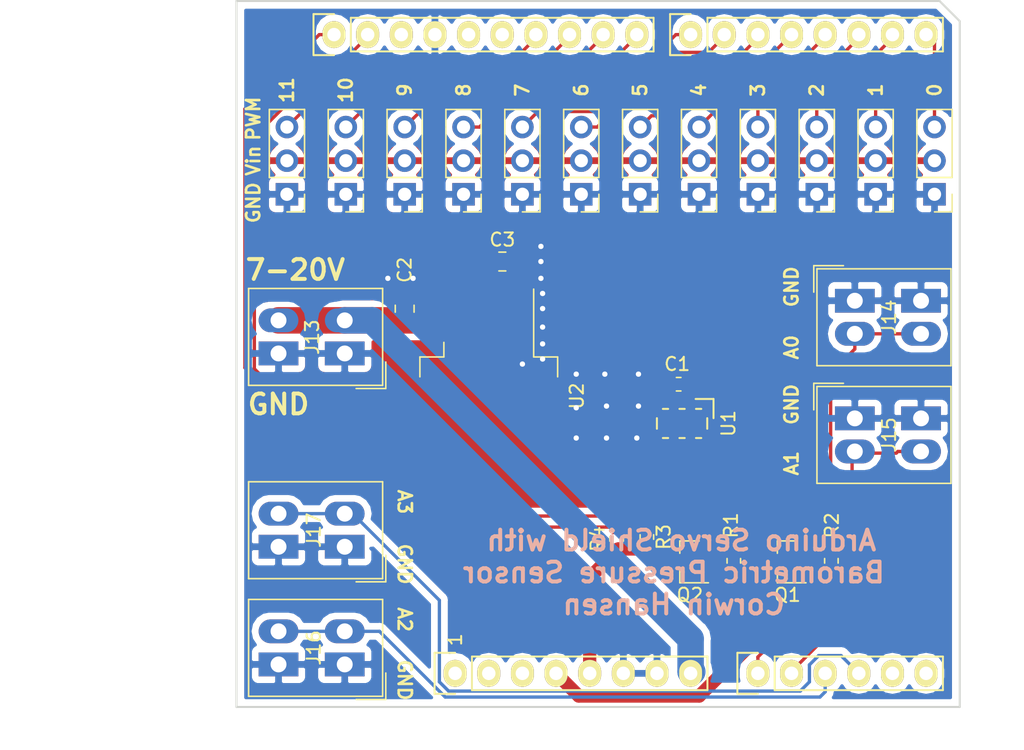
<source format=kicad_pcb>
(kicad_pcb (version 20171130) (host pcbnew "(5.0.1-3-g963ef8bb5)")

  (general
    (thickness 1.6)
    (drawings 49)
    (tracks 168)
    (zones 0)
    (modules 32)
    (nets 26)
  )

  (page A4)
  (title_block
    (date "lun. 30 mars 2015")
  )

  (layers
    (0 F.Cu signal)
    (31 B.Cu signal)
    (32 B.Adhes user)
    (33 F.Adhes user)
    (34 B.Paste user)
    (35 F.Paste user)
    (36 B.SilkS user)
    (37 F.SilkS user)
    (38 B.Mask user)
    (39 F.Mask user)
    (40 Dwgs.User user)
    (41 Cmts.User user)
    (42 Eco1.User user)
    (43 Eco2.User user)
    (44 Edge.Cuts user)
    (45 Margin user)
    (46 B.CrtYd user)
    (47 F.CrtYd user)
    (48 B.Fab user)
    (49 F.Fab user)
  )

  (setup
    (last_trace_width 0.25)
    (trace_clearance 0.2)
    (zone_clearance 0.508)
    (zone_45_only no)
    (trace_min 0.2)
    (segment_width 0.15)
    (edge_width 0.15)
    (via_size 0.6)
    (via_drill 0.4)
    (via_min_size 0.4)
    (via_min_drill 0.3)
    (uvia_size 0.3)
    (uvia_drill 0.1)
    (uvias_allowed no)
    (uvia_min_size 0.2)
    (uvia_min_drill 0.1)
    (pcb_text_width 0.3)
    (pcb_text_size 1.5 1.5)
    (mod_edge_width 0.15)
    (mod_text_size 1 1)
    (mod_text_width 0.15)
    (pad_size 1.15 1.4)
    (pad_drill 0)
    (pad_to_mask_clearance 0)
    (solder_mask_min_width 0.25)
    (aux_axis_origin 110.998 126.365)
    (grid_origin 110.998 126.365)
    (visible_elements FFFFFF7F)
    (pcbplotparams
      (layerselection 0x00030_80000001)
      (usegerberextensions false)
      (usegerberattributes false)
      (usegerberadvancedattributes false)
      (creategerberjobfile false)
      (excludeedgelayer true)
      (linewidth 0.100000)
      (plotframeref false)
      (viasonmask false)
      (mode 1)
      (useauxorigin false)
      (hpglpennumber 1)
      (hpglpenspeed 20)
      (hpglpendiameter 15.000000)
      (psnegative false)
      (psa4output false)
      (plotreference true)
      (plotvalue true)
      (plotinvisibletext false)
      (padsonsilk false)
      (subtractmaskfromsilk false)
      (outputformat 1)
      (mirror false)
      (drillshape 1)
      (scaleselection 1)
      (outputdirectory ""))
  )

  (net 0 "")
  (net 1 +5V)
  (net 2 GND)
  (net 3 /Vin)
  (net 4 /A0)
  (net 5 /A1)
  (net 6 /A2)
  (net 7 /A3)
  (net 8 "/A4(SDA)")
  (net 9 "/A5(SCL)")
  (net 10 "/9(**)")
  (net 11 /8)
  (net 12 /7)
  (net 13 "/6(**)")
  (net 14 "/5(**)")
  (net 15 /4)
  (net 16 "/3(**)")
  (net 17 /2)
  (net 18 "/1(Tx)")
  (net 19 "/0(Rx)")
  (net 20 "/10(**/SS)")
  (net 21 +3V3)
  (net 22 "/11(**/MOSI)")
  (net 23 +5VD)
  (net 24 "Net-(Q1-Pad2)")
  (net 25 "Net-(Q2-Pad2)")

  (net_class Default "This is the default net class."
    (clearance 0.2)
    (trace_width 0.25)
    (via_dia 0.6)
    (via_drill 0.4)
    (uvia_dia 0.3)
    (uvia_drill 0.1)
    (add_net "/0(Rx)")
    (add_net "/1(Tx)")
    (add_net "/10(**/SS)")
    (add_net "/11(**/MOSI)")
    (add_net /2)
    (add_net "/3(**)")
    (add_net /4)
    (add_net "/5(**)")
    (add_net "/6(**)")
    (add_net /7)
    (add_net /8)
    (add_net "/9(**)")
    (add_net /A0)
    (add_net /A1)
    (add_net /A2)
    (add_net /A3)
    (add_net "/A4(SDA)")
    (add_net "/A5(SCL)")
    (add_net GND)
    (add_net "Net-(Q1-Pad2)")
    (add_net "Net-(Q2-Pad2)")
  )

  (net_class "High Power" ""
    (clearance 0.2)
    (trace_width 2)
    (via_dia 0.6)
    (via_drill 0.4)
    (uvia_dia 0.3)
    (uvia_drill 0.1)
    (add_net +5VD)
    (add_net /Vin)
  )

  (net_class Power ""
    (clearance 0.2)
    (trace_width 1)
    (via_dia 0.6)
    (via_drill 0.4)
    (uvia_dia 0.3)
    (uvia_drill 0.1)
    (add_net +3V3)
    (add_net +5V)
  )

  (module MS5607:MS5607 (layer F.Cu) (tedit 5D48B9F6) (tstamp 5D702754)
    (at 155.948 104.945 270)
    (path /5D522A9D)
    (fp_text reference U1 (at 0 -3.625 270) (layer F.SilkS)
      (effects (font (size 1 1) (thickness 0.15)))
    )
    (fp_text value MS5607 (at 0 3.375 270) (layer F.Fab)
      (effects (font (size 1 1) (thickness 0.15)))
    )
    (fp_line (start -1.85 -2.5) (end -0.4 -2.5) (layer F.SilkS) (width 0.15))
    (fp_line (start -1.85 -1.15) (end -1.85 -2.5) (layer F.SilkS) (width 0.15))
    (fp_line (start -1.1 1.325) (end -1.1 0.925) (layer F.SilkS) (width 0.15))
    (fp_line (start -1.1 0.075) (end -1.1 -0.325) (layer F.SilkS) (width 0.15))
    (fp_line (start -1.1 -1.175) (end -1.1 -1.575) (layer F.SilkS) (width 0.15))
    (fp_line (start 1.1 -1.175) (end 1.1 -1.575) (layer F.SilkS) (width 0.15))
    (fp_line (start 1.1 1.325) (end 1.1 0.925) (layer F.SilkS) (width 0.15))
    (fp_line (start 1.1 0.075) (end 1.1 -0.325) (layer F.SilkS) (width 0.15))
    (fp_line (start -0.4 1.775) (end 0.4 1.775) (layer F.SilkS) (width 0.15))
    (fp_line (start -0.4 -2.025) (end 0.4 -2.025) (layer F.SilkS) (width 0.15))
    (pad 8 smd rect (at 1.1 -2 270) (size 1.1 0.6) (layers F.Cu F.Paste F.Mask)
      (net 24 "Net-(Q1-Pad2)"))
    (pad 7 smd rect (at 1.1 -0.75 270) (size 1.1 0.6) (layers F.Cu F.Paste F.Mask)
      (net 25 "Net-(Q2-Pad2)"))
    (pad 6 smd rect (at 1.1 0.5 270) (size 1.1 0.6) (layers F.Cu F.Paste F.Mask))
    (pad 5 smd rect (at 1.1 1.75 270) (size 1.1 0.6) (layers F.Cu F.Paste F.Mask)
      (net 2 GND))
    (pad 4 smd rect (at -1.1 1.75 270) (size 1.1 0.6) (layers F.Cu F.Paste F.Mask)
      (net 2 GND))
    (pad 3 smd rect (at -1.1 0.5 270) (size 1.1 0.6) (layers F.Cu F.Paste F.Mask)
      (net 2 GND))
    (pad 2 smd rect (at -1.1 -0.75 270) (size 1.1 0.6) (layers F.Cu F.Paste F.Mask)
      (net 21 +3V3))
    (pad 1 smd rect (at -1.1 -2 270) (size 1.1 0.6) (layers F.Cu F.Paste F.Mask)
      (net 21 +3V3))
  )

  (module Socket_Arduino_Uno:Socket_Strip_Arduino_1x08 locked (layer F.Cu) (tedit 5D48BB43) (tstamp 551AF9EA)
    (at 138.938 123.825)
    (descr "Through hole socket strip")
    (tags "socket strip")
    (path /56D70129)
    (fp_text reference P1 (at 8.89 -2.54) (layer F.SilkS) hide
      (effects (font (size 1 1) (thickness 0.15)))
    )
    (fp_text value Power (at 8.89 -4.064) (layer F.Fab)
      (effects (font (size 1 1) (thickness 0.15)))
    )
    (fp_line (start -1.75 -1.75) (end -1.75 1.75) (layer F.CrtYd) (width 0.05))
    (fp_line (start 19.55 -1.75) (end 19.55 1.75) (layer F.CrtYd) (width 0.05))
    (fp_line (start -1.75 -1.75) (end 19.55 -1.75) (layer F.CrtYd) (width 0.05))
    (fp_line (start -1.75 1.75) (end 19.55 1.75) (layer F.CrtYd) (width 0.05))
    (fp_line (start 1.27 1.27) (end 19.05 1.27) (layer F.SilkS) (width 0.15))
    (fp_line (start 19.05 1.27) (end 19.05 -1.27) (layer F.SilkS) (width 0.15))
    (fp_line (start 19.05 -1.27) (end 1.27 -1.27) (layer F.SilkS) (width 0.15))
    (fp_line (start -1.55 1.55) (end 0 1.55) (layer F.SilkS) (width 0.15))
    (fp_line (start 1.27 1.27) (end 1.27 -1.27) (layer F.SilkS) (width 0.15))
    (fp_line (start 0 -1.55) (end -1.55 -1.55) (layer F.SilkS) (width 0.15))
    (fp_line (start -1.55 -1.55) (end -1.55 1.55) (layer F.SilkS) (width 0.15))
    (pad 1 thru_hole oval (at 0 0) (size 1.7272 2.032) (drill 1.016) (layers *.Cu *.Mask F.SilkS))
    (pad 2 thru_hole oval (at 2.54 0) (size 1.7272 2.032) (drill 1.016) (layers *.Cu *.Mask F.SilkS))
    (pad 3 thru_hole oval (at 5.08 0) (size 1.7272 2.032) (drill 1.016) (layers *.Cu *.Mask F.SilkS))
    (pad 4 thru_hole oval (at 7.62 0) (size 1.7272 2.032) (drill 1.016) (layers *.Cu *.Mask F.SilkS)
      (net 21 +3V3))
    (pad 5 thru_hole oval (at 10.16 0) (size 1.7272 2.032) (drill 1.016) (layers *.Cu *.Mask F.SilkS)
      (net 1 +5V))
    (pad 6 thru_hole oval (at 12.7 0) (size 1.7272 2.032) (drill 1.016) (layers *.Cu *.Mask F.SilkS)
      (net 2 GND))
    (pad 7 thru_hole oval (at 15.24 0) (size 1.7272 2.032) (drill 1.016) (layers *.Cu *.Mask F.SilkS)
      (net 2 GND))
    (pad 8 thru_hole oval (at 17.78 0) (size 1.7272 2.032) (drill 1.016) (layers *.Cu *.Mask F.SilkS)
      (net 3 /Vin))
    (model ${KIPRJMOD}/Socket_Arduino_Uno.3dshapes/Socket_header_Arduino_1x08.wrl
      (offset (xyz 8.889999866485596 0 0))
      (scale (xyz 1 1 1))
      (rotate (xyz 0 0 180))
    )
  )

  (module Socket_Arduino_Uno:Socket_Strip_Arduino_1x06 locked (layer F.Cu) (tedit 5D48BB3F) (tstamp 551AF9FF)
    (at 161.798 123.825)
    (descr "Through hole socket strip")
    (tags "socket strip")
    (path /56D70DD8)
    (fp_text reference P2 (at 6.604 -2.54) (layer F.SilkS) hide
      (effects (font (size 1 1) (thickness 0.15)))
    )
    (fp_text value Analog (at 6.604 -4.064) (layer F.Fab)
      (effects (font (size 1 1) (thickness 0.15)))
    )
    (fp_line (start -1.75 -1.75) (end -1.75 1.75) (layer F.CrtYd) (width 0.05))
    (fp_line (start 14.45 -1.75) (end 14.45 1.75) (layer F.CrtYd) (width 0.05))
    (fp_line (start -1.75 -1.75) (end 14.45 -1.75) (layer F.CrtYd) (width 0.05))
    (fp_line (start -1.75 1.75) (end 14.45 1.75) (layer F.CrtYd) (width 0.05))
    (fp_line (start 1.27 1.27) (end 13.97 1.27) (layer F.SilkS) (width 0.15))
    (fp_line (start 13.97 1.27) (end 13.97 -1.27) (layer F.SilkS) (width 0.15))
    (fp_line (start 13.97 -1.27) (end 1.27 -1.27) (layer F.SilkS) (width 0.15))
    (fp_line (start -1.55 1.55) (end 0 1.55) (layer F.SilkS) (width 0.15))
    (fp_line (start 1.27 1.27) (end 1.27 -1.27) (layer F.SilkS) (width 0.15))
    (fp_line (start 0 -1.55) (end -1.55 -1.55) (layer F.SilkS) (width 0.15))
    (fp_line (start -1.55 -1.55) (end -1.55 1.55) (layer F.SilkS) (width 0.15))
    (pad 1 thru_hole oval (at 0 0) (size 1.7272 2.032) (drill 1.016) (layers *.Cu *.Mask F.SilkS)
      (net 4 /A0))
    (pad 2 thru_hole oval (at 2.54 0) (size 1.7272 2.032) (drill 1.016) (layers *.Cu *.Mask F.SilkS)
      (net 5 /A1))
    (pad 3 thru_hole oval (at 5.08 0) (size 1.7272 2.032) (drill 1.016) (layers *.Cu *.Mask F.SilkS)
      (net 6 /A2))
    (pad 4 thru_hole oval (at 7.62 0) (size 1.7272 2.032) (drill 1.016) (layers *.Cu *.Mask F.SilkS)
      (net 7 /A3))
    (pad 5 thru_hole oval (at 10.16 0) (size 1.7272 2.032) (drill 1.016) (layers *.Cu *.Mask F.SilkS)
      (net 8 "/A4(SDA)"))
    (pad 6 thru_hole oval (at 12.7 0) (size 1.7272 2.032) (drill 1.016) (layers *.Cu *.Mask F.SilkS)
      (net 9 "/A5(SCL)"))
    (model ${KIPRJMOD}/Socket_Arduino_Uno.3dshapes/Socket_header_Arduino_1x06.wrl
      (offset (xyz 6.349999904632568 0 0))
      (scale (xyz 1 1 1))
      (rotate (xyz 0 0 180))
    )
  )

  (module Socket_Arduino_Uno:Socket_Strip_Arduino_1x10 locked (layer F.Cu) (tedit 5D48BB3B) (tstamp 551AFA18)
    (at 129.794 75.565)
    (descr "Through hole socket strip")
    (tags "socket strip")
    (path /56D721E0)
    (fp_text reference P3 (at 11.43 2.794) (layer F.SilkS) hide
      (effects (font (size 1 1) (thickness 0.15)))
    )
    (fp_text value Digital (at 11.43 4.318) (layer F.Fab)
      (effects (font (size 1 1) (thickness 0.15)))
    )
    (fp_line (start -1.75 -1.75) (end -1.75 1.75) (layer F.CrtYd) (width 0.05))
    (fp_line (start 24.65 -1.75) (end 24.65 1.75) (layer F.CrtYd) (width 0.05))
    (fp_line (start -1.75 -1.75) (end 24.65 -1.75) (layer F.CrtYd) (width 0.05))
    (fp_line (start -1.75 1.75) (end 24.65 1.75) (layer F.CrtYd) (width 0.05))
    (fp_line (start 1.27 1.27) (end 24.13 1.27) (layer F.SilkS) (width 0.15))
    (fp_line (start 24.13 1.27) (end 24.13 -1.27) (layer F.SilkS) (width 0.15))
    (fp_line (start 24.13 -1.27) (end 1.27 -1.27) (layer F.SilkS) (width 0.15))
    (fp_line (start -1.55 1.55) (end 0 1.55) (layer F.SilkS) (width 0.15))
    (fp_line (start 1.27 1.27) (end 1.27 -1.27) (layer F.SilkS) (width 0.15))
    (fp_line (start 0 -1.55) (end -1.55 -1.55) (layer F.SilkS) (width 0.15))
    (fp_line (start -1.55 -1.55) (end -1.55 1.55) (layer F.SilkS) (width 0.15))
    (pad 1 thru_hole oval (at 0 0) (size 1.7272 2.032) (drill 1.016) (layers *.Cu *.Mask F.SilkS)
      (net 9 "/A5(SCL)"))
    (pad 2 thru_hole oval (at 2.54 0) (size 1.7272 2.032) (drill 1.016) (layers *.Cu *.Mask F.SilkS)
      (net 8 "/A4(SDA)"))
    (pad 3 thru_hole oval (at 5.08 0) (size 1.7272 2.032) (drill 1.016) (layers *.Cu *.Mask F.SilkS))
    (pad 4 thru_hole oval (at 7.62 0) (size 1.7272 2.032) (drill 1.016) (layers *.Cu *.Mask F.SilkS)
      (net 2 GND))
    (pad 5 thru_hole oval (at 10.16 0) (size 1.7272 2.032) (drill 1.016) (layers *.Cu *.Mask F.SilkS))
    (pad 6 thru_hole oval (at 12.7 0) (size 1.7272 2.032) (drill 1.016) (layers *.Cu *.Mask F.SilkS))
    (pad 7 thru_hole oval (at 15.24 0) (size 1.7272 2.032) (drill 1.016) (layers *.Cu *.Mask F.SilkS)
      (net 22 "/11(**/MOSI)"))
    (pad 8 thru_hole oval (at 17.78 0) (size 1.7272 2.032) (drill 1.016) (layers *.Cu *.Mask F.SilkS)
      (net 20 "/10(**/SS)"))
    (pad 9 thru_hole oval (at 20.32 0) (size 1.7272 2.032) (drill 1.016) (layers *.Cu *.Mask F.SilkS)
      (net 10 "/9(**)"))
    (pad 10 thru_hole oval (at 22.86 0) (size 1.7272 2.032) (drill 1.016) (layers *.Cu *.Mask F.SilkS)
      (net 11 /8))
    (model ${KIPRJMOD}/Socket_Arduino_Uno.3dshapes/Socket_header_Arduino_1x10.wrl
      (offset (xyz 11.42999982833862 0 0))
      (scale (xyz 1 1 1))
      (rotate (xyz 0 0 180))
    )
  )

  (module Socket_Arduino_Uno:Socket_Strip_Arduino_1x08 locked (layer F.Cu) (tedit 5D48BB38) (tstamp 551AFA2F)
    (at 156.718 75.565)
    (descr "Through hole socket strip")
    (tags "socket strip")
    (path /56D7164F)
    (fp_text reference P4 (at 8.89 2.794) (layer F.SilkS) hide
      (effects (font (size 1 1) (thickness 0.15)))
    )
    (fp_text value Digital (at 8.89 4.318) (layer F.Fab)
      (effects (font (size 1 1) (thickness 0.15)))
    )
    (fp_line (start -1.75 -1.75) (end -1.75 1.75) (layer F.CrtYd) (width 0.05))
    (fp_line (start 19.55 -1.75) (end 19.55 1.75) (layer F.CrtYd) (width 0.05))
    (fp_line (start -1.75 -1.75) (end 19.55 -1.75) (layer F.CrtYd) (width 0.05))
    (fp_line (start -1.75 1.75) (end 19.55 1.75) (layer F.CrtYd) (width 0.05))
    (fp_line (start 1.27 1.27) (end 19.05 1.27) (layer F.SilkS) (width 0.15))
    (fp_line (start 19.05 1.27) (end 19.05 -1.27) (layer F.SilkS) (width 0.15))
    (fp_line (start 19.05 -1.27) (end 1.27 -1.27) (layer F.SilkS) (width 0.15))
    (fp_line (start -1.55 1.55) (end 0 1.55) (layer F.SilkS) (width 0.15))
    (fp_line (start 1.27 1.27) (end 1.27 -1.27) (layer F.SilkS) (width 0.15))
    (fp_line (start 0 -1.55) (end -1.55 -1.55) (layer F.SilkS) (width 0.15))
    (fp_line (start -1.55 -1.55) (end -1.55 1.55) (layer F.SilkS) (width 0.15))
    (pad 1 thru_hole oval (at 0 0) (size 1.7272 2.032) (drill 1.016) (layers *.Cu *.Mask F.SilkS)
      (net 12 /7))
    (pad 2 thru_hole oval (at 2.54 0) (size 1.7272 2.032) (drill 1.016) (layers *.Cu *.Mask F.SilkS)
      (net 13 "/6(**)"))
    (pad 3 thru_hole oval (at 5.08 0) (size 1.7272 2.032) (drill 1.016) (layers *.Cu *.Mask F.SilkS)
      (net 14 "/5(**)"))
    (pad 4 thru_hole oval (at 7.62 0) (size 1.7272 2.032) (drill 1.016) (layers *.Cu *.Mask F.SilkS)
      (net 15 /4))
    (pad 5 thru_hole oval (at 10.16 0) (size 1.7272 2.032) (drill 1.016) (layers *.Cu *.Mask F.SilkS)
      (net 16 "/3(**)"))
    (pad 6 thru_hole oval (at 12.7 0) (size 1.7272 2.032) (drill 1.016) (layers *.Cu *.Mask F.SilkS)
      (net 17 /2))
    (pad 7 thru_hole oval (at 15.24 0) (size 1.7272 2.032) (drill 1.016) (layers *.Cu *.Mask F.SilkS)
      (net 18 "/1(Tx)"))
    (pad 8 thru_hole oval (at 17.78 0) (size 1.7272 2.032) (drill 1.016) (layers *.Cu *.Mask F.SilkS)
      (net 19 "/0(Rx)"))
    (model ${KIPRJMOD}/Socket_Arduino_Uno.3dshapes/Socket_header_Arduino_1x08.wrl
      (offset (xyz 8.889999866485596 0 0))
      (scale (xyz 1 1 1))
      (rotate (xyz 0 0 180))
    )
  )

  (module Capacitor_SMD:C_0603_1608Metric_Pad1.05x0.95mm_HandSolder (layer F.Cu) (tedit 5B301BBE) (tstamp 5D6FF2F3)
    (at 155.815 101.981 180)
    (descr "Capacitor SMD 0603 (1608 Metric), square (rectangular) end terminal, IPC_7351 nominal with elongated pad for handsoldering. (Body size source: http://www.tortai-tech.com/upload/download/2011102023233369053.pdf), generated with kicad-footprint-generator")
    (tags "capacitor handsolder")
    (path /5D4A6B92)
    (attr smd)
    (fp_text reference C1 (at 0.113 1.524 180) (layer F.SilkS)
      (effects (font (size 1 1) (thickness 0.15)))
    )
    (fp_text value 100nF (at 0 1.43 180) (layer F.Fab)
      (effects (font (size 1 1) (thickness 0.15)))
    )
    (fp_line (start -0.8 0.4) (end -0.8 -0.4) (layer F.Fab) (width 0.1))
    (fp_line (start -0.8 -0.4) (end 0.8 -0.4) (layer F.Fab) (width 0.1))
    (fp_line (start 0.8 -0.4) (end 0.8 0.4) (layer F.Fab) (width 0.1))
    (fp_line (start 0.8 0.4) (end -0.8 0.4) (layer F.Fab) (width 0.1))
    (fp_line (start -0.171267 -0.51) (end 0.171267 -0.51) (layer F.SilkS) (width 0.12))
    (fp_line (start -0.171267 0.51) (end 0.171267 0.51) (layer F.SilkS) (width 0.12))
    (fp_line (start -1.65 0.73) (end -1.65 -0.73) (layer F.CrtYd) (width 0.05))
    (fp_line (start -1.65 -0.73) (end 1.65 -0.73) (layer F.CrtYd) (width 0.05))
    (fp_line (start 1.65 -0.73) (end 1.65 0.73) (layer F.CrtYd) (width 0.05))
    (fp_line (start 1.65 0.73) (end -1.65 0.73) (layer F.CrtYd) (width 0.05))
    (fp_text user %R (at 0 0 180) (layer F.Fab)
      (effects (font (size 0.4 0.4) (thickness 0.06)))
    )
    (pad 1 smd roundrect (at -0.875 0 180) (size 1.05 0.95) (layers F.Cu F.Paste F.Mask) (roundrect_rratio 0.25)
      (net 21 +3V3))
    (pad 2 smd roundrect (at 0.875 0 180) (size 1.05 0.95) (layers F.Cu F.Paste F.Mask) (roundrect_rratio 0.25)
      (net 2 GND))
    (model ${KISYS3DMOD}/Capacitor_SMD.3dshapes/C_0603_1608Metric.wrl
      (at (xyz 0 0 0))
      (scale (xyz 1 1 1))
      (rotate (xyz 0 0 0))
    )
  )

  (module Capacitor_SMD:C_0805_2012Metric_Pad1.15x1.40mm_HandSolder (layer F.Cu) (tedit 5B36C52B) (tstamp 5D6FF304)
    (at 135.128 96.275 90)
    (descr "Capacitor SMD 0805 (2012 Metric), square (rectangular) end terminal, IPC_7351 nominal with elongated pad for handsoldering. (Body size source: https://docs.google.com/spreadsheets/d/1BsfQQcO9C6DZCsRaXUlFlo91Tg2WpOkGARC1WS5S8t0/edit?usp=sharing), generated with kicad-footprint-generator")
    (tags "capacitor handsolder")
    (path /5D497138)
    (attr smd)
    (fp_text reference C2 (at 2.93 0 90) (layer F.SilkS)
      (effects (font (size 1 1) (thickness 0.15)))
    )
    (fp_text value 22uF (at 0 1.65 90) (layer F.Fab)
      (effects (font (size 1 1) (thickness 0.15)))
    )
    (fp_line (start -1 0.6) (end -1 -0.6) (layer F.Fab) (width 0.1))
    (fp_line (start -1 -0.6) (end 1 -0.6) (layer F.Fab) (width 0.1))
    (fp_line (start 1 -0.6) (end 1 0.6) (layer F.Fab) (width 0.1))
    (fp_line (start 1 0.6) (end -1 0.6) (layer F.Fab) (width 0.1))
    (fp_line (start -0.261252 -0.71) (end 0.261252 -0.71) (layer F.SilkS) (width 0.12))
    (fp_line (start -0.261252 0.71) (end 0.261252 0.71) (layer F.SilkS) (width 0.12))
    (fp_line (start -1.85 0.95) (end -1.85 -0.95) (layer F.CrtYd) (width 0.05))
    (fp_line (start -1.85 -0.95) (end 1.85 -0.95) (layer F.CrtYd) (width 0.05))
    (fp_line (start 1.85 -0.95) (end 1.85 0.95) (layer F.CrtYd) (width 0.05))
    (fp_line (start 1.85 0.95) (end -1.85 0.95) (layer F.CrtYd) (width 0.05))
    (fp_text user %R (at 0 0 90) (layer F.Fab)
      (effects (font (size 0.5 0.5) (thickness 0.08)))
    )
    (pad 1 smd roundrect (at -1.025 0 90) (size 1.15 1.4) (layers F.Cu F.Paste F.Mask) (roundrect_rratio 0.217391)
      (net 3 /Vin))
    (pad 2 smd roundrect (at 1.025 0 90) (size 1.15 1.4) (layers F.Cu F.Paste F.Mask) (roundrect_rratio 0.217391)
      (net 2 GND))
    (model ${KISYS3DMOD}/Capacitor_SMD.3dshapes/C_0805_2012Metric.wrl
      (at (xyz 0 0 0))
      (scale (xyz 1 1 1))
      (rotate (xyz 0 0 0))
    )
  )

  (module Capacitor_SMD:C_0805_2012Metric_Pad1.15x1.40mm_HandSolder (layer F.Cu) (tedit 5D489E58) (tstamp 5D6FF315)
    (at 142.503 92.71)
    (descr "Capacitor SMD 0805 (2012 Metric), square (rectangular) end terminal, IPC_7351 nominal with elongated pad for handsoldering. (Body size source: https://docs.google.com/spreadsheets/d/1BsfQQcO9C6DZCsRaXUlFlo91Tg2WpOkGARC1WS5S8t0/edit?usp=sharing), generated with kicad-footprint-generator")
    (tags "capacitor handsolder")
    (path /5D4971EA)
    (attr smd)
    (fp_text reference C3 (at 0 -1.65) (layer F.SilkS)
      (effects (font (size 1 1) (thickness 0.15)))
    )
    (fp_text value 22uF (at 0 1.65) (layer F.Fab)
      (effects (font (size 1 1) (thickness 0.15)))
    )
    (fp_text user %R (at 0 0) (layer F.Fab)
      (effects (font (size 0.5 0.5) (thickness 0.08)))
    )
    (fp_line (start 1.85 0.95) (end -1.85 0.95) (layer F.CrtYd) (width 0.05))
    (fp_line (start 1.85 -0.95) (end 1.85 0.95) (layer F.CrtYd) (width 0.05))
    (fp_line (start -1.85 -0.95) (end 1.85 -0.95) (layer F.CrtYd) (width 0.05))
    (fp_line (start -1.85 0.95) (end -1.85 -0.95) (layer F.CrtYd) (width 0.05))
    (fp_line (start -0.261252 0.71) (end 0.261252 0.71) (layer F.SilkS) (width 0.12))
    (fp_line (start -0.261252 -0.71) (end 0.261252 -0.71) (layer F.SilkS) (width 0.12))
    (fp_line (start 1 0.6) (end -1 0.6) (layer F.Fab) (width 0.1))
    (fp_line (start 1 -0.6) (end 1 0.6) (layer F.Fab) (width 0.1))
    (fp_line (start -1 -0.6) (end 1 -0.6) (layer F.Fab) (width 0.1))
    (fp_line (start -1 0.6) (end -1 -0.6) (layer F.Fab) (width 0.1))
    (pad 2 smd roundrect (at 1.025 0) (size 1.15 1.4) (layers F.Cu F.Paste F.Mask) (roundrect_rratio 0.217391)
      (net 2 GND))
    (pad 1 smd roundrect (at -1.025 0) (size 1.15 1.4) (layers F.Cu F.Paste F.Mask) (roundrect_rratio 0.217)
      (net 23 +5VD) (zone_connect 2))
    (model ${KISYS3DMOD}/Capacitor_SMD.3dshapes/C_0805_2012Metric.wrl
      (at (xyz 0 0 0))
      (scale (xyz 1 1 1))
      (rotate (xyz 0 0 0))
    )
  )

  (module Connector_PinHeader_2.54mm:PinHeader_1x03_P2.54mm_Vertical (layer F.Cu) (tedit 5D48BB0E) (tstamp 5D6FF32C)
    (at 126.238 87.63 180)
    (descr "Through hole straight pin header, 1x03, 2.54mm pitch, single row")
    (tags "Through hole pin header THT 1x03 2.54mm single row")
    (path /5D47E2AD)
    (fp_text reference J1 (at -2.032 0 270) (layer F.SilkS) hide
      (effects (font (size 1 1) (thickness 0.15)))
    )
    (fp_text value Conn_01x03_Male (at 0 7.41 180) (layer F.Fab)
      (effects (font (size 1 1) (thickness 0.15)))
    )
    (fp_line (start -0.635 -1.27) (end 1.27 -1.27) (layer F.Fab) (width 0.1))
    (fp_line (start 1.27 -1.27) (end 1.27 6.35) (layer F.Fab) (width 0.1))
    (fp_line (start 1.27 6.35) (end -1.27 6.35) (layer F.Fab) (width 0.1))
    (fp_line (start -1.27 6.35) (end -1.27 -0.635) (layer F.Fab) (width 0.1))
    (fp_line (start -1.27 -0.635) (end -0.635 -1.27) (layer F.Fab) (width 0.1))
    (fp_line (start -1.33 6.41) (end 1.33 6.41) (layer F.SilkS) (width 0.12))
    (fp_line (start -1.33 1.27) (end -1.33 6.41) (layer F.SilkS) (width 0.12))
    (fp_line (start 1.33 1.27) (end 1.33 6.41) (layer F.SilkS) (width 0.12))
    (fp_line (start -1.33 1.27) (end 1.33 1.27) (layer F.SilkS) (width 0.12))
    (fp_line (start -1.33 0) (end -1.33 -1.33) (layer F.SilkS) (width 0.12))
    (fp_line (start -1.33 -1.33) (end 0 -1.33) (layer F.SilkS) (width 0.12))
    (fp_line (start -1.8 -1.8) (end -1.8 6.85) (layer F.CrtYd) (width 0.05))
    (fp_line (start -1.8 6.85) (end 1.8 6.85) (layer F.CrtYd) (width 0.05))
    (fp_line (start 1.8 6.85) (end 1.8 -1.8) (layer F.CrtYd) (width 0.05))
    (fp_line (start 1.8 -1.8) (end -1.8 -1.8) (layer F.CrtYd) (width 0.05))
    (fp_text user %R (at 0 2.54 270) (layer F.Fab)
      (effects (font (size 1 1) (thickness 0.15)))
    )
    (pad 1 thru_hole rect (at 0 0 180) (size 1.7 1.7) (drill 1) (layers *.Cu *.Mask)
      (net 2 GND))
    (pad 2 thru_hole oval (at 0 2.54 180) (size 1.7 1.7) (drill 1) (layers *.Cu *.Mask)
      (net 23 +5VD))
    (pad 3 thru_hole oval (at 0 5.08 180) (size 1.7 1.7) (drill 1) (layers *.Cu *.Mask)
      (net 22 "/11(**/MOSI)"))
    (model ${KISYS3DMOD}/Connector_PinHeader_2.54mm.3dshapes/PinHeader_1x03_P2.54mm_Vertical.wrl
      (at (xyz 0 0 0))
      (scale (xyz 1 1 1))
      (rotate (xyz 0 0 0))
    )
  )

  (module Connector_PinHeader_2.54mm:PinHeader_1x03_P2.54mm_Vertical (layer F.Cu) (tedit 5D48BB11) (tstamp 5D6FF343)
    (at 130.683 87.63 180)
    (descr "Through hole straight pin header, 1x03, 2.54mm pitch, single row")
    (tags "Through hole pin header THT 1x03 2.54mm single row")
    (path /5D47E5E1)
    (fp_text reference J2 (at -2.032 0 270) (layer F.SilkS) hide
      (effects (font (size 1 1) (thickness 0.15)))
    )
    (fp_text value Conn_01x03_Male (at 0 7.41 180) (layer F.Fab)
      (effects (font (size 1 1) (thickness 0.15)))
    )
    (fp_text user %R (at 0 2.54 270) (layer F.Fab)
      (effects (font (size 1 1) (thickness 0.15)))
    )
    (fp_line (start 1.8 -1.8) (end -1.8 -1.8) (layer F.CrtYd) (width 0.05))
    (fp_line (start 1.8 6.85) (end 1.8 -1.8) (layer F.CrtYd) (width 0.05))
    (fp_line (start -1.8 6.85) (end 1.8 6.85) (layer F.CrtYd) (width 0.05))
    (fp_line (start -1.8 -1.8) (end -1.8 6.85) (layer F.CrtYd) (width 0.05))
    (fp_line (start -1.33 -1.33) (end 0 -1.33) (layer F.SilkS) (width 0.12))
    (fp_line (start -1.33 0) (end -1.33 -1.33) (layer F.SilkS) (width 0.12))
    (fp_line (start -1.33 1.27) (end 1.33 1.27) (layer F.SilkS) (width 0.12))
    (fp_line (start 1.33 1.27) (end 1.33 6.41) (layer F.SilkS) (width 0.12))
    (fp_line (start -1.33 1.27) (end -1.33 6.41) (layer F.SilkS) (width 0.12))
    (fp_line (start -1.33 6.41) (end 1.33 6.41) (layer F.SilkS) (width 0.12))
    (fp_line (start -1.27 -0.635) (end -0.635 -1.27) (layer F.Fab) (width 0.1))
    (fp_line (start -1.27 6.35) (end -1.27 -0.635) (layer F.Fab) (width 0.1))
    (fp_line (start 1.27 6.35) (end -1.27 6.35) (layer F.Fab) (width 0.1))
    (fp_line (start 1.27 -1.27) (end 1.27 6.35) (layer F.Fab) (width 0.1))
    (fp_line (start -0.635 -1.27) (end 1.27 -1.27) (layer F.Fab) (width 0.1))
    (pad 3 thru_hole oval (at 0 5.08 180) (size 1.7 1.7) (drill 1) (layers *.Cu *.Mask)
      (net 20 "/10(**/SS)"))
    (pad 2 thru_hole oval (at 0 2.54 180) (size 1.7 1.7) (drill 1) (layers *.Cu *.Mask)
      (net 23 +5VD))
    (pad 1 thru_hole rect (at 0 0 180) (size 1.7 1.7) (drill 1) (layers *.Cu *.Mask)
      (net 2 GND))
    (model ${KISYS3DMOD}/Connector_PinHeader_2.54mm.3dshapes/PinHeader_1x03_P2.54mm_Vertical.wrl
      (at (xyz 0 0 0))
      (scale (xyz 1 1 1))
      (rotate (xyz 0 0 0))
    )
  )

  (module Connector_PinHeader_2.54mm:PinHeader_1x03_P2.54mm_Vertical (layer F.Cu) (tedit 5D48BB14) (tstamp 5D6FF35A)
    (at 135.128 87.63 180)
    (descr "Through hole straight pin header, 1x03, 2.54mm pitch, single row")
    (tags "Through hole pin header THT 1x03 2.54mm single row")
    (path /5D47E693)
    (fp_text reference J3 (at -2.032 -0.127 270) (layer F.SilkS) hide
      (effects (font (size 1 1) (thickness 0.15)))
    )
    (fp_text value Conn_01x03_Male (at 0 7.41 180) (layer F.Fab)
      (effects (font (size 1 1) (thickness 0.15)))
    )
    (fp_line (start -0.635 -1.27) (end 1.27 -1.27) (layer F.Fab) (width 0.1))
    (fp_line (start 1.27 -1.27) (end 1.27 6.35) (layer F.Fab) (width 0.1))
    (fp_line (start 1.27 6.35) (end -1.27 6.35) (layer F.Fab) (width 0.1))
    (fp_line (start -1.27 6.35) (end -1.27 -0.635) (layer F.Fab) (width 0.1))
    (fp_line (start -1.27 -0.635) (end -0.635 -1.27) (layer F.Fab) (width 0.1))
    (fp_line (start -1.33 6.41) (end 1.33 6.41) (layer F.SilkS) (width 0.12))
    (fp_line (start -1.33 1.27) (end -1.33 6.41) (layer F.SilkS) (width 0.12))
    (fp_line (start 1.33 1.27) (end 1.33 6.41) (layer F.SilkS) (width 0.12))
    (fp_line (start -1.33 1.27) (end 1.33 1.27) (layer F.SilkS) (width 0.12))
    (fp_line (start -1.33 0) (end -1.33 -1.33) (layer F.SilkS) (width 0.12))
    (fp_line (start -1.33 -1.33) (end 0 -1.33) (layer F.SilkS) (width 0.12))
    (fp_line (start -1.8 -1.8) (end -1.8 6.85) (layer F.CrtYd) (width 0.05))
    (fp_line (start -1.8 6.85) (end 1.8 6.85) (layer F.CrtYd) (width 0.05))
    (fp_line (start 1.8 6.85) (end 1.8 -1.8) (layer F.CrtYd) (width 0.05))
    (fp_line (start 1.8 -1.8) (end -1.8 -1.8) (layer F.CrtYd) (width 0.05))
    (fp_text user %R (at 0 2.54 270) (layer F.Fab)
      (effects (font (size 1 1) (thickness 0.15)))
    )
    (pad 1 thru_hole rect (at 0 0 180) (size 1.7 1.7) (drill 1) (layers *.Cu *.Mask)
      (net 2 GND))
    (pad 2 thru_hole oval (at 0 2.54 180) (size 1.7 1.7) (drill 1) (layers *.Cu *.Mask)
      (net 23 +5VD))
    (pad 3 thru_hole oval (at 0 5.08 180) (size 1.7 1.7) (drill 1) (layers *.Cu *.Mask)
      (net 10 "/9(**)"))
    (model ${KISYS3DMOD}/Connector_PinHeader_2.54mm.3dshapes/PinHeader_1x03_P2.54mm_Vertical.wrl
      (at (xyz 0 0 0))
      (scale (xyz 1 1 1))
      (rotate (xyz 0 0 0))
    )
  )

  (module Connector_PinHeader_2.54mm:PinHeader_1x03_P2.54mm_Vertical (layer F.Cu) (tedit 5D48BB17) (tstamp 5D6FF371)
    (at 139.573 87.63 180)
    (descr "Through hole straight pin header, 1x03, 2.54mm pitch, single row")
    (tags "Through hole pin header THT 1x03 2.54mm single row")
    (path /5D47E76F)
    (fp_text reference J4 (at -2.032 0 270) (layer F.SilkS) hide
      (effects (font (size 1 1) (thickness 0.15)))
    )
    (fp_text value Conn_01x03_Male (at 0 7.41 180) (layer F.Fab)
      (effects (font (size 1 1) (thickness 0.15)))
    )
    (fp_text user %R (at 0 2.54 270) (layer F.Fab)
      (effects (font (size 1 1) (thickness 0.15)))
    )
    (fp_line (start 1.8 -1.8) (end -1.8 -1.8) (layer F.CrtYd) (width 0.05))
    (fp_line (start 1.8 6.85) (end 1.8 -1.8) (layer F.CrtYd) (width 0.05))
    (fp_line (start -1.8 6.85) (end 1.8 6.85) (layer F.CrtYd) (width 0.05))
    (fp_line (start -1.8 -1.8) (end -1.8 6.85) (layer F.CrtYd) (width 0.05))
    (fp_line (start -1.33 -1.33) (end 0 -1.33) (layer F.SilkS) (width 0.12))
    (fp_line (start -1.33 0) (end -1.33 -1.33) (layer F.SilkS) (width 0.12))
    (fp_line (start -1.33 1.27) (end 1.33 1.27) (layer F.SilkS) (width 0.12))
    (fp_line (start 1.33 1.27) (end 1.33 6.41) (layer F.SilkS) (width 0.12))
    (fp_line (start -1.33 1.27) (end -1.33 6.41) (layer F.SilkS) (width 0.12))
    (fp_line (start -1.33 6.41) (end 1.33 6.41) (layer F.SilkS) (width 0.12))
    (fp_line (start -1.27 -0.635) (end -0.635 -1.27) (layer F.Fab) (width 0.1))
    (fp_line (start -1.27 6.35) (end -1.27 -0.635) (layer F.Fab) (width 0.1))
    (fp_line (start 1.27 6.35) (end -1.27 6.35) (layer F.Fab) (width 0.1))
    (fp_line (start 1.27 -1.27) (end 1.27 6.35) (layer F.Fab) (width 0.1))
    (fp_line (start -0.635 -1.27) (end 1.27 -1.27) (layer F.Fab) (width 0.1))
    (pad 3 thru_hole oval (at 0 5.08 180) (size 1.7 1.7) (drill 1) (layers *.Cu *.Mask)
      (net 11 /8))
    (pad 2 thru_hole oval (at 0 2.54 180) (size 1.7 1.7) (drill 1) (layers *.Cu *.Mask)
      (net 23 +5VD))
    (pad 1 thru_hole rect (at 0 0 180) (size 1.7 1.7) (drill 1) (layers *.Cu *.Mask)
      (net 2 GND))
    (model ${KISYS3DMOD}/Connector_PinHeader_2.54mm.3dshapes/PinHeader_1x03_P2.54mm_Vertical.wrl
      (at (xyz 0 0 0))
      (scale (xyz 1 1 1))
      (rotate (xyz 0 0 0))
    )
  )

  (module Connector_PinHeader_2.54mm:PinHeader_1x03_P2.54mm_Vertical (layer F.Cu) (tedit 5D48BB1B) (tstamp 5D6FF388)
    (at 144.018 87.63 180)
    (descr "Through hole straight pin header, 1x03, 2.54mm pitch, single row")
    (tags "Through hole pin header THT 1x03 2.54mm single row")
    (path /5D47E848)
    (fp_text reference J5 (at -2.032 0 270) (layer F.SilkS) hide
      (effects (font (size 1 1) (thickness 0.15)))
    )
    (fp_text value Conn_01x03_Male (at 0 7.41 180) (layer F.Fab)
      (effects (font (size 1 1) (thickness 0.15)))
    )
    (fp_line (start -0.635 -1.27) (end 1.27 -1.27) (layer F.Fab) (width 0.1))
    (fp_line (start 1.27 -1.27) (end 1.27 6.35) (layer F.Fab) (width 0.1))
    (fp_line (start 1.27 6.35) (end -1.27 6.35) (layer F.Fab) (width 0.1))
    (fp_line (start -1.27 6.35) (end -1.27 -0.635) (layer F.Fab) (width 0.1))
    (fp_line (start -1.27 -0.635) (end -0.635 -1.27) (layer F.Fab) (width 0.1))
    (fp_line (start -1.33 6.41) (end 1.33 6.41) (layer F.SilkS) (width 0.12))
    (fp_line (start -1.33 1.27) (end -1.33 6.41) (layer F.SilkS) (width 0.12))
    (fp_line (start 1.33 1.27) (end 1.33 6.41) (layer F.SilkS) (width 0.12))
    (fp_line (start -1.33 1.27) (end 1.33 1.27) (layer F.SilkS) (width 0.12))
    (fp_line (start -1.33 0) (end -1.33 -1.33) (layer F.SilkS) (width 0.12))
    (fp_line (start -1.33 -1.33) (end 0 -1.33) (layer F.SilkS) (width 0.12))
    (fp_line (start -1.8 -1.8) (end -1.8 6.85) (layer F.CrtYd) (width 0.05))
    (fp_line (start -1.8 6.85) (end 1.8 6.85) (layer F.CrtYd) (width 0.05))
    (fp_line (start 1.8 6.85) (end 1.8 -1.8) (layer F.CrtYd) (width 0.05))
    (fp_line (start 1.8 -1.8) (end -1.8 -1.8) (layer F.CrtYd) (width 0.05))
    (fp_text user %R (at 0 2.54 270) (layer F.Fab)
      (effects (font (size 1 1) (thickness 0.15)))
    )
    (pad 1 thru_hole rect (at 0 0 180) (size 1.7 1.7) (drill 1) (layers *.Cu *.Mask)
      (net 2 GND))
    (pad 2 thru_hole oval (at 0 2.54 180) (size 1.7 1.7) (drill 1) (layers *.Cu *.Mask)
      (net 23 +5VD))
    (pad 3 thru_hole oval (at 0 5.08 180) (size 1.7 1.7) (drill 1) (layers *.Cu *.Mask)
      (net 12 /7))
    (model ${KISYS3DMOD}/Connector_PinHeader_2.54mm.3dshapes/PinHeader_1x03_P2.54mm_Vertical.wrl
      (at (xyz 0 0 0))
      (scale (xyz 1 1 1))
      (rotate (xyz 0 0 0))
    )
  )

  (module Connector_PinHeader_2.54mm:PinHeader_1x03_P2.54mm_Vertical (layer F.Cu) (tedit 5D48BB1E) (tstamp 5D6FF39F)
    (at 148.463 87.63 180)
    (descr "Through hole straight pin header, 1x03, 2.54mm pitch, single row")
    (tags "Through hole pin header THT 1x03 2.54mm single row")
    (path /5D47EA50)
    (fp_text reference J6 (at -2.032 0 270) (layer F.SilkS) hide
      (effects (font (size 1 1) (thickness 0.15)))
    )
    (fp_text value Conn_01x03_Male (at 0 7.41 180) (layer F.Fab)
      (effects (font (size 1 1) (thickness 0.15)))
    )
    (fp_text user %R (at 0 2.54 270) (layer F.Fab)
      (effects (font (size 1 1) (thickness 0.15)))
    )
    (fp_line (start 1.8 -1.8) (end -1.8 -1.8) (layer F.CrtYd) (width 0.05))
    (fp_line (start 1.8 6.85) (end 1.8 -1.8) (layer F.CrtYd) (width 0.05))
    (fp_line (start -1.8 6.85) (end 1.8 6.85) (layer F.CrtYd) (width 0.05))
    (fp_line (start -1.8 -1.8) (end -1.8 6.85) (layer F.CrtYd) (width 0.05))
    (fp_line (start -1.33 -1.33) (end 0 -1.33) (layer F.SilkS) (width 0.12))
    (fp_line (start -1.33 0) (end -1.33 -1.33) (layer F.SilkS) (width 0.12))
    (fp_line (start -1.33 1.27) (end 1.33 1.27) (layer F.SilkS) (width 0.12))
    (fp_line (start 1.33 1.27) (end 1.33 6.41) (layer F.SilkS) (width 0.12))
    (fp_line (start -1.33 1.27) (end -1.33 6.41) (layer F.SilkS) (width 0.12))
    (fp_line (start -1.33 6.41) (end 1.33 6.41) (layer F.SilkS) (width 0.12))
    (fp_line (start -1.27 -0.635) (end -0.635 -1.27) (layer F.Fab) (width 0.1))
    (fp_line (start -1.27 6.35) (end -1.27 -0.635) (layer F.Fab) (width 0.1))
    (fp_line (start 1.27 6.35) (end -1.27 6.35) (layer F.Fab) (width 0.1))
    (fp_line (start 1.27 -1.27) (end 1.27 6.35) (layer F.Fab) (width 0.1))
    (fp_line (start -0.635 -1.27) (end 1.27 -1.27) (layer F.Fab) (width 0.1))
    (pad 3 thru_hole oval (at 0 5.08 180) (size 1.7 1.7) (drill 1) (layers *.Cu *.Mask)
      (net 13 "/6(**)"))
    (pad 2 thru_hole oval (at 0 2.54 180) (size 1.7 1.7) (drill 1) (layers *.Cu *.Mask)
      (net 23 +5VD))
    (pad 1 thru_hole rect (at 0 0 180) (size 1.7 1.7) (drill 1) (layers *.Cu *.Mask)
      (net 2 GND))
    (model ${KISYS3DMOD}/Connector_PinHeader_2.54mm.3dshapes/PinHeader_1x03_P2.54mm_Vertical.wrl
      (at (xyz 0 0 0))
      (scale (xyz 1 1 1))
      (rotate (xyz 0 0 0))
    )
  )

  (module Connector_PinHeader_2.54mm:PinHeader_1x03_P2.54mm_Vertical (layer F.Cu) (tedit 5D48BB21) (tstamp 5D6FF3B6)
    (at 152.908 87.63 180)
    (descr "Through hole straight pin header, 1x03, 2.54mm pitch, single row")
    (tags "Through hole pin header THT 1x03 2.54mm single row")
    (path /5D47EB7A)
    (fp_text reference J7 (at -2.032 0 270) (layer F.SilkS) hide
      (effects (font (size 1 1) (thickness 0.15)))
    )
    (fp_text value Conn_01x03_Male (at 0 7.41 180) (layer F.Fab)
      (effects (font (size 1 1) (thickness 0.15)))
    )
    (fp_line (start -0.635 -1.27) (end 1.27 -1.27) (layer F.Fab) (width 0.1))
    (fp_line (start 1.27 -1.27) (end 1.27 6.35) (layer F.Fab) (width 0.1))
    (fp_line (start 1.27 6.35) (end -1.27 6.35) (layer F.Fab) (width 0.1))
    (fp_line (start -1.27 6.35) (end -1.27 -0.635) (layer F.Fab) (width 0.1))
    (fp_line (start -1.27 -0.635) (end -0.635 -1.27) (layer F.Fab) (width 0.1))
    (fp_line (start -1.33 6.41) (end 1.33 6.41) (layer F.SilkS) (width 0.12))
    (fp_line (start -1.33 1.27) (end -1.33 6.41) (layer F.SilkS) (width 0.12))
    (fp_line (start 1.33 1.27) (end 1.33 6.41) (layer F.SilkS) (width 0.12))
    (fp_line (start -1.33 1.27) (end 1.33 1.27) (layer F.SilkS) (width 0.12))
    (fp_line (start -1.33 0) (end -1.33 -1.33) (layer F.SilkS) (width 0.12))
    (fp_line (start -1.33 -1.33) (end 0 -1.33) (layer F.SilkS) (width 0.12))
    (fp_line (start -1.8 -1.8) (end -1.8 6.85) (layer F.CrtYd) (width 0.05))
    (fp_line (start -1.8 6.85) (end 1.8 6.85) (layer F.CrtYd) (width 0.05))
    (fp_line (start 1.8 6.85) (end 1.8 -1.8) (layer F.CrtYd) (width 0.05))
    (fp_line (start 1.8 -1.8) (end -1.8 -1.8) (layer F.CrtYd) (width 0.05))
    (fp_text user %R (at 0 2.54 270) (layer F.Fab)
      (effects (font (size 1 1) (thickness 0.15)))
    )
    (pad 1 thru_hole rect (at 0 0 180) (size 1.7 1.7) (drill 1) (layers *.Cu *.Mask)
      (net 2 GND))
    (pad 2 thru_hole oval (at 0 2.54 180) (size 1.7 1.7) (drill 1) (layers *.Cu *.Mask)
      (net 23 +5VD))
    (pad 3 thru_hole oval (at 0 5.08 180) (size 1.7 1.7) (drill 1) (layers *.Cu *.Mask)
      (net 14 "/5(**)"))
    (model ${KISYS3DMOD}/Connector_PinHeader_2.54mm.3dshapes/PinHeader_1x03_P2.54mm_Vertical.wrl
      (at (xyz 0 0 0))
      (scale (xyz 1 1 1))
      (rotate (xyz 0 0 0))
    )
  )

  (module Connector_PinHeader_2.54mm:PinHeader_1x03_P2.54mm_Vertical (layer F.Cu) (tedit 5D48BB33) (tstamp 5D6FF3CD)
    (at 157.353 87.63 180)
    (descr "Through hole straight pin header, 1x03, 2.54mm pitch, single row")
    (tags "Through hole pin header THT 1x03 2.54mm single row")
    (path /5D47ED9C)
    (fp_text reference J8 (at -2.032 0 270) (layer F.SilkS) hide
      (effects (font (size 1 1) (thickness 0.15)))
    )
    (fp_text value Conn_01x03_Male (at 0 7.41 180) (layer F.Fab)
      (effects (font (size 1 1) (thickness 0.15)))
    )
    (fp_text user %R (at 0 2.54 270) (layer F.Fab)
      (effects (font (size 1 1) (thickness 0.15)))
    )
    (fp_line (start 1.8 -1.8) (end -1.8 -1.8) (layer F.CrtYd) (width 0.05))
    (fp_line (start 1.8 6.85) (end 1.8 -1.8) (layer F.CrtYd) (width 0.05))
    (fp_line (start -1.8 6.85) (end 1.8 6.85) (layer F.CrtYd) (width 0.05))
    (fp_line (start -1.8 -1.8) (end -1.8 6.85) (layer F.CrtYd) (width 0.05))
    (fp_line (start -1.33 -1.33) (end 0 -1.33) (layer F.SilkS) (width 0.12))
    (fp_line (start -1.33 0) (end -1.33 -1.33) (layer F.SilkS) (width 0.12))
    (fp_line (start -1.33 1.27) (end 1.33 1.27) (layer F.SilkS) (width 0.12))
    (fp_line (start 1.33 1.27) (end 1.33 6.41) (layer F.SilkS) (width 0.12))
    (fp_line (start -1.33 1.27) (end -1.33 6.41) (layer F.SilkS) (width 0.12))
    (fp_line (start -1.33 6.41) (end 1.33 6.41) (layer F.SilkS) (width 0.12))
    (fp_line (start -1.27 -0.635) (end -0.635 -1.27) (layer F.Fab) (width 0.1))
    (fp_line (start -1.27 6.35) (end -1.27 -0.635) (layer F.Fab) (width 0.1))
    (fp_line (start 1.27 6.35) (end -1.27 6.35) (layer F.Fab) (width 0.1))
    (fp_line (start 1.27 -1.27) (end 1.27 6.35) (layer F.Fab) (width 0.1))
    (fp_line (start -0.635 -1.27) (end 1.27 -1.27) (layer F.Fab) (width 0.1))
    (pad 3 thru_hole oval (at 0 5.08 180) (size 1.7 1.7) (drill 1) (layers *.Cu *.Mask)
      (net 15 /4))
    (pad 2 thru_hole oval (at 0 2.54 180) (size 1.7 1.7) (drill 1) (layers *.Cu *.Mask)
      (net 23 +5VD))
    (pad 1 thru_hole rect (at 0 0 180) (size 1.7 1.7) (drill 1) (layers *.Cu *.Mask)
      (net 2 GND))
    (model ${KISYS3DMOD}/Connector_PinHeader_2.54mm.3dshapes/PinHeader_1x03_P2.54mm_Vertical.wrl
      (at (xyz 0 0 0))
      (scale (xyz 1 1 1))
      (rotate (xyz 0 0 0))
    )
  )

  (module Connector_PinHeader_2.54mm:PinHeader_1x03_P2.54mm_Vertical (layer F.Cu) (tedit 5D48BB2F) (tstamp 5D700204)
    (at 161.798 87.63 180)
    (descr "Through hole straight pin header, 1x03, 2.54mm pitch, single row")
    (tags "Through hole pin header THT 1x03 2.54mm single row")
    (path /5D47EEFA)
    (fp_text reference J9 (at -2.032 0 270) (layer F.SilkS) hide
      (effects (font (size 1 1) (thickness 0.15)))
    )
    (fp_text value Conn_01x03_Male (at 0 7.41 180) (layer F.Fab)
      (effects (font (size 1 1) (thickness 0.15)))
    )
    (fp_line (start -0.635 -1.27) (end 1.27 -1.27) (layer F.Fab) (width 0.1))
    (fp_line (start 1.27 -1.27) (end 1.27 6.35) (layer F.Fab) (width 0.1))
    (fp_line (start 1.27 6.35) (end -1.27 6.35) (layer F.Fab) (width 0.1))
    (fp_line (start -1.27 6.35) (end -1.27 -0.635) (layer F.Fab) (width 0.1))
    (fp_line (start -1.27 -0.635) (end -0.635 -1.27) (layer F.Fab) (width 0.1))
    (fp_line (start -1.33 6.41) (end 1.33 6.41) (layer F.SilkS) (width 0.12))
    (fp_line (start -1.33 1.27) (end -1.33 6.41) (layer F.SilkS) (width 0.12))
    (fp_line (start 1.33 1.27) (end 1.33 6.41) (layer F.SilkS) (width 0.12))
    (fp_line (start -1.33 1.27) (end 1.33 1.27) (layer F.SilkS) (width 0.12))
    (fp_line (start -1.33 0) (end -1.33 -1.33) (layer F.SilkS) (width 0.12))
    (fp_line (start -1.33 -1.33) (end 0 -1.33) (layer F.SilkS) (width 0.12))
    (fp_line (start -1.8 -1.8) (end -1.8 6.85) (layer F.CrtYd) (width 0.05))
    (fp_line (start -1.8 6.85) (end 1.8 6.85) (layer F.CrtYd) (width 0.05))
    (fp_line (start 1.8 6.85) (end 1.8 -1.8) (layer F.CrtYd) (width 0.05))
    (fp_line (start 1.8 -1.8) (end -1.8 -1.8) (layer F.CrtYd) (width 0.05))
    (fp_text user %R (at 0 2.54 270) (layer F.Fab)
      (effects (font (size 1 1) (thickness 0.15)))
    )
    (pad 1 thru_hole rect (at 0 0 180) (size 1.7 1.7) (drill 1) (layers *.Cu *.Mask)
      (net 2 GND))
    (pad 2 thru_hole oval (at 0 2.54 180) (size 1.7 1.7) (drill 1) (layers *.Cu *.Mask)
      (net 23 +5VD))
    (pad 3 thru_hole oval (at 0 5.08 180) (size 1.7 1.7) (drill 1) (layers *.Cu *.Mask)
      (net 16 "/3(**)"))
    (model ${KISYS3DMOD}/Connector_PinHeader_2.54mm.3dshapes/PinHeader_1x03_P2.54mm_Vertical.wrl
      (at (xyz 0 0 0))
      (scale (xyz 1 1 1))
      (rotate (xyz 0 0 0))
    )
  )

  (module Connector_PinHeader_2.54mm:PinHeader_1x03_P2.54mm_Vertical (layer F.Cu) (tedit 5D48BB2C) (tstamp 5D6FF3FB)
    (at 166.243 87.63 180)
    (descr "Through hole straight pin header, 1x03, 2.54mm pitch, single row")
    (tags "Through hole pin header THT 1x03 2.54mm single row")
    (path /5D47F12D)
    (fp_text reference J10 (at -2.032 0 270) (layer F.SilkS) hide
      (effects (font (size 1 1) (thickness 0.15)))
    )
    (fp_text value Conn_01x03_Male (at 0 7.41 180) (layer F.Fab)
      (effects (font (size 1 1) (thickness 0.15)))
    )
    (fp_text user %R (at 0 2.54 270) (layer F.Fab)
      (effects (font (size 1 1) (thickness 0.15)))
    )
    (fp_line (start 1.8 -1.8) (end -1.8 -1.8) (layer F.CrtYd) (width 0.05))
    (fp_line (start 1.8 6.85) (end 1.8 -1.8) (layer F.CrtYd) (width 0.05))
    (fp_line (start -1.8 6.85) (end 1.8 6.85) (layer F.CrtYd) (width 0.05))
    (fp_line (start -1.8 -1.8) (end -1.8 6.85) (layer F.CrtYd) (width 0.05))
    (fp_line (start -1.33 -1.33) (end 0 -1.33) (layer F.SilkS) (width 0.12))
    (fp_line (start -1.33 0) (end -1.33 -1.33) (layer F.SilkS) (width 0.12))
    (fp_line (start -1.33 1.27) (end 1.33 1.27) (layer F.SilkS) (width 0.12))
    (fp_line (start 1.33 1.27) (end 1.33 6.41) (layer F.SilkS) (width 0.12))
    (fp_line (start -1.33 1.27) (end -1.33 6.41) (layer F.SilkS) (width 0.12))
    (fp_line (start -1.33 6.41) (end 1.33 6.41) (layer F.SilkS) (width 0.12))
    (fp_line (start -1.27 -0.635) (end -0.635 -1.27) (layer F.Fab) (width 0.1))
    (fp_line (start -1.27 6.35) (end -1.27 -0.635) (layer F.Fab) (width 0.1))
    (fp_line (start 1.27 6.35) (end -1.27 6.35) (layer F.Fab) (width 0.1))
    (fp_line (start 1.27 -1.27) (end 1.27 6.35) (layer F.Fab) (width 0.1))
    (fp_line (start -0.635 -1.27) (end 1.27 -1.27) (layer F.Fab) (width 0.1))
    (pad 3 thru_hole oval (at 0 5.08 180) (size 1.7 1.7) (drill 1) (layers *.Cu *.Mask)
      (net 17 /2))
    (pad 2 thru_hole oval (at 0 2.54 180) (size 1.7 1.7) (drill 1) (layers *.Cu *.Mask)
      (net 23 +5VD))
    (pad 1 thru_hole rect (at 0 0 180) (size 1.7 1.7) (drill 1) (layers *.Cu *.Mask)
      (net 2 GND))
    (model ${KISYS3DMOD}/Connector_PinHeader_2.54mm.3dshapes/PinHeader_1x03_P2.54mm_Vertical.wrl
      (at (xyz 0 0 0))
      (scale (xyz 1 1 1))
      (rotate (xyz 0 0 0))
    )
  )

  (module Connector_PinHeader_2.54mm:PinHeader_1x03_P2.54mm_Vertical (layer F.Cu) (tedit 5D48BB29) (tstamp 5D6FF412)
    (at 170.688 87.63 180)
    (descr "Through hole straight pin header, 1x03, 2.54mm pitch, single row")
    (tags "Through hole pin header THT 1x03 2.54mm single row")
    (path /5D47F255)
    (fp_text reference J11 (at -2.032 0 270) (layer F.SilkS) hide
      (effects (font (size 1 1) (thickness 0.15)))
    )
    (fp_text value Conn_01x03_Male (at 0 7.41 180) (layer F.Fab)
      (effects (font (size 1 1) (thickness 0.15)))
    )
    (fp_line (start -0.635 -1.27) (end 1.27 -1.27) (layer F.Fab) (width 0.1))
    (fp_line (start 1.27 -1.27) (end 1.27 6.35) (layer F.Fab) (width 0.1))
    (fp_line (start 1.27 6.35) (end -1.27 6.35) (layer F.Fab) (width 0.1))
    (fp_line (start -1.27 6.35) (end -1.27 -0.635) (layer F.Fab) (width 0.1))
    (fp_line (start -1.27 -0.635) (end -0.635 -1.27) (layer F.Fab) (width 0.1))
    (fp_line (start -1.33 6.41) (end 1.33 6.41) (layer F.SilkS) (width 0.12))
    (fp_line (start -1.33 1.27) (end -1.33 6.41) (layer F.SilkS) (width 0.12))
    (fp_line (start 1.33 1.27) (end 1.33 6.41) (layer F.SilkS) (width 0.12))
    (fp_line (start -1.33 1.27) (end 1.33 1.27) (layer F.SilkS) (width 0.12))
    (fp_line (start -1.33 0) (end -1.33 -1.33) (layer F.SilkS) (width 0.12))
    (fp_line (start -1.33 -1.33) (end 0 -1.33) (layer F.SilkS) (width 0.12))
    (fp_line (start -1.8 -1.8) (end -1.8 6.85) (layer F.CrtYd) (width 0.05))
    (fp_line (start -1.8 6.85) (end 1.8 6.85) (layer F.CrtYd) (width 0.05))
    (fp_line (start 1.8 6.85) (end 1.8 -1.8) (layer F.CrtYd) (width 0.05))
    (fp_line (start 1.8 -1.8) (end -1.8 -1.8) (layer F.CrtYd) (width 0.05))
    (fp_text user %R (at 0 2.54 270) (layer F.Fab)
      (effects (font (size 1 1) (thickness 0.15)))
    )
    (pad 1 thru_hole rect (at 0 0 180) (size 1.7 1.7) (drill 1) (layers *.Cu *.Mask)
      (net 2 GND))
    (pad 2 thru_hole oval (at 0 2.54 180) (size 1.7 1.7) (drill 1) (layers *.Cu *.Mask)
      (net 23 +5VD))
    (pad 3 thru_hole oval (at 0 5.08 180) (size 1.7 1.7) (drill 1) (layers *.Cu *.Mask)
      (net 18 "/1(Tx)"))
    (model ${KISYS3DMOD}/Connector_PinHeader_2.54mm.3dshapes/PinHeader_1x03_P2.54mm_Vertical.wrl
      (at (xyz 0 0 0))
      (scale (xyz 1 1 1))
      (rotate (xyz 0 0 0))
    )
  )

  (module Connector_PinHeader_2.54mm:PinHeader_1x03_P2.54mm_Vertical (layer F.Cu) (tedit 5D48BB26) (tstamp 5D6FF429)
    (at 175.133 87.63 180)
    (descr "Through hole straight pin header, 1x03, 2.54mm pitch, single row")
    (tags "Through hole pin header THT 1x03 2.54mm single row")
    (path /5D47F373)
    (fp_text reference J12 (at 0 -2.33 180) (layer F.SilkS) hide
      (effects (font (size 1 1) (thickness 0.15)))
    )
    (fp_text value Conn_01x03_Male (at 0 7.41 180) (layer F.Fab)
      (effects (font (size 1 1) (thickness 0.15)))
    )
    (fp_text user %R (at 0 2.54 270) (layer F.Fab)
      (effects (font (size 1 1) (thickness 0.15)))
    )
    (fp_line (start 1.8 -1.8) (end -1.8 -1.8) (layer F.CrtYd) (width 0.05))
    (fp_line (start 1.8 6.85) (end 1.8 -1.8) (layer F.CrtYd) (width 0.05))
    (fp_line (start -1.8 6.85) (end 1.8 6.85) (layer F.CrtYd) (width 0.05))
    (fp_line (start -1.8 -1.8) (end -1.8 6.85) (layer F.CrtYd) (width 0.05))
    (fp_line (start -1.33 -1.33) (end 0 -1.33) (layer F.SilkS) (width 0.12))
    (fp_line (start -1.33 0) (end -1.33 -1.33) (layer F.SilkS) (width 0.12))
    (fp_line (start -1.33 1.27) (end 1.33 1.27) (layer F.SilkS) (width 0.12))
    (fp_line (start 1.33 1.27) (end 1.33 6.41) (layer F.SilkS) (width 0.12))
    (fp_line (start -1.33 1.27) (end -1.33 6.41) (layer F.SilkS) (width 0.12))
    (fp_line (start -1.33 6.41) (end 1.33 6.41) (layer F.SilkS) (width 0.12))
    (fp_line (start -1.27 -0.635) (end -0.635 -1.27) (layer F.Fab) (width 0.1))
    (fp_line (start -1.27 6.35) (end -1.27 -0.635) (layer F.Fab) (width 0.1))
    (fp_line (start 1.27 6.35) (end -1.27 6.35) (layer F.Fab) (width 0.1))
    (fp_line (start 1.27 -1.27) (end 1.27 6.35) (layer F.Fab) (width 0.1))
    (fp_line (start -0.635 -1.27) (end 1.27 -1.27) (layer F.Fab) (width 0.1))
    (pad 3 thru_hole oval (at 0 5.08 180) (size 1.7 1.7) (drill 1) (layers *.Cu *.Mask)
      (net 19 "/0(Rx)"))
    (pad 2 thru_hole oval (at 0 2.54 180) (size 1.7 1.7) (drill 1) (layers *.Cu *.Mask)
      (net 23 +5VD))
    (pad 1 thru_hole rect (at 0 0 180) (size 1.7 1.7) (drill 1) (layers *.Cu *.Mask)
      (net 2 GND))
    (model ${KISYS3DMOD}/Connector_PinHeader_2.54mm.3dshapes/PinHeader_1x03_P2.54mm_Vertical.wrl
      (at (xyz 0 0 0))
      (scale (xyz 1 1 1))
      (rotate (xyz 0 0 0))
    )
  )

  (module TerminalBlock_Phoenix:TerminalBlock_Phoenix_PTSM-0,5-2-2.5-H-THR_1x02_P2.50mm_Horizontal (layer F.Cu) (tedit 5B294EBC) (tstamp 5D6FF441)
    (at 130.603 99.655 90)
    (descr "Terminal Block Phoenix PTSM-0,5-2-2.5-H-THR, 2 pins, pitch 2.5mm, size 7.2x10mm^2, drill diamater 1.2mm, pad diameter 3mm, see http://www.produktinfo.conrad.com/datenblaetter/550000-574999/556441-da-01-de-LEITERPLATTENKL__PTSM_0_5__8_2_5_H_THR.pdf, script-generated using https://github.com/pointhi/kicad-footprint-generator/scripts/TerminalBlock_Phoenix")
    (tags "THT Terminal Block Phoenix PTSM-0,5-2-2.5-H-THR pitch 2.5mm size 7.2x10mm^2 drill 1.2mm pad 3mm")
    (path /5D48A393)
    (fp_text reference J13 (at 1.23 -2.46 90) (layer F.SilkS)
      (effects (font (size 1 1) (thickness 0.15)))
    )
    (fp_text value Conn_01x02_Female (at 1.25 3.86 90) (layer F.Fab)
      (effects (font (size 1 1) (thickness 0.15)))
    )
    (fp_line (start -2.35 -7.2) (end 4.85 -7.2) (layer F.Fab) (width 0.1))
    (fp_line (start 4.85 -7.2) (end 4.85 2.8) (layer F.Fab) (width 0.1))
    (fp_line (start 4.85 2.8) (end -0.35 2.8) (layer F.Fab) (width 0.1))
    (fp_line (start -0.35 2.8) (end -2.35 0.8) (layer F.Fab) (width 0.1))
    (fp_line (start -2.35 0.8) (end -2.35 -7.2) (layer F.Fab) (width 0.1))
    (fp_line (start -2.41 -7.26) (end 4.91 -7.26) (layer F.SilkS) (width 0.12))
    (fp_line (start -2.41 2.86) (end 4.91 2.86) (layer F.SilkS) (width 0.12))
    (fp_line (start -2.41 -7.26) (end -2.41 2.86) (layer F.SilkS) (width 0.12))
    (fp_line (start 4.91 -7.26) (end 4.91 2.86) (layer F.SilkS) (width 0.12))
    (fp_line (start -2.65 0.86) (end -2.65 3.1) (layer F.SilkS) (width 0.12))
    (fp_line (start -2.65 3.1) (end -0.65 3.1) (layer F.SilkS) (width 0.12))
    (fp_line (start -2.85 -7.7) (end -2.85 3.3) (layer F.CrtYd) (width 0.05))
    (fp_line (start -2.85 3.3) (end 5.35 3.3) (layer F.CrtYd) (width 0.05))
    (fp_line (start 5.35 3.3) (end 5.35 -7.7) (layer F.CrtYd) (width 0.05))
    (fp_line (start 5.35 -7.7) (end -2.85 -7.7) (layer F.CrtYd) (width 0.05))
    (fp_text user %R (at 1.25 -2.2 90) (layer F.Fab)
      (effects (font (size 1 1) (thickness 0.15)))
    )
    (pad 1 thru_hole rect (at 0 0 90) (size 1.8 3) (drill 1.2) (layers *.Cu *.Mask)
      (net 2 GND))
    (pad 1 thru_hole rect (at 0 -5 90) (size 1.8 3) (drill 1.2) (layers *.Cu *.Mask)
      (net 2 GND))
    (pad 2 thru_hole oval (at 2.5 0 90) (size 1.8 3) (drill 1.2) (layers *.Cu *.Mask)
      (net 3 /Vin))
    (pad 2 thru_hole oval (at 2.5 -5 90) (size 1.8 3) (drill 1.2) (layers *.Cu *.Mask)
      (net 3 /Vin))
    (model ${KISYS3DMOD}/TerminalBlock_Phoenix.3dshapes/TerminalBlock_Phoenix_PTSM-0,5-2-2.5-H-THR_1x02_P2.50mm_Horizontal.wrl
      (at (xyz 0 0 0))
      (scale (xyz 1 1 1))
      (rotate (xyz 0 0 0))
    )
  )

  (module TerminalBlock_Phoenix:TerminalBlock_Phoenix_PTSM-0,5-2-2.5-H-THR_1x02_P2.50mm_Horizontal (layer F.Cu) (tedit 5B294EBC) (tstamp 5D6FFB95)
    (at 169.117 95.671 270)
    (descr "Terminal Block Phoenix PTSM-0,5-2-2.5-H-THR, 2 pins, pitch 2.5mm, size 7.2x10mm^2, drill diamater 1.2mm, pad diameter 3mm, see http://www.produktinfo.conrad.com/datenblaetter/550000-574999/556441-da-01-de-LEITERPLATTENKL__PTSM_0_5__8_2_5_H_THR.pdf, script-generated using https://github.com/pointhi/kicad-footprint-generator/scripts/TerminalBlock_Phoenix")
    (tags "THT Terminal Block Phoenix PTSM-0,5-2-2.5-H-THR pitch 2.5mm size 7.2x10mm^2 drill 1.2mm pad 3mm")
    (path /5D4FDEAB)
    (fp_text reference J14 (at 1.25 -2.587 270) (layer F.SilkS)
      (effects (font (size 1 1) (thickness 0.15)))
    )
    (fp_text value Conn_01x02_Female (at 1.25 3.86 270) (layer F.Fab)
      (effects (font (size 1 1) (thickness 0.15)))
    )
    (fp_line (start -2.35 -7.2) (end 4.85 -7.2) (layer F.Fab) (width 0.1))
    (fp_line (start 4.85 -7.2) (end 4.85 2.8) (layer F.Fab) (width 0.1))
    (fp_line (start 4.85 2.8) (end -0.35 2.8) (layer F.Fab) (width 0.1))
    (fp_line (start -0.35 2.8) (end -2.35 0.8) (layer F.Fab) (width 0.1))
    (fp_line (start -2.35 0.8) (end -2.35 -7.2) (layer F.Fab) (width 0.1))
    (fp_line (start -2.41 -7.26) (end 4.91 -7.26) (layer F.SilkS) (width 0.12))
    (fp_line (start -2.41 2.86) (end 4.91 2.86) (layer F.SilkS) (width 0.12))
    (fp_line (start -2.41 -7.26) (end -2.41 2.86) (layer F.SilkS) (width 0.12))
    (fp_line (start 4.91 -7.26) (end 4.91 2.86) (layer F.SilkS) (width 0.12))
    (fp_line (start -2.65 0.86) (end -2.65 3.1) (layer F.SilkS) (width 0.12))
    (fp_line (start -2.65 3.1) (end -0.65 3.1) (layer F.SilkS) (width 0.12))
    (fp_line (start -2.85 -7.7) (end -2.85 3.3) (layer F.CrtYd) (width 0.05))
    (fp_line (start -2.85 3.3) (end 5.35 3.3) (layer F.CrtYd) (width 0.05))
    (fp_line (start 5.35 3.3) (end 5.35 -7.7) (layer F.CrtYd) (width 0.05))
    (fp_line (start 5.35 -7.7) (end -2.85 -7.7) (layer F.CrtYd) (width 0.05))
    (fp_text user %R (at 1.25 -2.2 270) (layer F.Fab)
      (effects (font (size 1 1) (thickness 0.15)))
    )
    (pad 1 thru_hole rect (at 0 0 270) (size 1.8 3) (drill 1.2) (layers *.Cu *.Mask)
      (net 2 GND))
    (pad 1 thru_hole rect (at 0 -5 270) (size 1.8 3) (drill 1.2) (layers *.Cu *.Mask)
      (net 2 GND))
    (pad 2 thru_hole oval (at 2.5 0 270) (size 1.8 3) (drill 1.2) (layers *.Cu *.Mask)
      (net 4 /A0))
    (pad 2 thru_hole oval (at 2.5 -5 270) (size 1.8 3) (drill 1.2) (layers *.Cu *.Mask)
      (net 4 /A0))
    (model ${KISYS3DMOD}/TerminalBlock_Phoenix.3dshapes/TerminalBlock_Phoenix_PTSM-0,5-2-2.5-H-THR_1x02_P2.50mm_Horizontal.wrl
      (at (xyz 0 0 0))
      (scale (xyz 1 1 1))
      (rotate (xyz 0 0 0))
    )
  )

  (module TerminalBlock_Phoenix:TerminalBlock_Phoenix_PTSM-0,5-2-2.5-H-THR_1x02_P2.50mm_Horizontal (layer F.Cu) (tedit 5B294EBC) (tstamp 5D6FF471)
    (at 169.117 104.561 270)
    (descr "Terminal Block Phoenix PTSM-0,5-2-2.5-H-THR, 2 pins, pitch 2.5mm, size 7.2x10mm^2, drill diamater 1.2mm, pad diameter 3mm, see http://www.produktinfo.conrad.com/datenblaetter/550000-574999/556441-da-01-de-LEITERPLATTENKL__PTSM_0_5__8_2_5_H_THR.pdf, script-generated using https://github.com/pointhi/kicad-footprint-generator/scripts/TerminalBlock_Phoenix")
    (tags "THT Terminal Block Phoenix PTSM-0,5-2-2.5-H-THR pitch 2.5mm size 7.2x10mm^2 drill 1.2mm pad 3mm")
    (path /5D4F7F18)
    (fp_text reference J15 (at 1.25 -2.587 270) (layer F.SilkS)
      (effects (font (size 1 1) (thickness 0.15)))
    )
    (fp_text value Conn_01x02_Female (at 1.25 3.86 270) (layer F.Fab)
      (effects (font (size 1 1) (thickness 0.15)))
    )
    (fp_text user %R (at 1.25 -2.2 270) (layer F.Fab)
      (effects (font (size 1 1) (thickness 0.15)))
    )
    (fp_line (start 5.35 -7.7) (end -2.85 -7.7) (layer F.CrtYd) (width 0.05))
    (fp_line (start 5.35 3.3) (end 5.35 -7.7) (layer F.CrtYd) (width 0.05))
    (fp_line (start -2.85 3.3) (end 5.35 3.3) (layer F.CrtYd) (width 0.05))
    (fp_line (start -2.85 -7.7) (end -2.85 3.3) (layer F.CrtYd) (width 0.05))
    (fp_line (start -2.65 3.1) (end -0.65 3.1) (layer F.SilkS) (width 0.12))
    (fp_line (start -2.65 0.86) (end -2.65 3.1) (layer F.SilkS) (width 0.12))
    (fp_line (start 4.91 -7.26) (end 4.91 2.86) (layer F.SilkS) (width 0.12))
    (fp_line (start -2.41 -7.26) (end -2.41 2.86) (layer F.SilkS) (width 0.12))
    (fp_line (start -2.41 2.86) (end 4.91 2.86) (layer F.SilkS) (width 0.12))
    (fp_line (start -2.41 -7.26) (end 4.91 -7.26) (layer F.SilkS) (width 0.12))
    (fp_line (start -2.35 0.8) (end -2.35 -7.2) (layer F.Fab) (width 0.1))
    (fp_line (start -0.35 2.8) (end -2.35 0.8) (layer F.Fab) (width 0.1))
    (fp_line (start 4.85 2.8) (end -0.35 2.8) (layer F.Fab) (width 0.1))
    (fp_line (start 4.85 -7.2) (end 4.85 2.8) (layer F.Fab) (width 0.1))
    (fp_line (start -2.35 -7.2) (end 4.85 -7.2) (layer F.Fab) (width 0.1))
    (pad 2 thru_hole oval (at 2.5 -5 270) (size 1.8 3) (drill 1.2) (layers *.Cu *.Mask)
      (net 5 /A1))
    (pad 2 thru_hole oval (at 2.5 0 270) (size 1.8 3) (drill 1.2) (layers *.Cu *.Mask)
      (net 5 /A1))
    (pad 1 thru_hole rect (at 0 -5 270) (size 1.8 3) (drill 1.2) (layers *.Cu *.Mask)
      (net 2 GND))
    (pad 1 thru_hole rect (at 0 0 270) (size 1.8 3) (drill 1.2) (layers *.Cu *.Mask)
      (net 2 GND))
    (model ${KISYS3DMOD}/TerminalBlock_Phoenix.3dshapes/TerminalBlock_Phoenix_PTSM-0,5-2-2.5-H-THR_1x02_P2.50mm_Horizontal.wrl
      (at (xyz 0 0 0))
      (scale (xyz 1 1 1))
      (rotate (xyz 0 0 0))
    )
  )

  (module TerminalBlock_Phoenix:TerminalBlock_Phoenix_PTSM-0,5-2-2.5-H-THR_1x02_P2.50mm_Horizontal (layer F.Cu) (tedit 5B294EBC) (tstamp 5D6FF489)
    (at 130.603 123.15 90)
    (descr "Terminal Block Phoenix PTSM-0,5-2-2.5-H-THR, 2 pins, pitch 2.5mm, size 7.2x10mm^2, drill diamater 1.2mm, pad diameter 3mm, see http://www.produktinfo.conrad.com/datenblaetter/550000-574999/556441-da-01-de-LEITERPLATTENKL__PTSM_0_5__8_2_5_H_THR.pdf, script-generated using https://github.com/pointhi/kicad-footprint-generator/scripts/TerminalBlock_Phoenix")
    (tags "THT Terminal Block Phoenix PTSM-0,5-2-2.5-H-THR pitch 2.5mm size 7.2x10mm^2 drill 1.2mm pad 3mm")
    (path /5D4F53A1)
    (fp_text reference J16 (at 1.25 -2.333 90) (layer F.SilkS)
      (effects (font (size 1 1) (thickness 0.15)))
    )
    (fp_text value Conn_01x02_Female (at 1.25 3.86 90) (layer F.Fab)
      (effects (font (size 1 1) (thickness 0.15)))
    )
    (fp_line (start -2.35 -7.2) (end 4.85 -7.2) (layer F.Fab) (width 0.1))
    (fp_line (start 4.85 -7.2) (end 4.85 2.8) (layer F.Fab) (width 0.1))
    (fp_line (start 4.85 2.8) (end -0.35 2.8) (layer F.Fab) (width 0.1))
    (fp_line (start -0.35 2.8) (end -2.35 0.8) (layer F.Fab) (width 0.1))
    (fp_line (start -2.35 0.8) (end -2.35 -7.2) (layer F.Fab) (width 0.1))
    (fp_line (start -2.41 -7.26) (end 4.91 -7.26) (layer F.SilkS) (width 0.12))
    (fp_line (start -2.41 2.86) (end 4.91 2.86) (layer F.SilkS) (width 0.12))
    (fp_line (start -2.41 -7.26) (end -2.41 2.86) (layer F.SilkS) (width 0.12))
    (fp_line (start 4.91 -7.26) (end 4.91 2.86) (layer F.SilkS) (width 0.12))
    (fp_line (start -2.65 0.86) (end -2.65 3.1) (layer F.SilkS) (width 0.12))
    (fp_line (start -2.65 3.1) (end -0.65 3.1) (layer F.SilkS) (width 0.12))
    (fp_line (start -2.85 -7.7) (end -2.85 3.3) (layer F.CrtYd) (width 0.05))
    (fp_line (start -2.85 3.3) (end 5.35 3.3) (layer F.CrtYd) (width 0.05))
    (fp_line (start 5.35 3.3) (end 5.35 -7.7) (layer F.CrtYd) (width 0.05))
    (fp_line (start 5.35 -7.7) (end -2.85 -7.7) (layer F.CrtYd) (width 0.05))
    (fp_text user %R (at 1.25 -2.2 90) (layer F.Fab)
      (effects (font (size 1 1) (thickness 0.15)))
    )
    (pad 1 thru_hole rect (at 0 0 90) (size 1.8 3) (drill 1.2) (layers *.Cu *.Mask)
      (net 2 GND))
    (pad 1 thru_hole rect (at 0 -5 90) (size 1.8 3) (drill 1.2) (layers *.Cu *.Mask)
      (net 2 GND))
    (pad 2 thru_hole oval (at 2.5 0 90) (size 1.8 3) (drill 1.2) (layers *.Cu *.Mask)
      (net 6 /A2))
    (pad 2 thru_hole oval (at 2.5 -5 90) (size 1.8 3) (drill 1.2) (layers *.Cu *.Mask)
      (net 6 /A2))
    (model ${KISYS3DMOD}/TerminalBlock_Phoenix.3dshapes/TerminalBlock_Phoenix_PTSM-0,5-2-2.5-H-THR_1x02_P2.50mm_Horizontal.wrl
      (at (xyz 0 0 0))
      (scale (xyz 1 1 1))
      (rotate (xyz 0 0 0))
    )
  )

  (module TerminalBlock_Phoenix:TerminalBlock_Phoenix_PTSM-0,5-2-2.5-H-THR_1x02_P2.50mm_Horizontal (layer F.Cu) (tedit 5B294EBC) (tstamp 5D6FF4A1)
    (at 130.603 114.26 90)
    (descr "Terminal Block Phoenix PTSM-0,5-2-2.5-H-THR, 2 pins, pitch 2.5mm, size 7.2x10mm^2, drill diamater 1.2mm, pad diameter 3mm, see http://www.produktinfo.conrad.com/datenblaetter/550000-574999/556441-da-01-de-LEITERPLATTENKL__PTSM_0_5__8_2_5_H_THR.pdf, script-generated using https://github.com/pointhi/kicad-footprint-generator/scripts/TerminalBlock_Phoenix")
    (tags "THT Terminal Block Phoenix PTSM-0,5-2-2.5-H-THR pitch 2.5mm size 7.2x10mm^2 drill 1.2mm pad 3mm")
    (path /5D4E41FA)
    (fp_text reference J17 (at 1.25 -2.333 90) (layer F.SilkS)
      (effects (font (size 1 1) (thickness 0.15)))
    )
    (fp_text value Conn_01x02_Female (at 1.25 3.86 90) (layer F.Fab)
      (effects (font (size 1 1) (thickness 0.15)))
    )
    (fp_text user %R (at 1.25 -2.2 90) (layer F.Fab)
      (effects (font (size 1 1) (thickness 0.15)))
    )
    (fp_line (start 5.35 -7.7) (end -2.85 -7.7) (layer F.CrtYd) (width 0.05))
    (fp_line (start 5.35 3.3) (end 5.35 -7.7) (layer F.CrtYd) (width 0.05))
    (fp_line (start -2.85 3.3) (end 5.35 3.3) (layer F.CrtYd) (width 0.05))
    (fp_line (start -2.85 -7.7) (end -2.85 3.3) (layer F.CrtYd) (width 0.05))
    (fp_line (start -2.65 3.1) (end -0.65 3.1) (layer F.SilkS) (width 0.12))
    (fp_line (start -2.65 0.86) (end -2.65 3.1) (layer F.SilkS) (width 0.12))
    (fp_line (start 4.91 -7.26) (end 4.91 2.86) (layer F.SilkS) (width 0.12))
    (fp_line (start -2.41 -7.26) (end -2.41 2.86) (layer F.SilkS) (width 0.12))
    (fp_line (start -2.41 2.86) (end 4.91 2.86) (layer F.SilkS) (width 0.12))
    (fp_line (start -2.41 -7.26) (end 4.91 -7.26) (layer F.SilkS) (width 0.12))
    (fp_line (start -2.35 0.8) (end -2.35 -7.2) (layer F.Fab) (width 0.1))
    (fp_line (start -0.35 2.8) (end -2.35 0.8) (layer F.Fab) (width 0.1))
    (fp_line (start 4.85 2.8) (end -0.35 2.8) (layer F.Fab) (width 0.1))
    (fp_line (start 4.85 -7.2) (end 4.85 2.8) (layer F.Fab) (width 0.1))
    (fp_line (start -2.35 -7.2) (end 4.85 -7.2) (layer F.Fab) (width 0.1))
    (pad 2 thru_hole oval (at 2.5 -5 90) (size 1.8 3) (drill 1.2) (layers *.Cu *.Mask)
      (net 7 /A3))
    (pad 2 thru_hole oval (at 2.5 0 90) (size 1.8 3) (drill 1.2) (layers *.Cu *.Mask)
      (net 7 /A3))
    (pad 1 thru_hole rect (at 0 -5 90) (size 1.8 3) (drill 1.2) (layers *.Cu *.Mask)
      (net 2 GND))
    (pad 1 thru_hole rect (at 0 0 90) (size 1.8 3) (drill 1.2) (layers *.Cu *.Mask)
      (net 2 GND))
    (model ${KISYS3DMOD}/TerminalBlock_Phoenix.3dshapes/TerminalBlock_Phoenix_PTSM-0,5-2-2.5-H-THR_1x02_P2.50mm_Horizontal.wrl
      (at (xyz 0 0 0))
      (scale (xyz 1 1 1))
      (rotate (xyz 0 0 0))
    )
  )

  (module Package_TO_SOT_SMD:SOT-23 (layer F.Cu) (tedit 5A02FF57) (tstamp 5D6FF4B6)
    (at 164.028399 115.400828 180)
    (descr "SOT-23, Standard")
    (tags SOT-23)
    (path /5D47D045)
    (attr smd)
    (fp_text reference Q1 (at 0 -2.5 180) (layer F.SilkS)
      (effects (font (size 1 1) (thickness 0.15)))
    )
    (fp_text value BSS138 (at 0 2.5 180) (layer F.Fab)
      (effects (font (size 1 1) (thickness 0.15)))
    )
    (fp_text user %R (at 0 0 270) (layer F.Fab)
      (effects (font (size 0.5 0.5) (thickness 0.075)))
    )
    (fp_line (start -0.7 -0.95) (end -0.7 1.5) (layer F.Fab) (width 0.1))
    (fp_line (start -0.15 -1.52) (end 0.7 -1.52) (layer F.Fab) (width 0.1))
    (fp_line (start -0.7 -0.95) (end -0.15 -1.52) (layer F.Fab) (width 0.1))
    (fp_line (start 0.7 -1.52) (end 0.7 1.52) (layer F.Fab) (width 0.1))
    (fp_line (start -0.7 1.52) (end 0.7 1.52) (layer F.Fab) (width 0.1))
    (fp_line (start 0.76 1.58) (end 0.76 0.65) (layer F.SilkS) (width 0.12))
    (fp_line (start 0.76 -1.58) (end 0.76 -0.65) (layer F.SilkS) (width 0.12))
    (fp_line (start -1.7 -1.75) (end 1.7 -1.75) (layer F.CrtYd) (width 0.05))
    (fp_line (start 1.7 -1.75) (end 1.7 1.75) (layer F.CrtYd) (width 0.05))
    (fp_line (start 1.7 1.75) (end -1.7 1.75) (layer F.CrtYd) (width 0.05))
    (fp_line (start -1.7 1.75) (end -1.7 -1.75) (layer F.CrtYd) (width 0.05))
    (fp_line (start 0.76 -1.58) (end -1.4 -1.58) (layer F.SilkS) (width 0.12))
    (fp_line (start 0.76 1.58) (end -0.7 1.58) (layer F.SilkS) (width 0.12))
    (pad 1 smd rect (at -1 -0.95 180) (size 0.9 0.8) (layers F.Cu F.Paste F.Mask)
      (net 21 +3V3))
    (pad 2 smd rect (at -1 0.95 180) (size 0.9 0.8) (layers F.Cu F.Paste F.Mask)
      (net 24 "Net-(Q1-Pad2)"))
    (pad 3 smd rect (at 1 0 180) (size 0.9 0.8) (layers F.Cu F.Paste F.Mask)
      (net 9 "/A5(SCL)"))
    (model ${KISYS3DMOD}/Package_TO_SOT_SMD.3dshapes/SOT-23.wrl
      (at (xyz 0 0 0))
      (scale (xyz 1 1 1))
      (rotate (xyz 0 0 0))
    )
  )

  (module Package_TO_SOT_SMD:SOT-23 (layer F.Cu) (tedit 5A02FF57) (tstamp 5D6FF4CB)
    (at 156.662399 115.400828 180)
    (descr "SOT-23, Standard")
    (tags SOT-23)
    (path /5D47D2DC)
    (attr smd)
    (fp_text reference Q2 (at 0 -2.5 180) (layer F.SilkS)
      (effects (font (size 1 1) (thickness 0.15)))
    )
    (fp_text value BSS138 (at 0 2.5 180) (layer F.Fab)
      (effects (font (size 1 1) (thickness 0.15)))
    )
    (fp_line (start 0.76 1.58) (end -0.7 1.58) (layer F.SilkS) (width 0.12))
    (fp_line (start 0.76 -1.58) (end -1.4 -1.58) (layer F.SilkS) (width 0.12))
    (fp_line (start -1.7 1.75) (end -1.7 -1.75) (layer F.CrtYd) (width 0.05))
    (fp_line (start 1.7 1.75) (end -1.7 1.75) (layer F.CrtYd) (width 0.05))
    (fp_line (start 1.7 -1.75) (end 1.7 1.75) (layer F.CrtYd) (width 0.05))
    (fp_line (start -1.7 -1.75) (end 1.7 -1.75) (layer F.CrtYd) (width 0.05))
    (fp_line (start 0.76 -1.58) (end 0.76 -0.65) (layer F.SilkS) (width 0.12))
    (fp_line (start 0.76 1.58) (end 0.76 0.65) (layer F.SilkS) (width 0.12))
    (fp_line (start -0.7 1.52) (end 0.7 1.52) (layer F.Fab) (width 0.1))
    (fp_line (start 0.7 -1.52) (end 0.7 1.52) (layer F.Fab) (width 0.1))
    (fp_line (start -0.7 -0.95) (end -0.15 -1.52) (layer F.Fab) (width 0.1))
    (fp_line (start -0.15 -1.52) (end 0.7 -1.52) (layer F.Fab) (width 0.1))
    (fp_line (start -0.7 -0.95) (end -0.7 1.5) (layer F.Fab) (width 0.1))
    (fp_text user %R (at 0 0 270) (layer F.Fab)
      (effects (font (size 0.5 0.5) (thickness 0.075)))
    )
    (pad 3 smd rect (at 1 0 180) (size 0.9 0.8) (layers F.Cu F.Paste F.Mask)
      (net 8 "/A4(SDA)"))
    (pad 2 smd rect (at -1 0.95 180) (size 0.9 0.8) (layers F.Cu F.Paste F.Mask)
      (net 25 "Net-(Q2-Pad2)"))
    (pad 1 smd rect (at -1 -0.95 180) (size 0.9 0.8) (layers F.Cu F.Paste F.Mask)
      (net 21 +3V3))
    (model ${KISYS3DMOD}/Package_TO_SOT_SMD.3dshapes/SOT-23.wrl
      (at (xyz 0 0 0))
      (scale (xyz 1 1 1))
      (rotate (xyz 0 0 0))
    )
  )

  (module Resistor_SMD:R_0603_1608Metric_Pad1.05x0.95mm_HandSolder (layer F.Cu) (tedit 5B301BBD) (tstamp 5D6FF4DC)
    (at 159.980399 115.323328 90)
    (descr "Resistor SMD 0603 (1608 Metric), square (rectangular) end terminal, IPC_7351 nominal with elongated pad for handsoldering. (Body size source: http://www.tortai-tech.com/upload/download/2011102023233369053.pdf), generated with kicad-footprint-generator")
    (tags "resistor handsolder")
    (path /5D4A744E)
    (attr smd)
    (fp_text reference R1 (at 2.674328 -0.214399 90) (layer F.SilkS)
      (effects (font (size 1 1) (thickness 0.15)))
    )
    (fp_text value 10k (at 0 1.43 90) (layer F.Fab)
      (effects (font (size 1 1) (thickness 0.15)))
    )
    (fp_text user %R (at 0 0 90) (layer F.Fab)
      (effects (font (size 0.4 0.4) (thickness 0.06)))
    )
    (fp_line (start 1.65 0.73) (end -1.65 0.73) (layer F.CrtYd) (width 0.05))
    (fp_line (start 1.65 -0.73) (end 1.65 0.73) (layer F.CrtYd) (width 0.05))
    (fp_line (start -1.65 -0.73) (end 1.65 -0.73) (layer F.CrtYd) (width 0.05))
    (fp_line (start -1.65 0.73) (end -1.65 -0.73) (layer F.CrtYd) (width 0.05))
    (fp_line (start -0.171267 0.51) (end 0.171267 0.51) (layer F.SilkS) (width 0.12))
    (fp_line (start -0.171267 -0.51) (end 0.171267 -0.51) (layer F.SilkS) (width 0.12))
    (fp_line (start 0.8 0.4) (end -0.8 0.4) (layer F.Fab) (width 0.1))
    (fp_line (start 0.8 -0.4) (end 0.8 0.4) (layer F.Fab) (width 0.1))
    (fp_line (start -0.8 -0.4) (end 0.8 -0.4) (layer F.Fab) (width 0.1))
    (fp_line (start -0.8 0.4) (end -0.8 -0.4) (layer F.Fab) (width 0.1))
    (pad 2 smd roundrect (at 0.875 0 90) (size 1.05 0.95) (layers F.Cu F.Paste F.Mask) (roundrect_rratio 0.25)
      (net 25 "Net-(Q2-Pad2)"))
    (pad 1 smd roundrect (at -0.875 0 90) (size 1.05 0.95) (layers F.Cu F.Paste F.Mask) (roundrect_rratio 0.25)
      (net 21 +3V3))
    (model ${KISYS3DMOD}/Resistor_SMD.3dshapes/R_0603_1608Metric.wrl
      (at (xyz 0 0 0))
      (scale (xyz 1 1 1))
      (rotate (xyz 0 0 0))
    )
  )

  (module Resistor_SMD:R_0603_1608Metric_Pad1.05x0.95mm_HandSolder (layer F.Cu) (tedit 5B301BBD) (tstamp 5D6FF4ED)
    (at 167.346399 115.323328 90)
    (descr "Resistor SMD 0603 (1608 Metric), square (rectangular) end terminal, IPC_7351 nominal with elongated pad for handsoldering. (Body size source: http://www.tortai-tech.com/upload/download/2011102023233369053.pdf), generated with kicad-footprint-generator")
    (tags "resistor handsolder")
    (path /5D4A7B13)
    (attr smd)
    (fp_text reference R2 (at 2.674328 0.039601 90) (layer F.SilkS)
      (effects (font (size 1 1) (thickness 0.15)))
    )
    (fp_text value 10k (at 0 1.43 90) (layer F.Fab)
      (effects (font (size 1 1) (thickness 0.15)))
    )
    (fp_line (start -0.8 0.4) (end -0.8 -0.4) (layer F.Fab) (width 0.1))
    (fp_line (start -0.8 -0.4) (end 0.8 -0.4) (layer F.Fab) (width 0.1))
    (fp_line (start 0.8 -0.4) (end 0.8 0.4) (layer F.Fab) (width 0.1))
    (fp_line (start 0.8 0.4) (end -0.8 0.4) (layer F.Fab) (width 0.1))
    (fp_line (start -0.171267 -0.51) (end 0.171267 -0.51) (layer F.SilkS) (width 0.12))
    (fp_line (start -0.171267 0.51) (end 0.171267 0.51) (layer F.SilkS) (width 0.12))
    (fp_line (start -1.65 0.73) (end -1.65 -0.73) (layer F.CrtYd) (width 0.05))
    (fp_line (start -1.65 -0.73) (end 1.65 -0.73) (layer F.CrtYd) (width 0.05))
    (fp_line (start 1.65 -0.73) (end 1.65 0.73) (layer F.CrtYd) (width 0.05))
    (fp_line (start 1.65 0.73) (end -1.65 0.73) (layer F.CrtYd) (width 0.05))
    (fp_text user %R (at 0 0 90) (layer F.Fab)
      (effects (font (size 0.4 0.4) (thickness 0.06)))
    )
    (pad 1 smd roundrect (at -0.875 0 90) (size 1.05 0.95) (layers F.Cu F.Paste F.Mask) (roundrect_rratio 0.25)
      (net 21 +3V3))
    (pad 2 smd roundrect (at 0.875 0 90) (size 1.05 0.95) (layers F.Cu F.Paste F.Mask) (roundrect_rratio 0.25)
      (net 24 "Net-(Q1-Pad2)"))
    (model ${KISYS3DMOD}/Resistor_SMD.3dshapes/R_0603_1608Metric.wrl
      (at (xyz 0 0 0))
      (scale (xyz 1 1 1))
      (rotate (xyz 0 0 0))
    )
  )

  (module Resistor_SMD:R_0603_1608Metric_Pad1.05x0.95mm_HandSolder (layer F.Cu) (tedit 5B301BBD) (tstamp 5D6FF4FE)
    (at 153.416 113.524 90)
    (descr "Resistor SMD 0603 (1608 Metric), square (rectangular) end terminal, IPC_7351 nominal with elongated pad for handsoldering. (Body size source: http://www.tortai-tech.com/upload/download/2011102023233369053.pdf), generated with kicad-footprint-generator")
    (tags "resistor handsolder")
    (path /5D4A7DA7)
    (attr smd)
    (fp_text reference R3 (at 0 1.27 90) (layer F.SilkS)
      (effects (font (size 1 1) (thickness 0.15)))
    )
    (fp_text value 10k (at 0 1.43 90) (layer F.Fab)
      (effects (font (size 1 1) (thickness 0.15)))
    )
    (fp_line (start -0.8 0.4) (end -0.8 -0.4) (layer F.Fab) (width 0.1))
    (fp_line (start -0.8 -0.4) (end 0.8 -0.4) (layer F.Fab) (width 0.1))
    (fp_line (start 0.8 -0.4) (end 0.8 0.4) (layer F.Fab) (width 0.1))
    (fp_line (start 0.8 0.4) (end -0.8 0.4) (layer F.Fab) (width 0.1))
    (fp_line (start -0.171267 -0.51) (end 0.171267 -0.51) (layer F.SilkS) (width 0.12))
    (fp_line (start -0.171267 0.51) (end 0.171267 0.51) (layer F.SilkS) (width 0.12))
    (fp_line (start -1.65 0.73) (end -1.65 -0.73) (layer F.CrtYd) (width 0.05))
    (fp_line (start -1.65 -0.73) (end 1.65 -0.73) (layer F.CrtYd) (width 0.05))
    (fp_line (start 1.65 -0.73) (end 1.65 0.73) (layer F.CrtYd) (width 0.05))
    (fp_line (start 1.65 0.73) (end -1.65 0.73) (layer F.CrtYd) (width 0.05))
    (fp_text user %R (at 0 0 90) (layer F.Fab)
      (effects (font (size 0.4 0.4) (thickness 0.06)))
    )
    (pad 1 smd roundrect (at -0.875 0 90) (size 1.05 0.95) (layers F.Cu F.Paste F.Mask) (roundrect_rratio 0.25)
      (net 1 +5V))
    (pad 2 smd roundrect (at 0.875 0 90) (size 1.05 0.95) (layers F.Cu F.Paste F.Mask) (roundrect_rratio 0.25)
      (net 8 "/A4(SDA)"))
    (model ${KISYS3DMOD}/Resistor_SMD.3dshapes/R_0603_1608Metric.wrl
      (at (xyz 0 0 0))
      (scale (xyz 1 1 1))
      (rotate (xyz 0 0 0))
    )
  )

  (module Resistor_SMD:R_0603_1608Metric_Pad1.05x0.95mm_HandSolder (layer F.Cu) (tedit 5B301BBD) (tstamp 5D6FF50F)
    (at 151.13 113.665 90)
    (descr "Resistor SMD 0603 (1608 Metric), square (rectangular) end terminal, IPC_7351 nominal with elongated pad for handsoldering. (Body size source: http://www.tortai-tech.com/upload/download/2011102023233369053.pdf), generated with kicad-footprint-generator")
    (tags "resistor handsolder")
    (path /5D4A7C67)
    (attr smd)
    (fp_text reference R4 (at 0 -1.43 90) (layer F.SilkS)
      (effects (font (size 1 1) (thickness 0.15)))
    )
    (fp_text value 10k (at 0 1.43 90) (layer F.Fab)
      (effects (font (size 1 1) (thickness 0.15)))
    )
    (fp_text user %R (at 0 0 90) (layer F.Fab)
      (effects (font (size 0.4 0.4) (thickness 0.06)))
    )
    (fp_line (start 1.65 0.73) (end -1.65 0.73) (layer F.CrtYd) (width 0.05))
    (fp_line (start 1.65 -0.73) (end 1.65 0.73) (layer F.CrtYd) (width 0.05))
    (fp_line (start -1.65 -0.73) (end 1.65 -0.73) (layer F.CrtYd) (width 0.05))
    (fp_line (start -1.65 0.73) (end -1.65 -0.73) (layer F.CrtYd) (width 0.05))
    (fp_line (start -0.171267 0.51) (end 0.171267 0.51) (layer F.SilkS) (width 0.12))
    (fp_line (start -0.171267 -0.51) (end 0.171267 -0.51) (layer F.SilkS) (width 0.12))
    (fp_line (start 0.8 0.4) (end -0.8 0.4) (layer F.Fab) (width 0.1))
    (fp_line (start 0.8 -0.4) (end 0.8 0.4) (layer F.Fab) (width 0.1))
    (fp_line (start -0.8 -0.4) (end 0.8 -0.4) (layer F.Fab) (width 0.1))
    (fp_line (start -0.8 0.4) (end -0.8 -0.4) (layer F.Fab) (width 0.1))
    (pad 2 smd roundrect (at 0.875 0 90) (size 1.05 0.95) (layers F.Cu F.Paste F.Mask) (roundrect_rratio 0.25)
      (net 9 "/A5(SCL)"))
    (pad 1 smd roundrect (at -0.875 0 90) (size 1.05 0.95) (layers F.Cu F.Paste F.Mask) (roundrect_rratio 0.25)
      (net 1 +5V))
    (model ${KISYS3DMOD}/Resistor_SMD.3dshapes/R_0603_1608Metric.wrl
      (at (xyz 0 0 0))
      (scale (xyz 1 1 1))
      (rotate (xyz 0 0 0))
    )
  )

  (module Package_TO_SOT_SMD:TO-263-3_TabPin2 (layer F.Cu) (tedit 5D489E4D) (tstamp 5D6FF54B)
    (at 141.478 102.87 270)
    (descr "TO-263 / D2PAK / DDPAK SMD package, http://www.infineon.com/cms/en/product/packages/PG-TO263/PG-TO263-3-1/")
    (tags "D2PAK DDPAK TO-263 D2PAK-3 TO-263-3 SOT-404")
    (path /5D47DF12)
    (attr smd)
    (fp_text reference U2 (at 0 -6.65 270) (layer F.SilkS)
      (effects (font (size 1 1) (thickness 0.15)))
    )
    (fp_text value LM1084-5.0 (at 0 6.65 270) (layer F.Fab)
      (effects (font (size 1 1) (thickness 0.15)))
    )
    (fp_line (start 6.5 -5) (end 7.5 -5) (layer F.Fab) (width 0.1))
    (fp_line (start 7.5 -5) (end 7.5 5) (layer F.Fab) (width 0.1))
    (fp_line (start 7.5 5) (end 6.5 5) (layer F.Fab) (width 0.1))
    (fp_line (start 6.5 -5) (end 6.5 5) (layer F.Fab) (width 0.1))
    (fp_line (start 6.5 5) (end -2.75 5) (layer F.Fab) (width 0.1))
    (fp_line (start -2.75 5) (end -2.75 -4) (layer F.Fab) (width 0.1))
    (fp_line (start -2.75 -4) (end -1.75 -5) (layer F.Fab) (width 0.1))
    (fp_line (start -1.75 -5) (end 6.5 -5) (layer F.Fab) (width 0.1))
    (fp_line (start -2.75 -3.04) (end -7.45 -3.04) (layer F.Fab) (width 0.1))
    (fp_line (start -7.45 -3.04) (end -7.45 -2.04) (layer F.Fab) (width 0.1))
    (fp_line (start -7.45 -2.04) (end -2.75 -2.04) (layer F.Fab) (width 0.1))
    (fp_line (start -2.75 -0.5) (end -7.45 -0.5) (layer F.Fab) (width 0.1))
    (fp_line (start -7.45 -0.5) (end -7.45 0.5) (layer F.Fab) (width 0.1))
    (fp_line (start -7.45 0.5) (end -2.75 0.5) (layer F.Fab) (width 0.1))
    (fp_line (start -2.75 2.04) (end -7.45 2.04) (layer F.Fab) (width 0.1))
    (fp_line (start -7.45 2.04) (end -7.45 3.04) (layer F.Fab) (width 0.1))
    (fp_line (start -7.45 3.04) (end -2.75 3.04) (layer F.Fab) (width 0.1))
    (fp_line (start -1.45 -5.2) (end -2.95 -5.2) (layer F.SilkS) (width 0.12))
    (fp_line (start -2.95 -5.2) (end -2.95 -3.39) (layer F.SilkS) (width 0.12))
    (fp_line (start -2.95 -3.39) (end -8.075 -3.39) (layer F.SilkS) (width 0.12))
    (fp_line (start -1.45 5.2) (end -2.95 5.2) (layer F.SilkS) (width 0.12))
    (fp_line (start -2.95 5.2) (end -2.95 3.39) (layer F.SilkS) (width 0.12))
    (fp_line (start -2.95 3.39) (end -4.05 3.39) (layer F.SilkS) (width 0.12))
    (fp_line (start -8.32 -5.65) (end -8.32 5.65) (layer F.CrtYd) (width 0.05))
    (fp_line (start -8.32 5.65) (end 8.32 5.65) (layer F.CrtYd) (width 0.05))
    (fp_line (start 8.32 5.65) (end 8.32 -5.65) (layer F.CrtYd) (width 0.05))
    (fp_line (start 8.32 -5.65) (end -8.32 -5.65) (layer F.CrtYd) (width 0.05))
    (fp_text user %R (at 0 0 270) (layer F.Fab)
      (effects (font (size 1 1) (thickness 0.15)))
    )
    (pad 1 smd rect (at -5.775 -2.54 270) (size 4.6 1.1) (layers F.Cu F.Paste F.Mask)
      (net 2 GND))
    (pad 2 smd rect (at -5.775 0 270) (size 4.6 1.1) (layers F.Cu F.Paste F.Mask)
      (net 23 +5VD) (zone_connect 2))
    (pad 3 smd rect (at -5.775 2.54 270) (size 4.6 1.1) (layers F.Cu F.Paste F.Mask)
      (net 3 /Vin))
    (pad 2 smd rect (at 3.375 0 270) (size 9.4 10.8) (layers F.Cu F.Mask)
      (net 23 +5VD) (zone_connect 2))
    (pad "" smd rect (at 5.8 2.775 270) (size 4.55 5.25) (layers F.Paste))
    (pad "" smd rect (at 0.95 -2.775 270) (size 4.55 5.25) (layers F.Paste))
    (pad "" smd rect (at 5.8 -2.775 270) (size 4.55 5.25) (layers F.Paste))
    (pad "" smd rect (at 0.95 2.775 270) (size 4.55 5.25) (layers F.Paste))
    (model ${KISYS3DMOD}/Package_TO_SOT_SMD.3dshapes/TO-263-3_TabPin2.wrl
      (at (xyz 0 0 0))
      (scale (xyz 1 1 1))
      (rotate (xyz 0 0 0))
    )
  )

  (gr_text "Arduino Servo Shield with \nBarometric Pressure Sensor\nCorwin Hansen" (at 155.448 116.205) (layer B.SilkS)
    (effects (font (size 1.5 1.5) (thickness 0.3)) (justify mirror))
  )
  (gr_text 11 (at 126.238 79.756 90) (layer F.SilkS)
    (effects (font (size 1 1) (thickness 0.2)))
  )
  (gr_text 10 (at 130.683 79.756 90) (layer F.SilkS)
    (effects (font (size 1 1) (thickness 0.2)))
  )
  (gr_text 9 (at 135.128 79.756 90) (layer F.SilkS)
    (effects (font (size 1 1) (thickness 0.2)))
  )
  (gr_text 8 (at 139.573 79.756 90) (layer F.SilkS)
    (effects (font (size 1 1) (thickness 0.2)))
  )
  (gr_text 7 (at 144.018 79.756 90) (layer F.SilkS)
    (effects (font (size 1 1) (thickness 0.2)))
  )
  (gr_text 6 (at 148.463 79.756 90) (layer F.SilkS)
    (effects (font (size 1 1) (thickness 0.2)))
  )
  (gr_text 5 (at 152.908 79.756 90) (layer F.SilkS)
    (effects (font (size 1 1) (thickness 0.2)))
  )
  (gr_text 4 (at 157.353 79.756 90) (layer F.SilkS)
    (effects (font (size 1 1) (thickness 0.2)))
  )
  (gr_text 3 (at 161.798 79.756 90) (layer F.SilkS)
    (effects (font (size 1 1) (thickness 0.2)))
  )
  (gr_text 2 (at 166.243 79.756 90) (layer F.SilkS)
    (effects (font (size 1 1) (thickness 0.2)))
  )
  (gr_text 1 (at 170.688 79.756 90) (layer F.SilkS)
    (effects (font (size 1 1) (thickness 0.2)))
  )
  (gr_text 0 (at 175.133 79.756 90) (layer F.SilkS) (tstamp 5D48C80F)
    (effects (font (size 1 1) (thickness 0.2)))
  )
  (gr_text A0 (at 164.338 99.187 90) (layer F.SilkS) (tstamp 5D708D58)
    (effects (font (size 1 1) (thickness 0.2)))
  )
  (gr_text A1 (at 164.338 107.95 90) (layer F.SilkS) (tstamp 5D708D58)
    (effects (font (size 1 1) (thickness 0.2)))
  )
  (gr_text A3 (at 135.128 110.871 270) (layer F.SilkS) (tstamp 5D708D58)
    (effects (font (size 1 1) (thickness 0.2)))
  )
  (gr_text A2 (at 135.128 119.761 270) (layer F.SilkS) (tstamp 5D708D58)
    (effects (font (size 1 1) (thickness 0.2)))
  )
  (gr_text GND (at 135.128 124.333 270) (layer F.SilkS) (tstamp 5D708D58)
    (effects (font (size 1 1) (thickness 0.2)))
  )
  (gr_text GND (at 135.128 115.57 270) (layer F.SilkS) (tstamp 5D708D58)
    (effects (font (size 1 1) (thickness 0.2)))
  )
  (gr_text GND (at 164.338 103.505 90) (layer F.SilkS) (tstamp 5D708D58)
    (effects (font (size 1 1) (thickness 0.2)))
  )
  (gr_text GND (at 164.338 94.615 90) (layer F.SilkS)
    (effects (font (size 1 1) (thickness 0.2)))
  )
  (gr_text PWM (at 123.698 81.915 90) (layer F.SilkS)
    (effects (font (size 1 1) (thickness 0.2)))
  )
  (gr_text Vin (at 123.698 85.09 90) (layer F.SilkS)
    (effects (font (size 1 1) (thickness 0.2)))
  )
  (gr_text GND (at 123.698 88.265 90) (layer F.SilkS)
    (effects (font (size 1 1) (thickness 0.2)))
  )
  (gr_text GND (at 125.603 103.505) (layer F.SilkS)
    (effects (font (size 1.5 1.5) (thickness 0.3)))
  )
  (gr_text 7-20V (at 126.873 93.345) (layer F.SilkS)
    (effects (font (size 1.5 1.5) (thickness 0.3)))
  )
  (gr_text 1 (at 138.938 121.285 90) (layer F.SilkS)
    (effects (font (size 1 1) (thickness 0.15)))
  )
  (gr_circle (center 117.348 76.962) (end 118.618 76.962) (layer Dwgs.User) (width 0.15))
  (gr_line (start 114.427 78.994) (end 114.427 74.93) (angle 90) (layer Dwgs.User) (width 0.15))
  (gr_line (start 120.269 78.994) (end 114.427 78.994) (angle 90) (layer Dwgs.User) (width 0.15))
  (gr_line (start 120.269 74.93) (end 120.269 78.994) (angle 90) (layer Dwgs.User) (width 0.15))
  (gr_line (start 114.427 74.93) (end 120.269 74.93) (angle 90) (layer Dwgs.User) (width 0.15))
  (gr_line (start 120.523 93.98) (end 104.648 93.98) (angle 90) (layer Dwgs.User) (width 0.15))
  (gr_line (start 177.038 74.549) (end 175.514 73.025) (angle 90) (layer Edge.Cuts) (width 0.15))
  (gr_line (start 177.038 126.365) (end 177.038 74.549) (angle 90) (layer Edge.Cuts) (width 0.15))
  (gr_line (start 122.428 126.365) (end 177.038 126.365) (angle 90) (layer Edge.Cuts) (width 0.15))
  (gr_line (start 122.428 73.025) (end 122.428 126.365) (angle 90) (layer Edge.Cuts) (width 0.15) (tstamp 5D70869F))
  (gr_line (start 175.514 73.025) (end 122.428 73.025) (angle 90) (layer Edge.Cuts) (width 0.15))
  (gr_line (start 173.355 102.235) (end 173.355 94.615) (angle 90) (layer Dwgs.User) (width 0.15))
  (gr_line (start 178.435 102.235) (end 173.355 102.235) (angle 90) (layer Dwgs.User) (width 0.15))
  (gr_line (start 178.435 94.615) (end 178.435 102.235) (angle 90) (layer Dwgs.User) (width 0.15))
  (gr_line (start 173.355 94.615) (end 178.435 94.615) (angle 90) (layer Dwgs.User) (width 0.15))
  (gr_line (start 109.093 123.19) (end 109.093 114.3) (angle 90) (layer Dwgs.User) (width 0.15))
  (gr_line (start 122.428 123.19) (end 109.093 123.19) (angle 90) (layer Dwgs.User) (width 0.15))
  (gr_line (start 122.428 114.3) (end 122.428 123.19) (angle 90) (layer Dwgs.User) (width 0.15))
  (gr_line (start 125.603 108.585) (end 138.938 108.585) (angle 90) (layer Dwgs.User) (width 0.15))
  (gr_line (start 104.648 93.98) (end 104.648 82.55) (angle 90) (layer Dwgs.User) (width 0.15))
  (gr_line (start 120.523 82.55) (end 120.523 93.98) (angle 90) (layer Dwgs.User) (width 0.15))
  (gr_line (start 104.648 82.55) (end 120.523 82.55) (angle 90) (layer Dwgs.User) (width 0.15))

  (segment (start 149.098 123.825) (end 149.098 116.586) (width 1) (layer F.Cu) (net 1))
  (segment (start 149.098 116.586) (end 151.257 114.427) (width 1) (layer F.Cu) (net 1))
  (segment (start 151.257 114.427) (end 153.416 114.427) (width 1) (layer F.Cu) (net 1))
  (via (at 145.415 91.567) (size 0.6) (drill 0.4) (layers F.Cu B.Cu) (net 2))
  (via (at 145.415 92.71) (size 0.6) (drill 0.4) (layers F.Cu B.Cu) (net 2))
  (via (at 145.415 93.98) (size 0.6) (drill 0.4) (layers F.Cu B.Cu) (net 2))
  (via (at 145.542 95.123) (size 0.6) (drill 0.4) (layers F.Cu B.Cu) (net 2))
  (via (at 145.542 96.266) (size 0.6) (drill 0.4) (layers F.Cu B.Cu) (net 2))
  (via (at 145.542 97.663) (size 0.6) (drill 0.4) (layers F.Cu B.Cu) (net 2))
  (via (at 145.542 98.933) (size 0.6) (drill 0.4) (layers F.Cu B.Cu) (net 2))
  (via (at 145.542 100.076) (size 0.6) (drill 0.4) (layers F.Cu B.Cu) (net 2))
  (via (at 144.018 100.457) (size 0.6) (drill 0.4) (layers F.Cu B.Cu) (net 2))
  (via (at 148.082 101.219) (size 0.6) (drill 0.4) (layers F.Cu B.Cu) (net 2))
  (via (at 148.082 103.759) (size 0.6) (drill 0.4) (layers F.Cu B.Cu) (net 2))
  (via (at 148.082 106.045) (size 0.6) (drill 0.4) (layers F.Cu B.Cu) (net 2))
  (via (at 152.781 101.219) (size 0.6) (drill 0.4) (layers F.Cu B.Cu) (net 2))
  (via (at 152.781 103.632) (size 0.6) (drill 0.4) (layers F.Cu B.Cu) (net 2))
  (via (at 152.654 106.045) (size 0.6) (drill 0.4) (layers F.Cu B.Cu) (net 2))
  (via (at 150.368 106.045) (size 0.6) (drill 0.4) (layers F.Cu B.Cu) (net 2))
  (via (at 150.368 103.632) (size 0.6) (drill 0.4) (layers F.Cu B.Cu) (net 2))
  (via (at 150.241 101.219) (size 0.6) (drill 0.4) (layers F.Cu B.Cu) (net 2))
  (via (at 135.763 93.98) (size 0.6) (drill 0.4) (layers F.Cu B.Cu) (net 2))
  (segment (start 135.128 94.615) (end 135.763 93.98) (width 0.25) (layer F.Cu) (net 2))
  (segment (start 135.128 95.25) (end 135.128 94.615) (width 0.25) (layer F.Cu) (net 2))
  (segment (start 135.128 95.25) (end 133.858 93.98) (width 0.25) (layer F.Cu) (net 2))
  (via (at 133.858 93.98) (size 0.6) (drill 0.4) (layers F.Cu B.Cu) (net 2))
  (segment (start 125.603 97.155) (end 129.103 97.155) (width 2) (layer F.Cu) (net 3))
  (segment (start 130.603 97.155) (end 138.303 97.155) (width 2) (layer F.Cu) (net 3))
  (segment (start 130.603 97.155) (end 129.286 97.155) (width 2) (layer F.Cu) (net 3))
  (segment (start 132.663002 97.155) (end 156.718 121.209998) (width 2) (layer B.Cu) (net 3))
  (segment (start 130.603 97.155) (end 132.663002 97.155) (width 2) (layer B.Cu) (net 3))
  (segment (start 156.718 121.209998) (end 156.718 123.698) (width 2) (layer B.Cu) (net 3))
  (segment (start 156.718 123.698) (end 156.845 123.698) (width 2) (layer B.Cu) (net 3))
  (segment (start 169.117 98.171) (end 173.99 98.171) (width 0.25) (layer F.Cu) (net 4))
  (segment (start 173.99 98.171) (end 174.244 98.171) (width 0.25) (layer F.Cu) (net 4))
  (segment (start 167.29199 101.14601) (end 167.29199 111.376338) (width 0.25) (layer F.Cu) (net 4))
  (segment (start 169.117 98.171) (end 169.117 99.321) (width 0.25) (layer F.Cu) (net 4))
  (segment (start 167.29199 111.376338) (end 169.346419 113.430768) (width 0.25) (layer F.Cu) (net 4))
  (segment (start 169.346419 113.430768) (end 169.346418 115.465889) (width 0.25) (layer F.Cu) (net 4))
  (segment (start 168.146409 116.665898) (end 168.146409 116.718828) (width 0.25) (layer F.Cu) (net 4))
  (segment (start 167.600731 117.157009) (end 167.431902 117.325838) (width 0.25) (layer F.Cu) (net 4))
  (segment (start 168.146409 116.718828) (end 167.816899 117.048338) (width 0.25) (layer F.Cu) (net 4))
  (segment (start 169.117 99.321) (end 167.29199 101.14601) (width 0.25) (layer F.Cu) (net 4))
  (segment (start 161.798 122.590827) (end 161.798 123.698) (width 0.25) (layer F.Cu) (net 4))
  (segment (start 167.763969 117.048338) (end 167.655298 117.157009) (width 0.25) (layer F.Cu) (net 4))
  (segment (start 167.655298 117.157009) (end 167.600731 117.157009) (width 0.25) (layer F.Cu) (net 4))
  (segment (start 167.816899 117.048338) (end 167.763969 117.048338) (width 0.25) (layer F.Cu) (net 4))
  (segment (start 167.431902 117.325838) (end 167.062989 117.325838) (width 0.25) (layer F.Cu) (net 4))
  (segment (start 169.346418 115.465889) (end 168.146409 116.665898) (width 0.25) (layer F.Cu) (net 4))
  (segment (start 167.062989 117.325838) (end 161.798 122.590827) (width 0.25) (layer F.Cu) (net 4))
  (segment (start 172.367 107.061) (end 172.24 107.188) (width 0.25) (layer F.Cu) (net 5))
  (segment (start 174.117 107.061) (end 172.367 107.061) (width 0.25) (layer F.Cu) (net 5))
  (segment (start 172.24 107.188) (end 168.91 107.188) (width 0.25) (layer F.Cu) (net 5))
  (segment (start 168.91 112.357938) (end 169.796428 113.244369) (width 0.25) (layer F.Cu) (net 5))
  (segment (start 168.91 107.188) (end 168.91 112.357938) (width 0.25) (layer F.Cu) (net 5))
  (segment (start 169.796428 113.244369) (end 169.796425 118.239575) (width 0.25) (layer F.Cu) (net 5))
  (segment (start 169.771025 118.239575) (end 164.338 123.6726) (width 0.25) (layer F.Cu) (net 5))
  (segment (start 169.796425 118.239575) (end 169.771025 118.239575) (width 0.25) (layer F.Cu) (net 5))
  (segment (start 125.603 120.65) (end 133.223 120.65) (width 0.25) (layer B.Cu) (net 6))
  (segment (start 138.189021 125.616021) (end 166.483979 125.616021) (width 0.25) (layer B.Cu) (net 6))
  (segment (start 133.223 120.65) (end 138.189021 125.616021) (width 0.25) (layer B.Cu) (net 6))
  (segment (start 166.483979 125.616021) (end 166.878 125.222) (width 0.25) (layer B.Cu) (net 6))
  (segment (start 166.878 125.222) (end 166.878 123.952) (width 0.25) (layer B.Cu) (net 6))
  (segment (start 125.603 111.76) (end 130.937 111.76) (width 0.25) (layer B.Cu) (net 7))
  (segment (start 131.203 111.76) (end 137.74939 118.30639) (width 0.25) (layer B.Cu) (net 7))
  (segment (start 164.993118 125.16601) (end 165.68939 124.469738) (width 0.25) (layer B.Cu) (net 7))
  (segment (start 137.74939 124.469738) (end 138.445662 125.16601) (width 0.25) (layer B.Cu) (net 7))
  (segment (start 166.385662 122.48399) (end 168.07699 122.48399) (width 0.25) (layer B.Cu) (net 7))
  (segment (start 165.68939 124.469738) (end 165.68939 123.180262) (width 0.25) (layer B.Cu) (net 7))
  (segment (start 130.603 111.76) (end 131.203 111.76) (width 0.25) (layer B.Cu) (net 7))
  (segment (start 168.07699 122.48399) (end 169.545 123.952) (width 0.25) (layer B.Cu) (net 7))
  (segment (start 138.445662 125.16601) (end 164.993118 125.16601) (width 0.25) (layer B.Cu) (net 7))
  (segment (start 137.74939 118.30639) (end 137.74939 124.469738) (width 0.25) (layer B.Cu) (net 7))
  (segment (start 165.68939 123.180262) (end 166.385662 122.48399) (width 0.25) (layer B.Cu) (net 7))
  (segment (start 171.958 123.825) (end 171.958 123.6726) (width 0.25) (layer F.Cu) (net 8))
  (segment (start 155.702 114.36) (end 155.702 115.189) (width 0.25) (layer F.Cu) (net 8))
  (segment (start 153.416 112.649) (end 153.991 112.649) (width 0.25) (layer F.Cu) (net 8))
  (segment (start 153.991 112.649) (end 155.702 114.36) (width 0.25) (layer F.Cu) (net 8))
  (segment (start 134.902987 111.93999) (end 152.83399 111.93999) (width 0.25) (layer F.Cu) (net 8))
  (segment (start 126.022998 81.026) (end 123.77799 83.271008) (width 0.25) (layer F.Cu) (net 8))
  (segment (start 132.334 75.565) (end 132.334 75.7174) (width 0.25) (layer F.Cu) (net 8))
  (segment (start 132.334 75.7174) (end 127.0254 81.026) (width 0.25) (layer F.Cu) (net 8))
  (segment (start 123.77799 100.814993) (end 134.902987 111.93999) (width 0.25) (layer F.Cu) (net 8))
  (segment (start 127.0254 81.026) (end 126.022998 81.026) (width 0.25) (layer F.Cu) (net 8))
  (segment (start 123.77799 83.271008) (end 123.77799 100.814993) (width 0.25) (layer F.Cu) (net 8))
  (segment (start 152.83399 111.93999) (end 153.416 112.522) (width 0.25) (layer F.Cu) (net 8))
  (segment (start 157.149911 115.348318) (end 162.973318 115.348318) (width 0.25) (layer F.Cu) (net 9))
  (segment (start 156.293229 116.205) (end 157.149911 115.348318) (width 0.25) (layer F.Cu) (net 9))
  (segment (start 162.973318 115.348318) (end 163.068 115.443) (width 0.25) (layer F.Cu) (net 9))
  (segment (start 154.686 115.859431) (end 155.031569 116.205) (width 0.25) (layer F.Cu) (net 9))
  (segment (start 154.686 114.34849) (end 154.686 115.859431) (width 0.25) (layer F.Cu) (net 9))
  (segment (start 151.13 112.79) (end 151.83901 113.49901) (width 0.25) (layer F.Cu) (net 9))
  (segment (start 153.83652 113.49901) (end 154.686 114.34849) (width 0.25) (layer F.Cu) (net 9))
  (segment (start 155.031569 116.205) (end 156.293229 116.205) (width 0.25) (layer F.Cu) (net 9))
  (segment (start 151.83901 113.49901) (end 153.83652 113.49901) (width 0.25) (layer F.Cu) (net 9))
  (segment (start 128.6804 75.565) (end 123.063 81.1824) (width 0.25) (layer F.Cu) (net 9))
  (segment (start 129.794 75.565) (end 128.6804 75.565) (width 0.25) (layer F.Cu) (net 9))
  (segment (start 123.063 100.736413) (end 135.102587 112.776) (width 0.25) (layer F.Cu) (net 9))
  (segment (start 123.063 81.1824) (end 123.063 100.736413) (width 0.25) (layer F.Cu) (net 9))
  (segment (start 135.102587 112.776) (end 151.13 112.776) (width 0.25) (layer F.Cu) (net 9))
  (segment (start 135.128 82.55) (end 136.848011 80.829989) (width 0.25) (layer F.Cu) (net 10))
  (segment (start 136.848011 80.829989) (end 141.858681 80.829989) (width 0.25) (layer F.Cu) (net 10))
  (segment (start 146.627011 79.178989) (end 150.114 75.692) (width 0.25) (layer F.Cu) (net 10))
  (segment (start 141.858681 80.829989) (end 143.509681 79.178989) (width 0.25) (layer F.Cu) (net 10))
  (segment (start 143.509681 79.178989) (end 146.627011 79.178989) (width 0.25) (layer F.Cu) (net 10))
  (segment (start 140.775081 82.55) (end 143.696081 79.629) (width 0.25) (layer F.Cu) (net 11))
  (segment (start 139.573 82.55) (end 140.775081 82.55) (width 0.25) (layer F.Cu) (net 11))
  (segment (start 143.696081 79.629) (end 148.717 79.629) (width 0.25) (layer F.Cu) (net 11))
  (segment (start 148.717 79.629) (end 152.654 75.692) (width 0.25) (layer F.Cu) (net 11))
  (segment (start 145.193001 81.374999) (end 149.794401 81.374999) (width 0.25) (layer F.Cu) (net 12))
  (segment (start 149.794401 81.374999) (end 155.6044 75.565) (width 0.25) (layer F.Cu) (net 12))
  (segment (start 144.018 82.55) (end 145.193001 81.374999) (width 0.25) (layer F.Cu) (net 12))
  (segment (start 155.6044 75.565) (end 156.718 75.565) (width 0.25) (layer F.Cu) (net 12))
  (segment (start 155.309071 76.90601) (end 158.06939 76.90601) (width 0.25) (layer F.Cu) (net 13))
  (segment (start 158.06939 76.90601) (end 159.258 75.7174) (width 0.25) (layer F.Cu) (net 13))
  (segment (start 149.665081 82.55) (end 155.309071 76.90601) (width 0.25) (layer F.Cu) (net 13))
  (segment (start 148.463 82.55) (end 149.665081 82.55) (width 0.25) (layer F.Cu) (net 13))
  (segment (start 159.258 75.7174) (end 159.258 75.565) (width 0.25) (layer F.Cu) (net 13))
  (segment (start 153.757999 81.700001) (end 155.916999 81.700001) (width 0.25) (layer F.Cu) (net 14))
  (segment (start 152.908 82.55) (end 153.757999 81.700001) (width 0.25) (layer F.Cu) (net 14))
  (segment (start 155.916999 81.700001) (end 161.925 75.692) (width 0.25) (layer F.Cu) (net 14))
  (segment (start 157.353 82.55) (end 164.338 75.565) (width 0.25) (layer F.Cu) (net 15))
  (segment (start 164.338 75.565) (end 164.465 75.438) (width 0.25) (layer F.Cu) (net 15))
  (segment (start 161.798 82.55) (end 161.798 80.899) (width 0.25) (layer F.Cu) (net 16))
  (segment (start 161.798 80.7974) (end 166.878 75.7174) (width 0.25) (layer F.Cu) (net 16))
  (segment (start 161.798 80.899) (end 161.798 80.7974) (width 0.25) (layer F.Cu) (net 16))
  (segment (start 166.243 82.55) (end 166.243 78.994) (width 0.25) (layer F.Cu) (net 17))
  (segment (start 166.243 78.994) (end 169.545 75.692) (width 0.25) (layer F.Cu) (net 17))
  (segment (start 170.688 82.55) (end 170.688 77.089) (width 0.25) (layer F.Cu) (net 18))
  (segment (start 170.688 77.089) (end 172.085 75.692) (width 0.25) (layer F.Cu) (net 18))
  (segment (start 175.133 82.55) (end 175.133 76.2) (width 0.25) (layer F.Cu) (net 19))
  (segment (start 175.133 76.2) (end 174.625 75.692) (width 0.25) (layer F.Cu) (net 19))
  (segment (start 132.853022 80.379978) (end 141.672281 80.379978) (width 0.25) (layer F.Cu) (net 20))
  (segment (start 143.323281 78.728978) (end 144.562422 78.728978) (width 0.25) (layer F.Cu) (net 20))
  (segment (start 144.562422 78.728978) (end 147.574 75.7174) (width 0.25) (layer F.Cu) (net 20))
  (segment (start 141.672281 80.379978) (end 143.323281 78.728978) (width 0.25) (layer F.Cu) (net 20))
  (segment (start 130.683 82.55) (end 132.853022 80.379978) (width 0.25) (layer F.Cu) (net 20))
  (segment (start 147.574 75.7174) (end 147.574 75.565) (width 0.25) (layer F.Cu) (net 20))
  (segment (start 157.734 116.332) (end 157.902829 116.500829) (width 1) (layer F.Cu) (net 21))
  (segment (start 167.090171 116.500829) (end 167.132 116.459) (width 1) (layer F.Cu) (net 21))
  (segment (start 157.365668 125.54101) (end 161.544 121.362678) (width 1) (layer F.Cu) (net 21))
  (segment (start 161.544 121.362678) (end 161.544 116.500829) (width 1) (layer F.Cu) (net 21))
  (segment (start 148.27401 125.54101) (end 157.365668 125.54101) (width 1) (layer F.Cu) (net 21))
  (segment (start 146.558 123.825) (end 148.27401 125.54101) (width 1) (layer F.Cu) (net 21))
  (segment (start 161.544 116.500829) (end 167.090171 116.500829) (width 1) (layer F.Cu) (net 21))
  (segment (start 157.902829 116.500829) (end 161.544 116.500829) (width 1) (layer F.Cu) (net 21))
  (segment (start 156.69 101.981) (end 156.69 103.731) (width 1) (layer F.Cu) (net 21))
  (segment (start 157.948 103.845) (end 157.058 103.845) (width 1) (layer F.Cu) (net 21))
  (segment (start 168.521409 115.124158) (end 167.313567 116.332) (width 1) (layer F.Cu) (net 21))
  (segment (start 157.948 103.845) (end 157.948 104.095) (width 1) (layer F.Cu) (net 21))
  (segment (start 160.143911 105.395) (end 168.521409 113.772498) (width 1) (layer F.Cu) (net 21))
  (segment (start 167.313567 116.332) (end 167.259 116.332) (width 1) (layer F.Cu) (net 21))
  (segment (start 168.521409 113.772498) (end 168.521409 115.124158) (width 1) (layer F.Cu) (net 21))
  (segment (start 157.948 104.095) (end 159.248 105.395) (width 1) (layer F.Cu) (net 21))
  (segment (start 159.248 105.395) (end 160.143911 105.395) (width 1) (layer F.Cu) (net 21))
  (segment (start 128.905 79.883) (end 140.97 79.883) (width 0.25) (layer F.Cu) (net 22))
  (segment (start 126.238 82.55) (end 128.905 79.883) (width 0.25) (layer F.Cu) (net 22))
  (segment (start 140.97 79.883) (end 145.161 75.692) (width 0.25) (layer F.Cu) (net 22))
  (segment (start 165.028399 114.450828) (end 167.362172 114.450828) (width 0.25) (layer F.Cu) (net 24))
  (segment (start 167.362172 114.450828) (end 167.386 114.427) (width 0.25) (layer F.Cu) (net 24))
  (segment (start 165.028399 113.800828) (end 157.988 106.760429) (width 0.25) (layer F.Cu) (net 24))
  (segment (start 165.028399 114.450828) (end 165.028399 113.800828) (width 0.25) (layer F.Cu) (net 24))
  (segment (start 157.988 106.760429) (end 157.988 106.045) (width 0.25) (layer F.Cu) (net 24))
  (segment (start 157.662399 114.450828) (end 159.742172 114.450828) (width 0.25) (layer F.Cu) (net 25))
  (segment (start 159.742172 114.450828) (end 159.766 114.427) (width 0.25) (layer F.Cu) (net 25))
  (segment (start 157.662399 113.800828) (end 156.718 112.856429) (width 0.25) (layer F.Cu) (net 25))
  (segment (start 157.662399 114.450828) (end 157.662399 113.800828) (width 0.25) (layer F.Cu) (net 25))
  (segment (start 156.718 112.856429) (end 156.718 106.045) (width 0.25) (layer F.Cu) (net 25))

  (zone (net 2) (net_name GND) (layer B.Cu) (tstamp 0) (hatch edge 0.508)
    (connect_pads (clearance 0.508))
    (min_thickness 0.254)
    (fill yes (arc_segments 16) (thermal_gap 0.508) (thermal_bridge_width 0.508))
    (polygon
      (pts
        (xy 122.428 73.025) (xy 122.428 126.492) (xy 177.038 126.238) (xy 177.038 73.025)
      )
    )
    (filled_polygon
      (pts
        (xy 176.328001 74.843092) (xy 176.328001 81.665517) (xy 176.203625 81.479375) (xy 175.712418 81.151161) (xy 175.279256 81.065)
        (xy 174.986744 81.065) (xy 174.553582 81.151161) (xy 174.062375 81.479375) (xy 173.734161 81.970582) (xy 173.618908 82.55)
        (xy 173.734161 83.129418) (xy 174.062375 83.620625) (xy 174.360761 83.82) (xy 174.062375 84.019375) (xy 173.734161 84.510582)
        (xy 173.618908 85.09) (xy 173.734161 85.669418) (xy 174.062375 86.160625) (xy 174.084033 86.175096) (xy 173.923302 86.241673)
        (xy 173.744673 86.420301) (xy 173.648 86.65369) (xy 173.648 87.34425) (xy 173.80675 87.503) (xy 175.006 87.503)
        (xy 175.006 87.483) (xy 175.26 87.483) (xy 175.26 87.503) (xy 175.28 87.503) (xy 175.28 87.757)
        (xy 175.26 87.757) (xy 175.26 88.95625) (xy 175.41875 89.115) (xy 176.109309 89.115) (xy 176.328001 89.024415)
        (xy 176.328 125.655) (xy 167.502722 125.655) (xy 167.531266 125.612282) (xy 167.593904 125.518538) (xy 167.611573 125.429709)
        (xy 167.638 125.296852) (xy 167.638 125.296848) (xy 167.643715 125.268116) (xy 167.95843 125.05783) (xy 168.148 124.774119)
        (xy 168.33757 125.05783) (xy 168.833276 125.38905) (xy 169.418 125.505359) (xy 170.002725 125.38905) (xy 170.49843 125.05783)
        (xy 170.688 124.774119) (xy 170.87757 125.05783) (xy 171.373276 125.38905) (xy 171.958 125.505359) (xy 172.542725 125.38905)
        (xy 173.03843 125.05783) (xy 173.228 124.774119) (xy 173.41757 125.05783) (xy 173.913276 125.38905) (xy 174.498 125.505359)
        (xy 175.082725 125.38905) (xy 175.57843 125.05783) (xy 175.90965 124.562124) (xy 175.9966 124.124997) (xy 175.9966 123.525002)
        (xy 175.90965 123.087875) (xy 175.57843 122.59217) (xy 175.082724 122.26095) (xy 174.498 122.144641) (xy 173.913275 122.26095)
        (xy 173.41757 122.59217) (xy 173.228 122.875881) (xy 173.03843 122.59217) (xy 172.542724 122.26095) (xy 171.958 122.144641)
        (xy 171.373275 122.26095) (xy 170.87757 122.59217) (xy 170.688 122.875881) (xy 170.49843 122.59217) (xy 170.002724 122.26095)
        (xy 169.418 122.144641) (xy 168.912911 122.245109) (xy 168.667321 121.99952) (xy 168.624919 121.936061) (xy 168.373527 121.768086)
        (xy 168.151842 121.72399) (xy 168.151837 121.72399) (xy 168.07699 121.709102) (xy 168.002143 121.72399) (xy 166.460508 121.72399)
        (xy 166.385661 121.709102) (xy 166.310814 121.72399) (xy 166.31081 121.72399) (xy 166.089125 121.768086) (xy 166.026564 121.809888)
        (xy 165.901188 121.893661) (xy 165.901186 121.893663) (xy 165.837733 121.936061) (xy 165.795334 121.999515) (xy 165.289098 122.505753)
        (xy 164.922724 122.26095) (xy 164.338 122.144641) (xy 163.753275 122.26095) (xy 163.25757 122.59217) (xy 163.068 122.875881)
        (xy 162.87843 122.59217) (xy 162.382724 122.26095) (xy 161.798 122.144641) (xy 161.213275 122.26095) (xy 160.71757 122.59217)
        (xy 160.38635 123.087876) (xy 160.2994 123.525003) (xy 160.2994 124.124998) (xy 160.355297 124.40601) (xy 158.33832 124.40601)
        (xy 158.385136 124.335945) (xy 158.512031 123.698) (xy 158.385136 123.060055) (xy 158.353 123.01196) (xy 158.353 121.371023)
        (xy 158.38503 121.209997) (xy 158.353 121.048971) (xy 158.353 121.048967) (xy 158.258136 120.572053) (xy 157.896769 120.031229)
        (xy 157.760253 119.940012) (xy 144.881241 107.061) (xy 166.951928 107.061) (xy 167.071062 107.659927) (xy 167.410327 108.167673)
        (xy 167.918073 108.506938) (xy 168.365818 108.596) (xy 169.868182 108.596) (xy 170.315927 108.506938) (xy 170.823673 108.167673)
        (xy 171.162938 107.659927) (xy 171.282072 107.061) (xy 171.951928 107.061) (xy 172.071062 107.659927) (xy 172.410327 108.167673)
        (xy 172.918073 108.506938) (xy 173.365818 108.596) (xy 174.868182 108.596) (xy 175.315927 108.506938) (xy 175.823673 108.167673)
        (xy 176.162938 107.659927) (xy 176.282072 107.061) (xy 176.162938 106.462073) (xy 175.880395 106.039217) (xy 175.976699 105.999327)
        (xy 176.155327 105.820698) (xy 176.252 105.587309) (xy 176.252 104.84675) (xy 176.09325 104.688) (xy 174.244 104.688)
        (xy 174.244 104.708) (xy 173.99 104.708) (xy 173.99 104.688) (xy 172.14075 104.688) (xy 171.982 104.84675)
        (xy 171.982 105.587309) (xy 172.078673 105.820698) (xy 172.257301 105.999327) (xy 172.353605 106.039217) (xy 172.071062 106.462073)
        (xy 171.951928 107.061) (xy 171.282072 107.061) (xy 171.162938 106.462073) (xy 170.880395 106.039217) (xy 170.976699 105.999327)
        (xy 171.155327 105.820698) (xy 171.252 105.587309) (xy 171.252 104.84675) (xy 171.09325 104.688) (xy 169.244 104.688)
        (xy 169.244 104.708) (xy 168.99 104.708) (xy 168.99 104.688) (xy 167.14075 104.688) (xy 166.982 104.84675)
        (xy 166.982 105.587309) (xy 167.078673 105.820698) (xy 167.257301 105.999327) (xy 167.353605 106.039217) (xy 167.071062 106.462073)
        (xy 166.951928 107.061) (xy 144.881241 107.061) (xy 141.354932 103.534691) (xy 166.982 103.534691) (xy 166.982 104.27525)
        (xy 167.14075 104.434) (xy 168.99 104.434) (xy 168.99 103.18475) (xy 169.244 103.18475) (xy 169.244 104.434)
        (xy 171.09325 104.434) (xy 171.252 104.27525) (xy 171.252 103.534691) (xy 171.982 103.534691) (xy 171.982 104.27525)
        (xy 172.14075 104.434) (xy 173.99 104.434) (xy 173.99 103.18475) (xy 174.244 103.18475) (xy 174.244 104.434)
        (xy 176.09325 104.434) (xy 176.252 104.27525) (xy 176.252 103.534691) (xy 176.155327 103.301302) (xy 175.976699 103.122673)
        (xy 175.74331 103.026) (xy 174.40275 103.026) (xy 174.244 103.18475) (xy 173.99 103.18475) (xy 173.83125 103.026)
        (xy 172.49069 103.026) (xy 172.257301 103.122673) (xy 172.078673 103.301302) (xy 171.982 103.534691) (xy 171.252 103.534691)
        (xy 171.155327 103.301302) (xy 170.976699 103.122673) (xy 170.74331 103.026) (xy 169.40275 103.026) (xy 169.244 103.18475)
        (xy 168.99 103.18475) (xy 168.83125 103.026) (xy 167.49069 103.026) (xy 167.257301 103.122673) (xy 167.078673 103.301302)
        (xy 166.982 103.534691) (xy 141.354932 103.534691) (xy 135.991241 98.171) (xy 166.951928 98.171) (xy 167.071062 98.769927)
        (xy 167.410327 99.277673) (xy 167.918073 99.616938) (xy 168.365818 99.706) (xy 169.868182 99.706) (xy 170.315927 99.616938)
        (xy 170.823673 99.277673) (xy 171.162938 98.769927) (xy 171.282072 98.171) (xy 171.951928 98.171) (xy 172.071062 98.769927)
        (xy 172.410327 99.277673) (xy 172.918073 99.616938) (xy 173.365818 99.706) (xy 174.868182 99.706) (xy 175.315927 99.616938)
        (xy 175.823673 99.277673) (xy 176.162938 98.769927) (xy 176.282072 98.171) (xy 176.162938 97.572073) (xy 175.880395 97.149217)
        (xy 175.976699 97.109327) (xy 176.155327 96.930698) (xy 176.252 96.697309) (xy 176.252 95.95675) (xy 176.09325 95.798)
        (xy 174.244 95.798) (xy 174.244 95.818) (xy 173.99 95.818) (xy 173.99 95.798) (xy 172.14075 95.798)
        (xy 171.982 95.95675) (xy 171.982 96.697309) (xy 172.078673 96.930698) (xy 172.257301 97.109327) (xy 172.353605 97.149217)
        (xy 172.071062 97.572073) (xy 171.951928 98.171) (xy 171.282072 98.171) (xy 171.162938 97.572073) (xy 170.880395 97.149217)
        (xy 170.976699 97.109327) (xy 171.155327 96.930698) (xy 171.252 96.697309) (xy 171.252 95.95675) (xy 171.09325 95.798)
        (xy 169.244 95.798) (xy 169.244 95.818) (xy 168.99 95.818) (xy 168.99 95.798) (xy 167.14075 95.798)
        (xy 166.982 95.95675) (xy 166.982 96.697309) (xy 167.078673 96.930698) (xy 167.257301 97.109327) (xy 167.353605 97.149217)
        (xy 167.071062 97.572073) (xy 166.951928 98.171) (xy 135.991241 98.171) (xy 133.93299 96.11275) (xy 133.841771 95.976231)
        (xy 133.300947 95.614864) (xy 132.824033 95.52) (xy 132.824032 95.52) (xy 132.663002 95.487969) (xy 132.501972 95.52)
        (xy 130.441969 95.52) (xy 129.965055 95.614864) (xy 129.957368 95.62) (xy 129.851818 95.62) (xy 129.404073 95.709062)
        (xy 128.896327 96.048327) (xy 128.557062 96.556073) (xy 128.437928 97.155) (xy 128.557062 97.753927) (xy 128.839605 98.176783)
        (xy 128.743301 98.216673) (xy 128.564673 98.395302) (xy 128.468 98.628691) (xy 128.468 99.36925) (xy 128.62675 99.528)
        (xy 130.476 99.528) (xy 130.476 99.508) (xy 130.73 99.508) (xy 130.73 99.528) (xy 132.57925 99.528)
        (xy 132.651507 99.455743) (xy 155.083 121.887237) (xy 155.083001 122.477586) (xy 155.080036 122.474268) (xy 154.552791 122.220291)
        (xy 154.537026 122.217642) (xy 154.305 122.338783) (xy 154.305 123.698) (xy 154.325 123.698) (xy 154.325 123.952)
        (xy 154.305 123.952) (xy 154.305 123.972) (xy 154.051 123.972) (xy 154.051 123.952) (xy 151.765 123.952)
        (xy 151.765 123.972) (xy 151.511 123.972) (xy 151.511 123.952) (xy 151.491 123.952) (xy 151.491 123.698)
        (xy 151.511 123.698) (xy 151.511 122.338783) (xy 151.765 122.338783) (xy 151.765 123.698) (xy 154.051 123.698)
        (xy 154.051 122.338783) (xy 153.818974 122.217642) (xy 153.803209 122.220291) (xy 153.275964 122.474268) (xy 152.908 122.886108)
        (xy 152.540036 122.474268) (xy 152.012791 122.220291) (xy 151.997026 122.217642) (xy 151.765 122.338783) (xy 151.511 122.338783)
        (xy 151.278974 122.217642) (xy 151.263209 122.220291) (xy 150.735964 122.474268) (xy 150.37191 122.881732) (xy 150.17843 122.59217)
        (xy 149.682724 122.26095) (xy 149.098 122.144641) (xy 148.513275 122.26095) (xy 148.01757 122.59217) (xy 147.828 122.875881)
        (xy 147.63843 122.59217) (xy 147.142724 122.26095) (xy 146.558 122.144641) (xy 145.973275 122.26095) (xy 145.47757 122.59217)
        (xy 145.288 122.875881) (xy 145.09843 122.59217) (xy 144.602724 122.26095) (xy 144.018 122.144641) (xy 143.433275 122.26095)
        (xy 142.93757 122.59217) (xy 142.748 122.875881) (xy 142.55843 122.59217) (xy 142.062724 122.26095) (xy 141.478 122.144641)
        (xy 140.893275 122.26095) (xy 140.39757 122.59217) (xy 140.208 122.875881) (xy 140.01843 122.59217) (xy 139.522724 122.26095)
        (xy 138.938 122.144641) (xy 138.50939 122.229897) (xy 138.50939 118.381238) (xy 138.524278 118.30639) (xy 138.50939 118.231542)
        (xy 138.50939 118.231538) (xy 138.465294 118.009853) (xy 138.297319 117.758461) (xy 138.233863 117.716061) (xy 132.686731 112.16893)
        (xy 132.768072 111.76) (xy 132.648938 111.161073) (xy 132.309673 110.653327) (xy 131.801927 110.314062) (xy 131.354182 110.225)
        (xy 129.851818 110.225) (xy 129.404073 110.314062) (xy 128.896327 110.653327) (xy 128.664688 111) (xy 127.541312 111)
        (xy 127.309673 110.653327) (xy 126.801927 110.314062) (xy 126.354182 110.225) (xy 124.851818 110.225) (xy 124.404073 110.314062)
        (xy 123.896327 110.653327) (xy 123.557062 111.161073) (xy 123.437928 111.76) (xy 123.557062 112.358927) (xy 123.839605 112.781783)
        (xy 123.743301 112.821673) (xy 123.564673 113.000302) (xy 123.468 113.233691) (xy 123.468 113.97425) (xy 123.62675 114.133)
        (xy 125.476 114.133) (xy 125.476 114.113) (xy 125.73 114.113) (xy 125.73 114.133) (xy 127.57925 114.133)
        (xy 127.738 113.97425) (xy 127.738 113.233691) (xy 127.641327 113.000302) (xy 127.462699 112.821673) (xy 127.366395 112.781783)
        (xy 127.541312 112.52) (xy 128.664688 112.52) (xy 128.839605 112.781783) (xy 128.743301 112.821673) (xy 128.564673 113.000302)
        (xy 128.468 113.233691) (xy 128.468 113.97425) (xy 128.62675 114.133) (xy 130.476 114.133) (xy 130.476 114.113)
        (xy 130.73 114.113) (xy 130.73 114.133) (xy 130.75 114.133) (xy 130.75 114.387) (xy 130.73 114.387)
        (xy 130.73 115.63625) (xy 130.88875 115.795) (xy 132.22931 115.795) (xy 132.462699 115.698327) (xy 132.641327 115.519698)
        (xy 132.738 115.286309) (xy 132.738 114.54575) (xy 132.579252 114.387002) (xy 132.738 114.387002) (xy 132.738 114.369801)
        (xy 136.98939 118.621192) (xy 136.989391 123.341589) (xy 133.813331 120.16553) (xy 133.770929 120.102071) (xy 133.519537 119.934096)
        (xy 133.297852 119.89) (xy 133.297847 119.89) (xy 133.223 119.875112) (xy 133.148153 119.89) (xy 132.541312 119.89)
        (xy 132.309673 119.543327) (xy 131.801927 119.204062) (xy 131.354182 119.115) (xy 129.851818 119.115) (xy 129.404073 119.204062)
        (xy 128.896327 119.543327) (xy 128.664688 119.89) (xy 127.541312 119.89) (xy 127.309673 119.543327) (xy 126.801927 119.204062)
        (xy 126.354182 119.115) (xy 124.851818 119.115) (xy 124.404073 119.204062) (xy 123.896327 119.543327) (xy 123.557062 120.051073)
        (xy 123.437928 120.65) (xy 123.557062 121.248927) (xy 123.839605 121.671783) (xy 123.743301 121.711673) (xy 123.564673 121.890302)
        (xy 123.468 122.123691) (xy 123.468 122.86425) (xy 123.62675 123.023) (xy 125.476 123.023) (xy 125.476 123.003)
        (xy 125.73 123.003) (xy 125.73 123.023) (xy 127.57925 123.023) (xy 127.738 122.86425) (xy 127.738 122.123691)
        (xy 127.641327 121.890302) (xy 127.462699 121.711673) (xy 127.366395 121.671783) (xy 127.541312 121.41) (xy 128.664688 121.41)
        (xy 128.839605 121.671783) (xy 128.743301 121.711673) (xy 128.564673 121.890302) (xy 128.468 122.123691) (xy 128.468 122.86425)
        (xy 128.62675 123.023) (xy 130.476 123.023) (xy 130.476 123.003) (xy 130.73 123.003) (xy 130.73 123.023)
        (xy 132.57925 123.023) (xy 132.738 122.86425) (xy 132.738 122.123691) (xy 132.641327 121.890302) (xy 132.462699 121.711673)
        (xy 132.366395 121.671783) (xy 132.541312 121.41) (xy 132.908199 121.41) (xy 137.153198 125.655) (xy 123.138 125.655)
        (xy 123.138 123.43575) (xy 123.468 123.43575) (xy 123.468 124.176309) (xy 123.564673 124.409698) (xy 123.743301 124.588327)
        (xy 123.97669 124.685) (xy 125.31725 124.685) (xy 125.476 124.52625) (xy 125.476 123.277) (xy 125.73 123.277)
        (xy 125.73 124.52625) (xy 125.88875 124.685) (xy 127.22931 124.685) (xy 127.462699 124.588327) (xy 127.641327 124.409698)
        (xy 127.738 124.176309) (xy 127.738 123.43575) (xy 128.468 123.43575) (xy 128.468 124.176309) (xy 128.564673 124.409698)
        (xy 128.743301 124.588327) (xy 128.97669 124.685) (xy 130.31725 124.685) (xy 130.476 124.52625) (xy 130.476 123.277)
        (xy 130.73 123.277) (xy 130.73 124.52625) (xy 130.88875 124.685) (xy 132.22931 124.685) (xy 132.462699 124.588327)
        (xy 132.641327 124.409698) (xy 132.738 124.176309) (xy 132.738 123.43575) (xy 132.57925 123.277) (xy 130.73 123.277)
        (xy 130.476 123.277) (xy 128.62675 123.277) (xy 128.468 123.43575) (xy 127.738 123.43575) (xy 127.57925 123.277)
        (xy 125.73 123.277) (xy 125.476 123.277) (xy 123.62675 123.277) (xy 123.468 123.43575) (xy 123.138 123.43575)
        (xy 123.138 114.54575) (xy 123.468 114.54575) (xy 123.468 115.286309) (xy 123.564673 115.519698) (xy 123.743301 115.698327)
        (xy 123.97669 115.795) (xy 125.31725 115.795) (xy 125.476 115.63625) (xy 125.476 114.387) (xy 125.73 114.387)
        (xy 125.73 115.63625) (xy 125.88875 115.795) (xy 127.22931 115.795) (xy 127.462699 115.698327) (xy 127.641327 115.519698)
        (xy 127.738 115.286309) (xy 127.738 114.54575) (xy 128.468 114.54575) (xy 128.468 115.286309) (xy 128.564673 115.519698)
        (xy 128.743301 115.698327) (xy 128.97669 115.795) (xy 130.31725 115.795) (xy 130.476 115.63625) (xy 130.476 114.387)
        (xy 128.62675 114.387) (xy 128.468 114.54575) (xy 127.738 114.54575) (xy 127.57925 114.387) (xy 125.73 114.387)
        (xy 125.476 114.387) (xy 123.62675 114.387) (xy 123.468 114.54575) (xy 123.138 114.54575) (xy 123.138 99.94075)
        (xy 123.468 99.94075) (xy 123.468 100.681309) (xy 123.564673 100.914698) (xy 123.743301 101.093327) (xy 123.97669 101.19)
        (xy 125.31725 101.19) (xy 125.476 101.03125) (xy 125.476 99.782) (xy 125.73 99.782) (xy 125.73 101.03125)
        (xy 125.88875 101.19) (xy 127.22931 101.19) (xy 127.462699 101.093327) (xy 127.641327 100.914698) (xy 127.738 100.681309)
        (xy 127.738 99.94075) (xy 128.468 99.94075) (xy 128.468 100.681309) (xy 128.564673 100.914698) (xy 128.743301 101.093327)
        (xy 128.97669 101.19) (xy 130.31725 101.19) (xy 130.476 101.03125) (xy 130.476 99.782) (xy 130.73 99.782)
        (xy 130.73 101.03125) (xy 130.88875 101.19) (xy 132.22931 101.19) (xy 132.462699 101.093327) (xy 132.641327 100.914698)
        (xy 132.738 100.681309) (xy 132.738 99.94075) (xy 132.57925 99.782) (xy 130.73 99.782) (xy 130.476 99.782)
        (xy 128.62675 99.782) (xy 128.468 99.94075) (xy 127.738 99.94075) (xy 127.57925 99.782) (xy 125.73 99.782)
        (xy 125.476 99.782) (xy 123.62675 99.782) (xy 123.468 99.94075) (xy 123.138 99.94075) (xy 123.138 97.155)
        (xy 123.437928 97.155) (xy 123.557062 97.753927) (xy 123.839605 98.176783) (xy 123.743301 98.216673) (xy 123.564673 98.395302)
        (xy 123.468 98.628691) (xy 123.468 99.36925) (xy 123.62675 99.528) (xy 125.476 99.528) (xy 125.476 99.508)
        (xy 125.73 99.508) (xy 125.73 99.528) (xy 127.57925 99.528) (xy 127.738 99.36925) (xy 127.738 98.628691)
        (xy 127.641327 98.395302) (xy 127.462699 98.216673) (xy 127.366395 98.176783) (xy 127.648938 97.753927) (xy 127.768072 97.155)
        (xy 127.648938 96.556073) (xy 127.309673 96.048327) (xy 126.801927 95.709062) (xy 126.354182 95.62) (xy 124.851818 95.62)
        (xy 124.404073 95.709062) (xy 123.896327 96.048327) (xy 123.557062 96.556073) (xy 123.437928 97.155) (xy 123.138 97.155)
        (xy 123.138 94.644691) (xy 166.982 94.644691) (xy 166.982 95.38525) (xy 167.14075 95.544) (xy 168.99 95.544)
        (xy 168.99 94.29475) (xy 169.244 94.29475) (xy 169.244 95.544) (xy 171.09325 95.544) (xy 171.252 95.38525)
        (xy 171.252 94.644691) (xy 171.982 94.644691) (xy 171.982 95.38525) (xy 172.14075 95.544) (xy 173.99 95.544)
        (xy 173.99 94.29475) (xy 174.244 94.29475) (xy 174.244 95.544) (xy 176.09325 95.544) (xy 176.252 95.38525)
        (xy 176.252 94.644691) (xy 176.155327 94.411302) (xy 175.976699 94.232673) (xy 175.74331 94.136) (xy 174.40275 94.136)
        (xy 174.244 94.29475) (xy 173.99 94.29475) (xy 173.83125 94.136) (xy 172.49069 94.136) (xy 172.257301 94.232673)
        (xy 172.078673 94.411302) (xy 171.982 94.644691) (xy 171.252 94.644691) (xy 171.155327 94.411302) (xy 170.976699 94.232673)
        (xy 170.74331 94.136) (xy 169.40275 94.136) (xy 169.244 94.29475) (xy 168.99 94.29475) (xy 168.83125 94.136)
        (xy 167.49069 94.136) (xy 167.257301 94.232673) (xy 167.078673 94.411302) (xy 166.982 94.644691) (xy 123.138 94.644691)
        (xy 123.138 87.91575) (xy 124.753 87.91575) (xy 124.753 88.60631) (xy 124.849673 88.839699) (xy 125.028302 89.018327)
        (xy 125.261691 89.115) (xy 125.95225 89.115) (xy 126.111 88.95625) (xy 126.111 87.757) (xy 126.365 87.757)
        (xy 126.365 88.95625) (xy 126.52375 89.115) (xy 127.214309 89.115) (xy 127.447698 89.018327) (xy 127.626327 88.839699)
        (xy 127.723 88.60631) (xy 127.723 87.91575) (xy 129.198 87.91575) (xy 129.198 88.60631) (xy 129.294673 88.839699)
        (xy 129.473302 89.018327) (xy 129.706691 89.115) (xy 130.39725 89.115) (xy 130.556 88.95625) (xy 130.556 87.757)
        (xy 130.81 87.757) (xy 130.81 88.95625) (xy 130.96875 89.115) (xy 131.659309 89.115) (xy 131.892698 89.018327)
        (xy 132.071327 88.839699) (xy 132.168 88.60631) (xy 132.168 87.91575) (xy 133.643 87.91575) (xy 133.643 88.60631)
        (xy 133.739673 88.839699) (xy 133.918302 89.018327) (xy 134.151691 89.115) (xy 134.84225 89.115) (xy 135.001 88.95625)
        (xy 135.001 87.757) (xy 135.255 87.757) (xy 135.255 88.95625) (xy 135.41375 89.115) (xy 136.104309 89.115)
        (xy 136.337698 89.018327) (xy 136.516327 88.839699) (xy 136.613 88.60631) (xy 136.613 87.91575) (xy 138.088 87.91575)
        (xy 138.088 88.60631) (xy 138.184673 88.839699) (xy 138.363302 89.018327) (xy 138.596691 89.115) (xy 139.28725 89.115)
        (xy 139.446 88.95625) (xy 139.446 87.757) (xy 139.7 87.757) (xy 139.7 88.95625) (xy 139.85875 89.115)
        (xy 140.549309 89.115) (xy 140.782698 89.018327) (xy 140.961327 88.839699) (xy 141.058 88.60631) (xy 141.058 87.91575)
        (xy 142.533 87.91575) (xy 142.533 88.60631) (xy 142.629673 88.839699) (xy 142.808302 89.018327) (xy 143.041691 89.115)
        (xy 143.73225 89.115) (xy 143.891 88.95625) (xy 143.891 87.757) (xy 144.145 87.757) (xy 144.145 88.95625)
        (xy 144.30375 89.115) (xy 144.994309 89.115) (xy 145.227698 89.018327) (xy 145.406327 88.839699) (xy 145.503 88.60631)
        (xy 145.503 87.91575) (xy 146.978 87.91575) (xy 146.978 88.60631) (xy 147.074673 88.839699) (xy 147.253302 89.018327)
        (xy 147.486691 89.115) (xy 148.17725 89.115) (xy 148.336 88.95625) (xy 148.336 87.757) (xy 148.59 87.757)
        (xy 148.59 88.95625) (xy 148.74875 89.115) (xy 149.439309 89.115) (xy 149.672698 89.018327) (xy 149.851327 88.839699)
        (xy 149.948 88.60631) (xy 149.948 87.91575) (xy 151.423 87.91575) (xy 151.423 88.60631) (xy 151.519673 88.839699)
        (xy 151.698302 89.018327) (xy 151.931691 89.115) (xy 152.62225 89.115) (xy 152.781 88.95625) (xy 152.781 87.757)
        (xy 153.035 87.757) (xy 153.035 88.95625) (xy 153.19375 89.115) (xy 153.884309 89.115) (xy 154.117698 89.018327)
        (xy 154.296327 88.839699) (xy 154.393 88.60631) (xy 154.393 87.91575) (xy 155.868 87.91575) (xy 155.868 88.60631)
        (xy 155.964673 88.839699) (xy 156.143302 89.018327) (xy 156.376691 89.115) (xy 157.06725 89.115) (xy 157.226 88.95625)
        (xy 157.226 87.757) (xy 157.48 87.757) (xy 157.48 88.95625) (xy 157.63875 89.115) (xy 158.329309 89.115)
        (xy 158.562698 89.018327) (xy 158.741327 88.839699) (xy 158.838 88.60631) (xy 158.838 87.91575) (xy 160.313 87.91575)
        (xy 160.313 88.60631) (xy 160.409673 88.839699) (xy 160.588302 89.018327) (xy 160.821691 89.115) (xy 161.51225 89.115)
        (xy 161.671 88.95625) (xy 161.671 87.757) (xy 161.925 87.757) (xy 161.925 88.95625) (xy 162.08375 89.115)
        (xy 162.774309 89.115) (xy 163.007698 89.018327) (xy 163.186327 88.839699) (xy 163.283 88.60631) (xy 163.283 87.91575)
        (xy 164.758 87.91575) (xy 164.758 88.60631) (xy 164.854673 88.839699) (xy 165.033302 89.018327) (xy 165.266691 89.115)
        (xy 165.95725 89.115) (xy 166.116 88.95625) (xy 166.116 87.757) (xy 166.37 87.757) (xy 166.37 88.95625)
        (xy 166.52875 89.115) (xy 167.219309 89.115) (xy 167.452698 89.018327) (xy 167.631327 88.839699) (xy 167.728 88.60631)
        (xy 167.728 87.91575) (xy 169.203 87.91575) (xy 169.203 88.60631) (xy 169.299673 88.839699) (xy 169.478302 89.018327)
        (xy 169.711691 89.115) (xy 170.40225 89.115) (xy 170.561 88.95625) (xy 170.561 87.757) (xy 170.815 87.757)
        (xy 170.815 88.95625) (xy 170.97375 89.115) (xy 171.664309 89.115) (xy 171.897698 89.018327) (xy 172.076327 88.839699)
        (xy 172.173 88.60631) (xy 172.173 87.91575) (xy 173.648 87.91575) (xy 173.648 88.60631) (xy 173.744673 88.839699)
        (xy 173.923302 89.018327) (xy 174.156691 89.115) (xy 174.84725 89.115) (xy 175.006 88.95625) (xy 175.006 87.757)
        (xy 173.80675 87.757) (xy 173.648 87.91575) (xy 172.173 87.91575) (xy 172.01425 87.757) (xy 170.815 87.757)
        (xy 170.561 87.757) (xy 169.36175 87.757) (xy 169.203 87.91575) (xy 167.728 87.91575) (xy 167.56925 87.757)
        (xy 166.37 87.757) (xy 166.116 87.757) (xy 164.91675 87.757) (xy 164.758 87.91575) (xy 163.283 87.91575)
        (xy 163.12425 87.757) (xy 161.925 87.757) (xy 161.671 87.757) (xy 160.47175 87.757) (xy 160.313 87.91575)
        (xy 158.838 87.91575) (xy 158.67925 87.757) (xy 157.48 87.757) (xy 157.226 87.757) (xy 156.02675 87.757)
        (xy 155.868 87.91575) (xy 154.393 87.91575) (xy 154.23425 87.757) (xy 153.035 87.757) (xy 152.781 87.757)
        (xy 151.58175 87.757) (xy 151.423 87.91575) (xy 149.948 87.91575) (xy 149.78925 87.757) (xy 148.59 87.757)
        (xy 148.336 87.757) (xy 147.13675 87.757) (xy 146.978 87.91575) (xy 145.503 87.91575) (xy 145.34425 87.757)
        (xy 144.145 87.757) (xy 143.891 87.757) (xy 142.69175 87.757) (xy 142.533 87.91575) (xy 141.058 87.91575)
        (xy 140.89925 87.757) (xy 139.7 87.757) (xy 139.446 87.757) (xy 138.24675 87.757) (xy 138.088 87.91575)
        (xy 136.613 87.91575) (xy 136.45425 87.757) (xy 135.255 87.757) (xy 135.001 87.757) (xy 133.80175 87.757)
        (xy 133.643 87.91575) (xy 132.168 87.91575) (xy 132.00925 87.757) (xy 130.81 87.757) (xy 130.556 87.757)
        (xy 129.35675 87.757) (xy 129.198 87.91575) (xy 127.723 87.91575) (xy 127.56425 87.757) (xy 126.365 87.757)
        (xy 126.111 87.757) (xy 124.91175 87.757) (xy 124.753 87.91575) (xy 123.138 87.91575) (xy 123.138 82.55)
        (xy 124.723908 82.55) (xy 124.839161 83.129418) (xy 125.167375 83.620625) (xy 125.465761 83.82) (xy 125.167375 84.019375)
        (xy 124.839161 84.510582) (xy 124.723908 85.09) (xy 124.839161 85.669418) (xy 125.167375 86.160625) (xy 125.189033 86.175096)
        (xy 125.028302 86.241673) (xy 124.849673 86.420301) (xy 124.753 86.65369) (xy 124.753 87.34425) (xy 124.91175 87.503)
        (xy 126.111 87.503) (xy 126.111 87.483) (xy 126.365 87.483) (xy 126.365 87.503) (xy 127.56425 87.503)
        (xy 127.723 87.34425) (xy 127.723 86.65369) (xy 127.626327 86.420301) (xy 127.447698 86.241673) (xy 127.286967 86.175096)
        (xy 127.308625 86.160625) (xy 127.636839 85.669418) (xy 127.752092 85.09) (xy 127.636839 84.510582) (xy 127.308625 84.019375)
        (xy 127.010239 83.82) (xy 127.308625 83.620625) (xy 127.636839 83.129418) (xy 127.752092 82.55) (xy 129.168908 82.55)
        (xy 129.284161 83.129418) (xy 129.612375 83.620625) (xy 129.910761 83.82) (xy 129.612375 84.019375) (xy 129.284161 84.510582)
        (xy 129.168908 85.09) (xy 129.284161 85.669418) (xy 129.612375 86.160625) (xy 129.634033 86.175096) (xy 129.473302 86.241673)
        (xy 129.294673 86.420301) (xy 129.198 86.65369) (xy 129.198 87.34425) (xy 129.35675 87.503) (xy 130.556 87.503)
        (xy 130.556 87.483) (xy 130.81 87.483) (xy 130.81 87.503) (xy 132.00925 87.503) (xy 132.168 87.34425)
        (xy 132.168 86.65369) (xy 132.071327 86.420301) (xy 131.892698 86.241673) (xy 131.731967 86.175096) (xy 131.753625 86.160625)
        (xy 132.081839 85.669418) (xy 132.197092 85.09) (xy 132.081839 84.510582) (xy 131.753625 84.019375) (xy 131.455239 83.82)
        (xy 131.753625 83.620625) (xy 132.081839 83.129418) (xy 132.197092 82.55) (xy 133.613908 82.55) (xy 133.729161 83.129418)
        (xy 134.057375 83.620625) (xy 134.355761 83.82) (xy 134.057375 84.019375) (xy 133.729161 84.510582) (xy 133.613908 85.09)
        (xy 133.729161 85.669418) (xy 134.057375 86.160625) (xy 134.079033 86.175096) (xy 133.918302 86.241673) (xy 133.739673 86.420301)
        (xy 133.643 86.65369) (xy 133.643 87.34425) (xy 133.80175 87.503) (xy 135.001 87.503) (xy 135.001 87.483)
        (xy 135.255 87.483) (xy 135.255 87.503) (xy 136.45425 87.503) (xy 136.613 87.34425) (xy 136.613 86.65369)
        (xy 136.516327 86.420301) (xy 136.337698 86.241673) (xy 136.176967 86.175096) (xy 136.198625 86.160625) (xy 136.526839 85.669418)
        (xy 136.642092 85.09) (xy 136.526839 84.510582) (xy 136.198625 84.019375) (xy 135.900239 83.82) (xy 136.198625 83.620625)
        (xy 136.526839 83.129418) (xy 136.642092 82.55) (xy 138.058908 82.55) (xy 138.174161 83.129418) (xy 138.502375 83.620625)
        (xy 138.800761 83.82) (xy 138.502375 84.019375) (xy 138.174161 84.510582) (xy 138.058908 85.09) (xy 138.174161 85.669418)
        (xy 138.502375 86.160625) (xy 138.524033 86.175096) (xy 138.363302 86.241673) (xy 138.184673 86.420301) (xy 138.088 86.65369)
        (xy 138.088 87.34425) (xy 138.24675 87.503) (xy 139.446 87.503) (xy 139.446 87.483) (xy 139.7 87.483)
        (xy 139.7 87.503) (xy 140.89925 87.503) (xy 141.058 87.34425) (xy 141.058 86.65369) (xy 140.961327 86.420301)
        (xy 140.782698 86.241673) (xy 140.621967 86.175096) (xy 140.643625 86.160625) (xy 140.971839 85.669418) (xy 141.087092 85.09)
        (xy 140.971839 84.510582) (xy 140.643625 84.019375) (xy 140.345239 83.82) (xy 140.643625 83.620625) (xy 140.971839 83.129418)
        (xy 141.087092 82.55) (xy 142.503908 82.55) (xy 142.619161 83.129418) (xy 142.947375 83.620625) (xy 143.245761 83.82)
        (xy 142.947375 84.019375) (xy 142.619161 84.510582) (xy 142.503908 85.09) (xy 142.619161 85.669418) (xy 142.947375 86.160625)
        (xy 142.969033 86.175096) (xy 142.808302 86.241673) (xy 142.629673 86.420301) (xy 142.533 86.65369) (xy 142.533 87.34425)
        (xy 142.69175 87.503) (xy 143.891 87.503) (xy 143.891 87.483) (xy 144.145 87.483) (xy 144.145 87.503)
        (xy 145.34425 87.503) (xy 145.503 87.34425) (xy 145.503 86.65369) (xy 145.406327 86.420301) (xy 145.227698 86.241673)
        (xy 145.066967 86.175096) (xy 145.088625 86.160625) (xy 145.416839 85.669418) (xy 145.532092 85.09) (xy 145.416839 84.510582)
        (xy 145.088625 84.019375) (xy 144.790239 83.82) (xy 145.088625 83.620625) (xy 145.416839 83.129418) (xy 145.532092 82.55)
        (xy 146.948908 82.55) (xy 147.064161 83.129418) (xy 147.392375 83.620625) (xy 147.690761 83.82) (xy 147.392375 84.019375)
        (xy 147.064161 84.510582) (xy 146.948908 85.09) (xy 147.064161 85.669418) (xy 147.392375 86.160625) (xy 147.414033 86.175096)
        (xy 147.253302 86.241673) (xy 147.074673 86.420301) (xy 146.978 86.65369) (xy 146.978 87.34425) (xy 147.13675 87.503)
        (xy 148.336 87.503) (xy 148.336 87.483) (xy 148.59 87.483) (xy 148.59 87.503) (xy 149.78925 87.503)
        (xy 149.948 87.34425) (xy 149.948 86.65369) (xy 149.851327 86.420301) (xy 149.672698 86.241673) (xy 149.511967 86.175096)
        (xy 149.533625 86.160625) (xy 149.861839 85.669418) (xy 149.977092 85.09) (xy 149.861839 84.510582) (xy 149.533625 84.019375)
        (xy 149.235239 83.82) (xy 149.533625 83.620625) (xy 149.861839 83.129418) (xy 149.977092 82.55) (xy 151.393908 82.55)
        (xy 151.509161 83.129418) (xy 151.837375 83.620625) (xy 152.135761 83.82) (xy 151.837375 84.019375) (xy 151.509161 84.510582)
        (xy 151.393908 85.09) (xy 151.509161 85.669418) (xy 151.837375 86.160625) (xy 151.859033 86.175096) (xy 151.698302 86.241673)
        (xy 151.519673 86.420301) (xy 151.423 86.65369) (xy 151.423 87.34425) (xy 151.58175 87.503) (xy 152.781 87.503)
        (xy 152.781 87.483) (xy 153.035 87.483) (xy 153.035 87.503) (xy 154.23425 87.503) (xy 154.393 87.34425)
        (xy 154.393 86.65369) (xy 154.296327 86.420301) (xy 154.117698 86.241673) (xy 153.956967 86.175096) (xy 153.978625 86.160625)
        (xy 154.306839 85.669418) (xy 154.422092 85.09) (xy 154.306839 84.510582) (xy 153.978625 84.019375) (xy 153.680239 83.82)
        (xy 153.978625 83.620625) (xy 154.306839 83.129418) (xy 154.422092 82.55) (xy 155.838908 82.55) (xy 155.954161 83.129418)
        (xy 156.282375 83.620625) (xy 156.580761 83.82) (xy 156.282375 84.019375) (xy 155.954161 84.510582) (xy 155.838908 85.09)
        (xy 155.954161 85.669418) (xy 156.282375 86.160625) (xy 156.304033 86.175096) (xy 156.143302 86.241673) (xy 155.964673 86.420301)
        (xy 155.868 86.65369) (xy 155.868 87.34425) (xy 156.02675 87.503) (xy 157.226 87.503) (xy 157.226 87.483)
        (xy 157.48 87.483) (xy 157.48 87.503) (xy 158.67925 87.503) (xy 158.838 87.34425) (xy 158.838 86.65369)
        (xy 158.741327 86.420301) (xy 158.562698 86.241673) (xy 158.401967 86.175096) (xy 158.423625 86.160625) (xy 158.751839 85.669418)
        (xy 158.867092 85.09) (xy 158.751839 84.510582) (xy 158.423625 84.019375) (xy 158.125239 83.82) (xy 158.423625 83.620625)
        (xy 158.751839 83.129418) (xy 158.867092 82.55) (xy 160.283908 82.55) (xy 160.399161 83.129418) (xy 160.727375 83.620625)
        (xy 161.025761 83.82) (xy 160.727375 84.019375) (xy 160.399161 84.510582) (xy 160.283908 85.09) (xy 160.399161 85.669418)
        (xy 160.727375 86.160625) (xy 160.749033 86.175096) (xy 160.588302 86.241673) (xy 160.409673 86.420301) (xy 160.313 86.65369)
        (xy 160.313 87.34425) (xy 160.47175 87.503) (xy 161.671 87.503) (xy 161.671 87.483) (xy 161.925 87.483)
        (xy 161.925 87.503) (xy 163.12425 87.503) (xy 163.283 87.34425) (xy 163.283 86.65369) (xy 163.186327 86.420301)
        (xy 163.007698 86.241673) (xy 162.846967 86.175096) (xy 162.868625 86.160625) (xy 163.196839 85.669418) (xy 163.312092 85.09)
        (xy 163.196839 84.510582) (xy 162.868625 84.019375) (xy 162.570239 83.82) (xy 162.868625 83.620625) (xy 163.196839 83.129418)
        (xy 163.312092 82.55) (xy 164.728908 82.55) (xy 164.844161 83.129418) (xy 165.172375 83.620625) (xy 165.470761 83.82)
        (xy 165.172375 84.019375) (xy 164.844161 84.510582) (xy 164.728908 85.09) (xy 164.844161 85.669418) (xy 165.172375 86.160625)
        (xy 165.194033 86.175096) (xy 165.033302 86.241673) (xy 164.854673 86.420301) (xy 164.758 86.65369) (xy 164.758 87.34425)
        (xy 164.91675 87.503) (xy 166.116 87.503) (xy 166.116 87.483) (xy 166.37 87.483) (xy 166.37 87.503)
        (xy 167.56925 87.503) (xy 167.728 87.34425) (xy 167.728 86.65369) (xy 167.631327 86.420301) (xy 167.452698 86.241673)
        (xy 167.291967 86.175096) (xy 167.313625 86.160625) (xy 167.641839 85.669418) (xy 167.757092 85.09) (xy 167.641839 84.510582)
        (xy 167.313625 84.019375) (xy 167.015239 83.82) (xy 167.313625 83.620625) (xy 167.641839 83.129418) (xy 167.757092 82.55)
        (xy 169.173908 82.55) (xy 169.289161 83.129418) (xy 169.617375 83.620625) (xy 169.915761 83.82) (xy 169.617375 84.019375)
        (xy 169.289161 84.510582) (xy 169.173908 85.09) (xy 169.289161 85.669418) (xy 169.617375 86.160625) (xy 169.639033 86.175096)
        (xy 169.478302 86.241673) (xy 169.299673 86.420301) (xy 169.203 86.65369) (xy 169.203 87.34425) (xy 169.36175 87.503)
        (xy 170.561 87.503) (xy 170.561 87.483) (xy 170.815 87.483) (xy 170.815 87.503) (xy 172.01425 87.503)
        (xy 172.173 87.34425) (xy 172.173 86.65369) (xy 172.076327 86.420301) (xy 171.897698 86.241673) (xy 171.736967 86.175096)
        (xy 171.758625 86.160625) (xy 172.086839 85.669418) (xy 172.202092 85.09) (xy 172.086839 84.510582) (xy 171.758625 84.019375)
        (xy 171.460239 83.82) (xy 171.758625 83.620625) (xy 172.086839 83.129418) (xy 172.202092 82.55) (xy 172.086839 81.970582)
        (xy 171.758625 81.479375) (xy 171.267418 81.151161) (xy 170.834256 81.065) (xy 170.541744 81.065) (xy 170.108582 81.151161)
        (xy 169.617375 81.479375) (xy 169.289161 81.970582) (xy 169.173908 82.55) (xy 167.757092 82.55) (xy 167.641839 81.970582)
        (xy 167.313625 81.479375) (xy 166.822418 81.151161) (xy 166.389256 81.065) (xy 166.096744 81.065) (xy 165.663582 81.151161)
        (xy 165.172375 81.479375) (xy 164.844161 81.970582) (xy 164.728908 82.55) (xy 163.312092 82.55) (xy 163.196839 81.970582)
        (xy 162.868625 81.479375) (xy 162.377418 81.151161) (xy 161.944256 81.065) (xy 161.651744 81.065) (xy 161.218582 81.151161)
        (xy 160.727375 81.479375) (xy 160.399161 81.970582) (xy 160.283908 82.55) (xy 158.867092 82.55) (xy 158.751839 81.970582)
        (xy 158.423625 81.479375) (xy 157.932418 81.151161) (xy 157.499256 81.065) (xy 157.206744 81.065) (xy 156.773582 81.151161)
        (xy 156.282375 81.479375) (xy 155.954161 81.970582) (xy 155.838908 82.55) (xy 154.422092 82.55) (xy 154.306839 81.970582)
        (xy 153.978625 81.479375) (xy 153.487418 81.151161) (xy 153.054256 81.065) (xy 152.761744 81.065) (xy 152.328582 81.151161)
        (xy 151.837375 81.479375) (xy 151.509161 81.970582) (xy 151.393908 82.55) (xy 149.977092 82.55) (xy 149.861839 81.970582)
        (xy 149.533625 81.479375) (xy 149.042418 81.151161) (xy 148.609256 81.065) (xy 148.316744 81.065) (xy 147.883582 81.151161)
        (xy 147.392375 81.479375) (xy 147.064161 81.970582) (xy 146.948908 82.55) (xy 145.532092 82.55) (xy 145.416839 81.970582)
        (xy 145.088625 81.479375) (xy 144.597418 81.151161) (xy 144.164256 81.065) (xy 143.871744 81.065) (xy 143.438582 81.151161)
        (xy 142.947375 81.479375) (xy 142.619161 81.970582) (xy 142.503908 82.55) (xy 141.087092 82.55) (xy 140.971839 81.970582)
        (xy 140.643625 81.479375) (xy 140.152418 81.151161) (xy 139.719256 81.065) (xy 139.426744 81.065) (xy 138.993582 81.151161)
        (xy 138.502375 81.479375) (xy 138.174161 81.970582) (xy 138.058908 82.55) (xy 136.642092 82.55) (xy 136.526839 81.970582)
        (xy 136.198625 81.479375) (xy 135.707418 81.151161) (xy 135.274256 81.065) (xy 134.981744 81.065) (xy 134.548582 81.151161)
        (xy 134.057375 81.479375) (xy 133.729161 81.970582) (xy 133.613908 82.55) (xy 132.197092 82.55) (xy 132.081839 81.970582)
        (xy 131.753625 81.479375) (xy 131.262418 81.151161) (xy 130.829256 81.065) (xy 130.536744 81.065) (xy 130.103582 81.151161)
        (xy 129.612375 81.479375) (xy 129.284161 81.970582) (xy 129.168908 82.55) (xy 127.752092 82.55) (xy 127.636839 81.970582)
        (xy 127.308625 81.479375) (xy 126.817418 81.151161) (xy 126.384256 81.065) (xy 126.091744 81.065) (xy 125.658582 81.151161)
        (xy 125.167375 81.479375) (xy 124.839161 81.970582) (xy 124.723908 82.55) (xy 123.138 82.55) (xy 123.138 75.265003)
        (xy 128.2954 75.265003) (xy 128.2954 75.864998) (xy 128.38235 76.302125) (xy 128.71357 76.79783) (xy 129.209276 77.12905)
        (xy 129.794 77.245359) (xy 130.378725 77.12905) (xy 130.87443 76.79783) (xy 131.064 76.514119) (xy 131.25357 76.79783)
        (xy 131.749276 77.12905) (xy 132.334 77.245359) (xy 132.918725 77.12905) (xy 133.41443 76.79783) (xy 133.604 76.514119)
        (xy 133.79357 76.79783) (xy 134.289276 77.12905) (xy 134.874 77.245359) (xy 135.458725 77.12905) (xy 135.95443 76.79783)
        (xy 136.147909 76.508267) (xy 136.511964 76.915732) (xy 137.039209 77.169709) (xy 137.054974 77.172358) (xy 137.287 77.051217)
        (xy 137.287 75.692) (xy 137.267 75.692) (xy 137.267 75.438) (xy 137.287 75.438) (xy 137.287 74.078783)
        (xy 137.541 74.078783) (xy 137.541 75.438) (xy 137.561 75.438) (xy 137.561 75.692) (xy 137.541 75.692)
        (xy 137.541 77.051217) (xy 137.773026 77.172358) (xy 137.788791 77.169709) (xy 138.316036 76.915732) (xy 138.68009 76.508268)
        (xy 138.87357 76.79783) (xy 139.369276 77.12905) (xy 139.954 77.245359) (xy 140.538725 77.12905) (xy 141.03443 76.79783)
        (xy 141.224 76.514119) (xy 141.41357 76.79783) (xy 141.909276 77.12905) (xy 142.494 77.245359) (xy 143.078725 77.12905)
        (xy 143.57443 76.79783) (xy 143.764 76.514119) (xy 143.95357 76.79783) (xy 144.449276 77.12905) (xy 145.034 77.245359)
        (xy 145.618725 77.12905) (xy 146.11443 76.79783) (xy 146.304 76.514119) (xy 146.49357 76.79783) (xy 146.989276 77.12905)
        (xy 147.574 77.245359) (xy 148.158725 77.12905) (xy 148.65443 76.79783) (xy 148.844 76.514119) (xy 149.03357 76.79783)
        (xy 149.529276 77.12905) (xy 150.114 77.245359) (xy 150.698725 77.12905) (xy 151.19443 76.79783) (xy 151.384 76.514119)
        (xy 151.57357 76.79783) (xy 152.069276 77.12905) (xy 152.654 77.245359) (xy 153.238725 77.12905) (xy 153.73443 76.79783)
        (xy 154.06565 76.302124) (xy 154.1526 75.864997) (xy 154.1526 75.265003) (xy 155.2194 75.265003) (xy 155.2194 75.864998)
        (xy 155.30635 76.302125) (xy 155.63757 76.79783) (xy 156.133276 77.12905) (xy 156.718 77.245359) (xy 157.302725 77.12905)
        (xy 157.79843 76.79783) (xy 157.988 76.514119) (xy 158.17757 76.79783) (xy 158.673276 77.12905) (xy 159.258 77.245359)
        (xy 159.842725 77.12905) (xy 160.33843 76.79783) (xy 160.528 76.514119) (xy 160.71757 76.79783) (xy 161.213276 77.12905)
        (xy 161.798 77.245359) (xy 162.382725 77.12905) (xy 162.87843 76.79783) (xy 163.068 76.514119) (xy 163.25757 76.79783)
        (xy 163.753276 77.12905) (xy 164.338 77.245359) (xy 164.922725 77.12905) (xy 165.41843 76.79783) (xy 165.608 76.514119)
        (xy 165.79757 76.79783) (xy 166.293276 77.12905) (xy 166.878 77.245359) (xy 167.462725 77.12905) (xy 167.95843 76.79783)
        (xy 168.148 76.514119) (xy 168.33757 76.79783) (xy 168.833276 77.12905) (xy 169.418 77.245359) (xy 170.002725 77.12905)
        (xy 170.49843 76.79783) (xy 170.688 76.514119) (xy 170.87757 76.79783) (xy 171.373276 77.12905) (xy 171.958 77.245359)
        (xy 172.542725 77.12905) (xy 173.03843 76.79783) (xy 173.228 76.514119) (xy 173.41757 76.79783) (xy 173.913276 77.12905)
        (xy 174.498 77.245359) (xy 175.082725 77.12905) (xy 175.57843 76.79783) (xy 175.90965 76.302124) (xy 175.9966 75.864997)
        (xy 175.9966 75.265002) (xy 175.90965 74.827875) (xy 175.57843 74.33217) (xy 175.082724 74.00095) (xy 174.498 73.884641)
        (xy 173.913275 74.00095) (xy 173.41757 74.33217) (xy 173.228 74.615881) (xy 173.03843 74.33217) (xy 172.542724 74.00095)
        (xy 171.958 73.884641) (xy 171.373275 74.00095) (xy 170.87757 74.33217) (xy 170.688 74.615881) (xy 170.49843 74.33217)
        (xy 170.002724 74.00095) (xy 169.418 73.884641) (xy 168.833275 74.00095) (xy 168.33757 74.33217) (xy 168.148 74.615881)
        (xy 167.95843 74.33217) (xy 167.462724 74.00095) (xy 166.878 73.884641) (xy 166.293275 74.00095) (xy 165.79757 74.33217)
        (xy 165.608 74.615881) (xy 165.41843 74.33217) (xy 164.922724 74.00095) (xy 164.338 73.884641) (xy 163.753275 74.00095)
        (xy 163.25757 74.33217) (xy 163.068 74.615881) (xy 162.87843 74.33217) (xy 162.382724 74.00095) (xy 161.798 73.884641)
        (xy 161.213275 74.00095) (xy 160.71757 74.33217) (xy 160.528 74.615881) (xy 160.33843 74.33217) (xy 159.842724 74.00095)
        (xy 159.258 73.884641) (xy 158.673275 74.00095) (xy 158.17757 74.33217) (xy 157.988 74.615881) (xy 157.79843 74.33217)
        (xy 157.302724 74.00095) (xy 156.718 73.884641) (xy 156.133275 74.00095) (xy 155.63757 74.33217) (xy 155.30635 74.827876)
        (xy 155.2194 75.265003) (xy 154.1526 75.265003) (xy 154.1526 75.265002) (xy 154.06565 74.827875) (xy 153.73443 74.33217)
        (xy 153.238724 74.00095) (xy 152.654 73.884641) (xy 152.069275 74.00095) (xy 151.57357 74.33217) (xy 151.384 74.615881)
        (xy 151.19443 74.33217) (xy 150.698724 74.00095) (xy 150.114 73.884641) (xy 149.529275 74.00095) (xy 149.03357 74.33217)
        (xy 148.844 74.615881) (xy 148.65443 74.33217) (xy 148.158724 74.00095) (xy 147.574 73.884641) (xy 146.989275 74.00095)
        (xy 146.49357 74.33217) (xy 146.304 74.615881) (xy 146.11443 74.33217) (xy 145.618724 74.00095) (xy 145.034 73.884641)
        (xy 144.449275 74.00095) (xy 143.95357 74.33217) (xy 143.764 74.615881) (xy 143.57443 74.33217) (xy 143.078724 74.00095)
        (xy 142.494 73.884641) (xy 141.909275 74.00095) (xy 141.41357 74.33217) (xy 141.224 74.615881) (xy 141.03443 74.33217)
        (xy 140.538724 74.00095) (xy 139.954 73.884641) (xy 139.369275 74.00095) (xy 138.87357 74.33217) (xy 138.680091 74.621733)
        (xy 138.316036 74.214268) (xy 137.788791 73.960291) (xy 137.773026 73.957642) (xy 137.541 74.078783) (xy 137.287 74.078783)
        (xy 137.054974 73.957642) (xy 137.039209 73.960291) (xy 136.511964 74.214268) (xy 136.14791 74.621732) (xy 135.95443 74.33217)
        (xy 135.458724 74.00095) (xy 134.874 73.884641) (xy 134.289275 74.00095) (xy 133.79357 74.33217) (xy 133.604 74.615881)
        (xy 133.41443 74.33217) (xy 132.918724 74.00095) (xy 132.334 73.884641) (xy 131.749275 74.00095) (xy 131.25357 74.33217)
        (xy 131.064 74.615881) (xy 130.87443 74.33217) (xy 130.378724 74.00095) (xy 129.794 73.884641) (xy 129.209275 74.00095)
        (xy 128.71357 74.33217) (xy 128.38235 74.827876) (xy 128.2954 75.265003) (xy 123.138 75.265003) (xy 123.138 73.735)
        (xy 175.21991 73.735)
      )
    )
  )
  (zone (net 2) (net_name GND) (layer F.Cu) (tstamp 0) (hatch edge 0.508)
    (priority 1)
    (connect_pads (clearance 0.508))
    (min_thickness 0.254)
    (fill yes (arc_segments 16) (thermal_gap 0.508) (thermal_bridge_width 0.508))
    (polygon
      (pts
        (xy 143.002 91.059) (xy 143.002 106.807) (xy 156.083 106.807) (xy 156.083 100.457) (xy 146.05 100.457)
        (xy 146.05 91.059)
      )
    )
    (filled_polygon
      (pts
        (xy 145.923 100.457) (xy 145.932667 100.505601) (xy 145.960197 100.546803) (xy 146.001399 100.574333) (xy 146.05 100.584)
        (xy 155.956 100.584) (xy 155.956 100.997984) (xy 155.89546 101.038435) (xy 155.824698 100.967673) (xy 155.591309 100.871)
        (xy 155.22575 100.871) (xy 155.067 101.02975) (xy 155.067 101.854) (xy 155.087 101.854) (xy 155.087 102.108)
        (xy 155.067 102.108) (xy 155.067 102.128) (xy 154.813 102.128) (xy 154.813 102.108) (xy 153.93875 102.108)
        (xy 153.78 102.26675) (xy 153.78 102.58231) (xy 153.81218 102.66) (xy 153.77169 102.66) (xy 153.538301 102.756673)
        (xy 153.359673 102.935302) (xy 153.263 103.168691) (xy 153.263 103.55925) (xy 153.42175 103.718) (xy 154.071 103.718)
        (xy 154.071 103.698) (xy 154.325 103.698) (xy 154.325 103.718) (xy 155.321 103.718) (xy 155.321 103.698)
        (xy 155.555 103.698) (xy 155.555 103.842783) (xy 155.580703 103.972) (xy 155.575 103.972) (xy 155.575 103.992)
        (xy 155.321 103.992) (xy 155.321 103.972) (xy 154.325 103.972) (xy 154.325 104.87125) (xy 154.39875 104.945)
        (xy 154.325 105.01875) (xy 154.325 105.918) (xy 154.345 105.918) (xy 154.345 106.172) (xy 154.325 106.172)
        (xy 154.325 106.192) (xy 154.071 106.192) (xy 154.071 106.172) (xy 153.42175 106.172) (xy 153.263 106.33075)
        (xy 153.263 106.68) (xy 147.52544 106.68) (xy 147.52544 104.13075) (xy 153.263 104.13075) (xy 153.263 104.521309)
        (xy 153.359673 104.754698) (xy 153.538301 104.933327) (xy 153.566482 104.945) (xy 153.538301 104.956673) (xy 153.359673 105.135302)
        (xy 153.263 105.368691) (xy 153.263 105.75925) (xy 153.42175 105.918) (xy 154.071 105.918) (xy 154.071 105.01875)
        (xy 153.99725 104.945) (xy 154.071 104.87125) (xy 154.071 103.972) (xy 153.42175 103.972) (xy 153.263 104.13075)
        (xy 147.52544 104.13075) (xy 147.52544 101.545) (xy 147.492559 101.37969) (xy 153.78 101.37969) (xy 153.78 101.69525)
        (xy 153.93875 101.854) (xy 154.813 101.854) (xy 154.813 101.02975) (xy 154.65425 100.871) (xy 154.288691 100.871)
        (xy 154.055302 100.967673) (xy 153.876673 101.146301) (xy 153.78 101.37969) (xy 147.492559 101.37969) (xy 147.476157 101.297235)
        (xy 147.335809 101.087191) (xy 147.125765 100.946843) (xy 146.878 100.89756) (xy 143.129 100.89756) (xy 143.129 99.941901)
        (xy 143.34169 100.03) (xy 143.73225 100.03) (xy 143.891 99.87125) (xy 143.891 97.222) (xy 144.145 97.222)
        (xy 144.145 99.87125) (xy 144.30375 100.03) (xy 144.69431 100.03) (xy 144.927699 99.933327) (xy 145.106327 99.754698)
        (xy 145.203 99.521309) (xy 145.203 97.38075) (xy 145.04425 97.222) (xy 144.145 97.222) (xy 143.891 97.222)
        (xy 143.871 97.222) (xy 143.871 96.968) (xy 143.891 96.968) (xy 143.891 94.31875) (xy 144.145 94.31875)
        (xy 144.145 96.968) (xy 145.04425 96.968) (xy 145.203 96.80925) (xy 145.203 94.668691) (xy 145.106327 94.435302)
        (xy 144.927699 94.256673) (xy 144.69431 94.16) (xy 144.30375 94.16) (xy 144.145 94.31875) (xy 143.891 94.31875)
        (xy 143.73225 94.16) (xy 143.34169 94.16) (xy 143.129 94.248099) (xy 143.129 94.045) (xy 143.24225 94.045)
        (xy 143.401 93.88625) (xy 143.401 92.837) (xy 143.655 92.837) (xy 143.655 93.88625) (xy 143.81375 94.045)
        (xy 144.229309 94.045) (xy 144.462698 93.948327) (xy 144.641327 93.769699) (xy 144.738 93.53631) (xy 144.738 92.99575)
        (xy 144.57925 92.837) (xy 143.655 92.837) (xy 143.401 92.837) (xy 143.381 92.837) (xy 143.381 92.583)
        (xy 143.401 92.583) (xy 143.401 91.53375) (xy 143.655 91.53375) (xy 143.655 92.583) (xy 144.57925 92.583)
        (xy 144.738 92.42425) (xy 144.738 91.88369) (xy 144.641327 91.650301) (xy 144.462698 91.471673) (xy 144.229309 91.375)
        (xy 143.81375 91.375) (xy 143.655 91.53375) (xy 143.401 91.53375) (xy 143.24225 91.375) (xy 143.129 91.375)
        (xy 143.129 91.186) (xy 145.923 91.186)
      )
    )
  )
  (zone (net 23) (net_name +5VD) (layer F.Cu) (tstamp 0) (hatch edge 0.508)
    (connect_pads (clearance 0.508))
    (min_thickness 0.254)
    (fill yes (arc_segments 16) (thermal_gap 0.508) (thermal_bridge_width 0.508))
    (polygon
      (pts
        (xy 123.698 83.82) (xy 123.698 100.33) (xy 135.128 111.76) (xy 156.083 111.76) (xy 156.083 100.33)
        (xy 142.748 100.33) (xy 142.748 86.36) (xy 177.038 86.36) (xy 177.038 83.82)
      )
    )
    (filled_polygon
      (pts
        (xy 124.966355 84.323076) (xy 124.796524 84.73311) (xy 124.917845 84.963) (xy 126.111 84.963) (xy 126.111 84.943)
        (xy 126.365 84.943) (xy 126.365 84.963) (xy 127.558155 84.963) (xy 127.679476 84.73311) (xy 127.509645 84.323076)
        (xy 127.166914 83.947) (xy 129.754086 83.947) (xy 129.411355 84.323076) (xy 129.241524 84.73311) (xy 129.362845 84.963)
        (xy 130.556 84.963) (xy 130.556 84.943) (xy 130.81 84.943) (xy 130.81 84.963) (xy 132.003155 84.963)
        (xy 132.124476 84.73311) (xy 131.954645 84.323076) (xy 131.611914 83.947) (xy 134.199086 83.947) (xy 133.856355 84.323076)
        (xy 133.686524 84.73311) (xy 133.807845 84.963) (xy 135.001 84.963) (xy 135.001 84.943) (xy 135.255 84.943)
        (xy 135.255 84.963) (xy 136.448155 84.963) (xy 136.569476 84.73311) (xy 136.399645 84.323076) (xy 136.056914 83.947)
        (xy 138.644086 83.947) (xy 138.301355 84.323076) (xy 138.131524 84.73311) (xy 138.252845 84.963) (xy 139.446 84.963)
        (xy 139.446 84.943) (xy 139.7 84.943) (xy 139.7 84.963) (xy 140.893155 84.963) (xy 141.014476 84.73311)
        (xy 140.844645 84.323076) (xy 140.501914 83.947) (xy 143.089086 83.947) (xy 142.746355 84.323076) (xy 142.576524 84.73311)
        (xy 142.697845 84.963) (xy 143.891 84.963) (xy 143.891 84.943) (xy 144.145 84.943) (xy 144.145 84.963)
        (xy 145.338155 84.963) (xy 145.459476 84.73311) (xy 145.289645 84.323076) (xy 144.946914 83.947) (xy 147.534086 83.947)
        (xy 147.191355 84.323076) (xy 147.021524 84.73311) (xy 147.142845 84.963) (xy 148.336 84.963) (xy 148.336 84.943)
        (xy 148.59 84.943) (xy 148.59 84.963) (xy 149.783155 84.963) (xy 149.904476 84.73311) (xy 149.734645 84.323076)
        (xy 149.391914 83.947) (xy 151.979086 83.947) (xy 151.636355 84.323076) (xy 151.466524 84.73311) (xy 151.587845 84.963)
        (xy 152.781 84.963) (xy 152.781 84.943) (xy 153.035 84.943) (xy 153.035 84.963) (xy 154.228155 84.963)
        (xy 154.349476 84.73311) (xy 154.179645 84.323076) (xy 153.836914 83.947) (xy 156.424086 83.947) (xy 156.081355 84.323076)
        (xy 155.911524 84.73311) (xy 156.032845 84.963) (xy 157.226 84.963) (xy 157.226 84.943) (xy 157.48 84.943)
        (xy 157.48 84.963) (xy 158.673155 84.963) (xy 158.794476 84.73311) (xy 158.624645 84.323076) (xy 158.281914 83.947)
        (xy 160.869086 83.947) (xy 160.526355 84.323076) (xy 160.356524 84.73311) (xy 160.477845 84.963) (xy 161.671 84.963)
        (xy 161.671 84.943) (xy 161.925 84.943) (xy 161.925 84.963) (xy 163.118155 84.963) (xy 163.239476 84.73311)
        (xy 163.069645 84.323076) (xy 162.726914 83.947) (xy 165.314086 83.947) (xy 164.971355 84.323076) (xy 164.801524 84.73311)
        (xy 164.922845 84.963) (xy 166.116 84.963) (xy 166.116 84.943) (xy 166.37 84.943) (xy 166.37 84.963)
        (xy 167.563155 84.963) (xy 167.684476 84.73311) (xy 167.514645 84.323076) (xy 167.171914 83.947) (xy 169.759086 83.947)
        (xy 169.416355 84.323076) (xy 169.246524 84.73311) (xy 169.367845 84.963) (xy 170.561 84.963) (xy 170.561 84.943)
        (xy 170.815 84.943) (xy 170.815 84.963) (xy 172.008155 84.963) (xy 172.129476 84.73311) (xy 171.959645 84.323076)
        (xy 171.616914 83.947) (xy 174.204086 83.947) (xy 173.861355 84.323076) (xy 173.691524 84.73311) (xy 173.812845 84.963)
        (xy 175.006 84.963) (xy 175.006 84.943) (xy 175.26 84.943) (xy 175.26 84.963) (xy 175.28 84.963)
        (xy 175.28 85.217) (xy 175.26 85.217) (xy 175.26 85.237) (xy 175.006 85.237) (xy 175.006 85.217)
        (xy 173.812845 85.217) (xy 173.691524 85.44689) (xy 173.861355 85.856924) (xy 174.138708 86.161261) (xy 174.035235 86.181843)
        (xy 173.958674 86.233) (xy 171.862326 86.233) (xy 171.785765 86.181843) (xy 171.682292 86.161261) (xy 171.959645 85.856924)
        (xy 172.129476 85.44689) (xy 172.008155 85.217) (xy 170.815 85.217) (xy 170.815 85.237) (xy 170.561 85.237)
        (xy 170.561 85.217) (xy 169.367845 85.217) (xy 169.246524 85.44689) (xy 169.416355 85.856924) (xy 169.693708 86.161261)
        (xy 169.590235 86.181843) (xy 169.513674 86.233) (xy 167.417326 86.233) (xy 167.340765 86.181843) (xy 167.237292 86.161261)
        (xy 167.514645 85.856924) (xy 167.684476 85.44689) (xy 167.563155 85.217) (xy 166.37 85.217) (xy 166.37 85.237)
        (xy 166.116 85.237) (xy 166.116 85.217) (xy 164.922845 85.217) (xy 164.801524 85.44689) (xy 164.971355 85.856924)
        (xy 165.248708 86.161261) (xy 165.145235 86.181843) (xy 165.068674 86.233) (xy 162.972326 86.233) (xy 162.895765 86.181843)
        (xy 162.792292 86.161261) (xy 163.069645 85.856924) (xy 163.239476 85.44689) (xy 163.118155 85.217) (xy 161.925 85.217)
        (xy 161.925 85.237) (xy 161.671 85.237) (xy 161.671 85.217) (xy 160.477845 85.217) (xy 160.356524 85.44689)
        (xy 160.526355 85.856924) (xy 160.803708 86.161261) (xy 160.700235 86.181843) (xy 160.623674 86.233) (xy 158.527326 86.233)
        (xy 158.450765 86.181843) (xy 158.347292 86.161261) (xy 158.624645 85.856924) (xy 158.794476 85.44689) (xy 158.673155 85.217)
        (xy 157.48 85.217) (xy 157.48 85.237) (xy 157.226 85.237) (xy 157.226 85.217) (xy 156.032845 85.217)
        (xy 155.911524 85.44689) (xy 156.081355 85.856924) (xy 156.358708 86.161261) (xy 156.255235 86.181843) (xy 156.178674 86.233)
        (xy 154.082326 86.233) (xy 154.005765 86.181843) (xy 153.902292 86.161261) (xy 154.179645 85.856924) (xy 154.349476 85.44689)
        (xy 154.228155 85.217) (xy 153.035 85.217) (xy 153.035 85.237) (xy 152.781 85.237) (xy 152.781 85.217)
        (xy 151.587845 85.217) (xy 151.466524 85.44689) (xy 151.636355 85.856924) (xy 151.913708 86.161261) (xy 151.810235 86.181843)
        (xy 151.733674 86.233) (xy 149.637326 86.233) (xy 149.560765 86.181843) (xy 149.457292 86.161261) (xy 149.734645 85.856924)
        (xy 149.904476 85.44689) (xy 149.783155 85.217) (xy 148.59 85.217) (xy 148.59 85.237) (xy 148.336 85.237)
        (xy 148.336 85.217) (xy 147.142845 85.217) (xy 147.021524 85.44689) (xy 147.191355 85.856924) (xy 147.468708 86.161261)
        (xy 147.365235 86.181843) (xy 147.288674 86.233) (xy 145.192326 86.233) (xy 145.115765 86.181843) (xy 145.012292 86.161261)
        (xy 145.289645 85.856924) (xy 145.459476 85.44689) (xy 145.338155 85.217) (xy 144.145 85.217) (xy 144.145 85.237)
        (xy 143.891 85.237) (xy 143.891 85.217) (xy 142.697845 85.217) (xy 142.576524 85.44689) (xy 142.746355 85.856924)
        (xy 143.023708 86.161261) (xy 142.920235 86.181843) (xy 142.843674 86.233) (xy 142.748 86.233) (xy 142.699399 86.242667)
        (xy 142.658197 86.270197) (xy 142.630667 86.311399) (xy 142.621 86.36) (xy 142.621 86.455674) (xy 142.569843 86.532235)
        (xy 142.52056 86.78) (xy 142.52056 88.48) (xy 142.569843 88.727765) (xy 142.621 88.804326) (xy 142.621 90.564542)
        (xy 142.552987 90.609987) (xy 142.415336 90.815996) (xy 142.367 91.059) (xy 142.367 91.951117) (xy 142.30556 92.259999)
        (xy 142.30556 93.160001) (xy 142.367 93.468883) (xy 142.367 106.807) (xy 142.415336 107.050004) (xy 142.552987 107.256013)
        (xy 142.758996 107.393664) (xy 143.002 107.442) (xy 155.956 107.442) (xy 155.956 111.633) (xy 154.125466 111.633)
        (xy 153.992152 111.543922) (xy 153.6535 111.47656) (xy 153.445361 111.47656) (xy 153.42432 111.455519) (xy 153.381919 111.392061)
        (xy 153.130527 111.224086) (xy 152.908842 111.17999) (xy 152.908837 111.17999) (xy 152.83399 111.165102) (xy 152.759143 111.17999)
        (xy 135.217789 111.17999) (xy 125.240238 101.20244) (xy 127.103 101.20244) (xy 127.350765 101.153157) (xy 127.560809 101.012809)
        (xy 127.701157 100.802765) (xy 127.75044 100.555) (xy 127.75044 98.79) (xy 128.45556 98.79) (xy 128.45556 100.555)
        (xy 128.504843 100.802765) (xy 128.645191 101.012809) (xy 128.855235 101.153157) (xy 129.103 101.20244) (xy 132.103 101.20244)
        (xy 132.350765 101.153157) (xy 132.560809 101.012809) (xy 132.701157 100.802765) (xy 132.75044 100.555) (xy 132.75044 98.79)
        (xy 137.74056 98.79) (xy 137.74056 99.395) (xy 137.789843 99.642765) (xy 137.930191 99.852809) (xy 138.140235 99.993157)
        (xy 138.388 100.04244) (xy 139.488 100.04244) (xy 139.735765 99.993157) (xy 139.945809 99.852809) (xy 140.086157 99.642765)
        (xy 140.13544 99.395) (xy 140.13544 94.795) (xy 140.086157 94.547235) (xy 139.945809 94.337191) (xy 139.735765 94.196843)
        (xy 139.488 94.14756) (xy 138.388 94.14756) (xy 138.140235 94.196843) (xy 137.930191 94.337191) (xy 137.789843 94.547235)
        (xy 137.74056 94.795) (xy 137.74056 95.52) (xy 136.47544 95.52) (xy 136.47544 94.924999) (xy 136.419836 94.645454)
        (xy 136.555655 94.509635) (xy 136.698 94.165983) (xy 136.698 93.794017) (xy 136.555655 93.450365) (xy 136.292635 93.187345)
        (xy 135.948983 93.045) (xy 135.577017 93.045) (xy 135.233365 93.187345) (xy 134.970345 93.450365) (xy 134.828 93.794017)
        (xy 134.828 93.840199) (xy 134.8105 93.857699) (xy 134.793 93.840199) (xy 134.793 93.794017) (xy 134.650655 93.450365)
        (xy 134.387635 93.187345) (xy 134.043983 93.045) (xy 133.672017 93.045) (xy 133.328365 93.187345) (xy 133.065345 93.450365)
        (xy 132.923 93.794017) (xy 132.923 94.165983) (xy 133.065345 94.509635) (xy 133.328365 94.772655) (xy 133.672017 94.915)
        (xy 133.718199 94.915) (xy 133.78056 94.977361) (xy 133.78056 95.52) (xy 125.441969 95.52) (xy 124.965055 95.614864)
        (xy 124.957368 95.62) (xy 124.851818 95.62) (xy 124.53799 95.682424) (xy 124.53799 86.78) (xy 124.74056 86.78)
        (xy 124.74056 88.48) (xy 124.789843 88.727765) (xy 124.930191 88.937809) (xy 125.140235 89.078157) (xy 125.388 89.12744)
        (xy 127.088 89.12744) (xy 127.335765 89.078157) (xy 127.545809 88.937809) (xy 127.686157 88.727765) (xy 127.73544 88.48)
        (xy 127.73544 86.78) (xy 129.18556 86.78) (xy 129.18556 88.48) (xy 129.234843 88.727765) (xy 129.375191 88.937809)
        (xy 129.585235 89.078157) (xy 129.833 89.12744) (xy 131.533 89.12744) (xy 131.780765 89.078157) (xy 131.990809 88.937809)
        (xy 132.131157 88.727765) (xy 132.18044 88.48) (xy 132.18044 86.78) (xy 133.63056 86.78) (xy 133.63056 88.48)
        (xy 133.679843 88.727765) (xy 133.820191 88.937809) (xy 134.030235 89.078157) (xy 134.278 89.12744) (xy 135.978 89.12744)
        (xy 136.225765 89.078157) (xy 136.435809 88.937809) (xy 136.576157 88.727765) (xy 136.62544 88.48) (xy 136.62544 86.78)
        (xy 138.07556 86.78) (xy 138.07556 88.48) (xy 138.124843 88.727765) (xy 138.265191 88.937809) (xy 138.475235 89.078157)
        (xy 138.723 89.12744) (xy 140.423 89.12744) (xy 140.670765 89.078157) (xy 140.880809 88.937809) (xy 141.021157 88.727765)
        (xy 141.07044 88.48) (xy 141.07044 86.78) (xy 141.021157 86.532235) (xy 140.880809 86.322191) (xy 140.670765 86.181843)
        (xy 140.567292 86.161261) (xy 140.844645 85.856924) (xy 141.014476 85.44689) (xy 140.893155 85.217) (xy 139.7 85.217)
        (xy 139.7 85.237) (xy 139.446 85.237) (xy 139.446 85.217) (xy 138.252845 85.217) (xy 138.131524 85.44689)
        (xy 138.301355 85.856924) (xy 138.578708 86.161261) (xy 138.475235 86.181843) (xy 138.265191 86.322191) (xy 138.124843 86.532235)
        (xy 138.07556 86.78) (xy 136.62544 86.78) (xy 136.576157 86.532235) (xy 136.435809 86.322191) (xy 136.225765 86.181843)
        (xy 136.122292 86.161261) (xy 136.399645 85.856924) (xy 136.569476 85.44689) (xy 136.448155 85.217) (xy 135.255 85.217)
        (xy 135.255 85.237) (xy 135.001 85.237) (xy 135.001 85.217) (xy 133.807845 85.217) (xy 133.686524 85.44689)
        (xy 133.856355 85.856924) (xy 134.133708 86.161261) (xy 134.030235 86.181843) (xy 133.820191 86.322191) (xy 133.679843 86.532235)
        (xy 133.63056 86.78) (xy 132.18044 86.78) (xy 132.131157 86.532235) (xy 131.990809 86.322191) (xy 131.780765 86.181843)
        (xy 131.677292 86.161261) (xy 131.954645 85.856924) (xy 132.124476 85.44689) (xy 132.003155 85.217) (xy 130.81 85.217)
        (xy 130.81 85.237) (xy 130.556 85.237) (xy 130.556 85.217) (xy 129.362845 85.217) (xy 129.241524 85.44689)
        (xy 129.411355 85.856924) (xy 129.688708 86.161261) (xy 129.585235 86.181843) (xy 129.375191 86.322191) (xy 129.234843 86.532235)
        (xy 129.18556 86.78) (xy 127.73544 86.78) (xy 127.686157 86.532235) (xy 127.545809 86.322191) (xy 127.335765 86.181843)
        (xy 127.232292 86.161261) (xy 127.509645 85.856924) (xy 127.679476 85.44689) (xy 127.558155 85.217) (xy 126.365 85.217)
        (xy 126.365 85.237) (xy 126.111 85.237) (xy 126.111 85.217) (xy 124.917845 85.217) (xy 124.796524 85.44689)
        (xy 124.966355 85.856924) (xy 125.243708 86.161261) (xy 125.140235 86.181843) (xy 124.930191 86.322191) (xy 124.789843 86.532235)
        (xy 124.74056 86.78) (xy 124.53799 86.78) (xy 124.53799 83.947) (xy 125.309086 83.947)
      )
    )
  )
)

</source>
